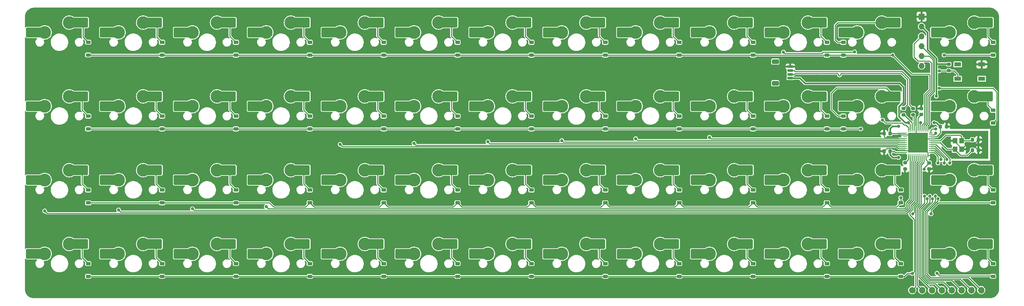
<source format=gbr>
%TF.GenerationSoftware,KiCad,Pcbnew,7.0.1-0*%
%TF.CreationDate,2023-05-19T13:37:57-05:00*%
%TF.ProjectId,pcb,7063622e-6b69-4636-9164-5f7063625858,rev?*%
%TF.SameCoordinates,Original*%
%TF.FileFunction,Copper,L2,Bot*%
%TF.FilePolarity,Positive*%
%FSLAX46Y46*%
G04 Gerber Fmt 4.6, Leading zero omitted, Abs format (unit mm)*
G04 Created by KiCad (PCBNEW 7.0.1-0) date 2023-05-19 13:37:57*
%MOMM*%
%LPD*%
G01*
G04 APERTURE LIST*
G04 Aperture macros list*
%AMRoundRect*
0 Rectangle with rounded corners*
0 $1 Rounding radius*
0 $2 $3 $4 $5 $6 $7 $8 $9 X,Y pos of 4 corners*
0 Add a 4 corners polygon primitive as box body*
4,1,4,$2,$3,$4,$5,$6,$7,$8,$9,$2,$3,0*
0 Add four circle primitives for the rounded corners*
1,1,$1+$1,$2,$3*
1,1,$1+$1,$4,$5*
1,1,$1+$1,$6,$7*
1,1,$1+$1,$8,$9*
0 Add four rect primitives between the rounded corners*
20,1,$1+$1,$2,$3,$4,$5,0*
20,1,$1+$1,$4,$5,$6,$7,0*
20,1,$1+$1,$6,$7,$8,$9,0*
20,1,$1+$1,$8,$9,$2,$3,0*%
G04 Aperture macros list end*
%TA.AperFunction,SMDPad,CuDef*%
%ADD10RoundRect,0.062500X-0.062500X0.475000X-0.062500X-0.475000X0.062500X-0.475000X0.062500X0.475000X0*%
%TD*%
%TA.AperFunction,SMDPad,CuDef*%
%ADD11RoundRect,0.062500X-0.475000X0.062500X-0.475000X-0.062500X0.475000X-0.062500X0.475000X0.062500X0*%
%TD*%
%TA.AperFunction,SMDPad,CuDef*%
%ADD12R,5.200000X5.200000*%
%TD*%
%TA.AperFunction,ComponentPad*%
%ADD13C,3.300000*%
%TD*%
%TA.AperFunction,SMDPad,CuDef*%
%ADD14R,1.650000X2.500000*%
%TD*%
%TA.AperFunction,SMDPad,CuDef*%
%ADD15RoundRect,0.250000X1.025000X1.000000X-1.025000X1.000000X-1.025000X-1.000000X1.025000X-1.000000X0*%
%TD*%
%TA.AperFunction,SMDPad,CuDef*%
%ADD16RoundRect,0.200000X0.275000X-0.200000X0.275000X0.200000X-0.275000X0.200000X-0.275000X-0.200000X0*%
%TD*%
%TA.AperFunction,SMDPad,CuDef*%
%ADD17RoundRect,0.200000X-0.275000X0.200000X-0.275000X-0.200000X0.275000X-0.200000X0.275000X0.200000X0*%
%TD*%
%TA.AperFunction,SMDPad,CuDef*%
%ADD18RoundRect,0.225000X-0.225000X-0.250000X0.225000X-0.250000X0.225000X0.250000X-0.225000X0.250000X0*%
%TD*%
%TA.AperFunction,SMDPad,CuDef*%
%ADD19RoundRect,0.225000X0.250000X-0.225000X0.250000X0.225000X-0.250000X0.225000X-0.250000X-0.225000X0*%
%TD*%
%TA.AperFunction,SMDPad,CuDef*%
%ADD20RoundRect,0.225000X-0.250000X0.225000X-0.250000X-0.225000X0.250000X-0.225000X0.250000X0.225000X0*%
%TD*%
%TA.AperFunction,SMDPad,CuDef*%
%ADD21RoundRect,0.225000X0.225000X0.250000X-0.225000X0.250000X-0.225000X-0.250000X0.225000X-0.250000X0*%
%TD*%
%TA.AperFunction,SMDPad,CuDef*%
%ADD22RoundRect,0.225000X0.375000X-0.225000X0.375000X0.225000X-0.375000X0.225000X-0.375000X-0.225000X0*%
%TD*%
%TA.AperFunction,SMDPad,CuDef*%
%ADD23R,1.200000X1.400000*%
%TD*%
%TA.AperFunction,SMDPad,CuDef*%
%ADD24RoundRect,0.150000X0.625000X-0.150000X0.625000X0.150000X-0.625000X0.150000X-0.625000X-0.150000X0*%
%TD*%
%TA.AperFunction,SMDPad,CuDef*%
%ADD25RoundRect,0.250000X0.650000X-0.350000X0.650000X0.350000X-0.650000X0.350000X-0.650000X-0.350000X0*%
%TD*%
%TA.AperFunction,ComponentPad*%
%ADD26C,1.700000*%
%TD*%
%TA.AperFunction,ComponentPad*%
%ADD27O,1.700000X1.700000*%
%TD*%
%TA.AperFunction,ComponentPad*%
%ADD28O,1.524000X1.524000*%
%TD*%
%TA.AperFunction,ComponentPad*%
%ADD29R,1.524000X1.524000*%
%TD*%
%TA.AperFunction,SMDPad,CuDef*%
%ADD30R,1.800000X1.100000*%
%TD*%
%TA.AperFunction,ViaPad*%
%ADD31C,0.812800*%
%TD*%
%TA.AperFunction,Conductor*%
%ADD32C,0.254000*%
%TD*%
%TA.AperFunction,Conductor*%
%ADD33C,0.381000*%
%TD*%
%TA.AperFunction,Conductor*%
%ADD34C,0.762000*%
%TD*%
G04 APERTURE END LIST*
D10*
%TO.P,U1,1,PE6*%
%TO.N,row1*%
X255800000Y-52362500D03*
%TO.P,U1,2,UVCC*%
%TO.N,VCC*%
X256300000Y-52362500D03*
%TO.P,U1,3,D-*%
%TO.N,Net-(U1-D-)*%
X256800000Y-52362500D03*
%TO.P,U1,4,D+*%
%TO.N,Net-(U1-D+)*%
X257300000Y-52362500D03*
%TO.P,U1,5,UGND*%
%TO.N,GND*%
X257800000Y-52362500D03*
%TO.P,U1,6,UCAP*%
%TO.N,Net-(U1-UCAP)*%
X258300000Y-52362500D03*
%TO.P,U1,7,VBUS*%
%TO.N,VCC*%
X258800000Y-52362500D03*
%TO.P,U1,8,PB0*%
%TO.N,row0*%
X259300000Y-52362500D03*
%TO.P,U1,9,PB1*%
%TO.N,col12{slash}sck*%
X259800000Y-52362500D03*
%TO.P,U1,10,PB2*%
%TO.N,col10{slash}mosi*%
X260300000Y-52362500D03*
%TO.P,U1,11,PB3*%
%TO.N,col11{slash}miso*%
X260800000Y-52362500D03*
D11*
%TO.P,U1,12,PB7*%
%TO.N,extra8*%
X261637500Y-53200000D03*
%TO.P,U1,13,~{RESET}*%
%TO.N,ISP_Reset*%
X261637500Y-53700000D03*
%TO.P,U1,14,VCC*%
%TO.N,VCC*%
X261637500Y-54200000D03*
%TO.P,U1,15,GND*%
%TO.N,GND*%
X261637500Y-54700000D03*
%TO.P,U1,16,XTAL2*%
%TO.N,XTAL2*%
X261637500Y-55200000D03*
%TO.P,U1,17,XTAL1*%
%TO.N,XTAL1*%
X261637500Y-55700000D03*
%TO.P,U1,18,PD0*%
%TO.N,extra7*%
X261637500Y-56200000D03*
%TO.P,U1,19,PD1*%
%TO.N,extra6*%
X261637500Y-56700000D03*
%TO.P,U1,20,PD2*%
%TO.N,extra5*%
X261637500Y-57200000D03*
%TO.P,U1,21,PD3*%
%TO.N,extra4*%
X261637500Y-57700000D03*
%TO.P,U1,22,PD5*%
%TO.N,extra3*%
X261637500Y-58200000D03*
D10*
%TO.P,U1,23,GND*%
%TO.N,GND*%
X260800000Y-59037500D03*
%TO.P,U1,24,AVCC*%
%TO.N,VCC*%
X260300000Y-59037500D03*
%TO.P,U1,25,PD4*%
%TO.N,extra2*%
X259800000Y-59037500D03*
%TO.P,U1,26,PD6*%
%TO.N,extra1*%
X259300000Y-59037500D03*
%TO.P,U1,27,PD7*%
%TO.N,row2*%
X258800000Y-59037500D03*
%TO.P,U1,28,PB4*%
%TO.N,row3*%
X258300000Y-59037500D03*
%TO.P,U1,29,PB5*%
%TO.N,col0*%
X257800000Y-59037500D03*
%TO.P,U1,30,PB6*%
%TO.N,col1*%
X257300000Y-59037500D03*
%TO.P,U1,31,PC6*%
%TO.N,col2*%
X256800000Y-59037500D03*
%TO.P,U1,32,PC7*%
%TO.N,col3*%
X256300000Y-59037500D03*
%TO.P,U1,33,~{HWB}/PE2*%
%TO.N,Net-(U1-~{HWB}{slash}PE2)*%
X255800000Y-59037500D03*
D11*
%TO.P,U1,34,VCC*%
%TO.N,VCC*%
X254962500Y-58200000D03*
%TO.P,U1,35,GND*%
%TO.N,GND*%
X254962500Y-57700000D03*
%TO.P,U1,36,PF7*%
%TO.N,col4*%
X254962500Y-57200000D03*
%TO.P,U1,37,PF6*%
%TO.N,col5*%
X254962500Y-56700000D03*
%TO.P,U1,38,PF5*%
%TO.N,col6*%
X254962500Y-56200000D03*
%TO.P,U1,39,PF4*%
%TO.N,col7*%
X254962500Y-55700000D03*
%TO.P,U1,40,PF1*%
%TO.N,col8*%
X254962500Y-55200000D03*
%TO.P,U1,41,PF0*%
%TO.N,col9*%
X254962500Y-54700000D03*
%TO.P,U1,42,AREF*%
%TO.N,unconnected-(U1-AREF-Pad42)*%
X254962500Y-54200000D03*
%TO.P,U1,43,GND*%
%TO.N,GND*%
X254962500Y-53700000D03*
%TO.P,U1,44,AVCC*%
%TO.N,VCC*%
X254962500Y-53200000D03*
D12*
%TO.P,U1,45*%
%TO.N,GND*%
X258300000Y-55700000D03*
%TD*%
D13*
%TO.P,MX38,1,COL*%
%TO.N,col11{slash}miso*%
X242649582Y-65325682D03*
D14*
X240824582Y-65325682D03*
D15*
X239099582Y-65325682D03*
%TO.P,MX38,2,ROW*%
%TO.N,Net-(D38-A)*%
X252549582Y-62785682D03*
D14*
X250799582Y-62785682D03*
D13*
X248999582Y-62785682D03*
%TD*%
%TO.P,MX25,1,COL*%
%TO.N,col11{slash}miso*%
X242649582Y-46275666D03*
D14*
X240824582Y-46275666D03*
D15*
X239099582Y-46275666D03*
%TO.P,MX25,2,ROW*%
%TO.N,Net-(D25-A)*%
X252549582Y-43735666D03*
D14*
X250799582Y-43735666D03*
D13*
X248999582Y-43735666D03*
%TD*%
D16*
%TO.P,RSW1,1*%
%TO.N,ISP_Reset*%
X266250000Y-37075000D03*
%TO.P,RSW1,2*%
%TO.N,VCC*%
X266250000Y-35425000D03*
%TD*%
D17*
%TO.P,R3,1*%
%TO.N,D+*%
X257010000Y-46850000D03*
%TO.P,R3,2*%
%TO.N,Net-(U1-D+)*%
X257010000Y-48500000D03*
%TD*%
D16*
%TO.P,R2,1*%
%TO.N,Net-(U1-D-)*%
X254600000Y-48500000D03*
%TO.P,R2,2*%
%TO.N,D-*%
X254600000Y-46850000D03*
%TD*%
%TO.P,R1,2*%
%TO.N,Net-(U1-~{HWB}{slash}PE2)*%
X254950000Y-60850000D03*
%TO.P,R1,1*%
%TO.N,GND*%
X254950000Y-62500000D03*
%TD*%
D18*
%TO.P,CX2,1*%
%TO.N,XTAL1*%
X272325000Y-57625000D03*
%TO.P,CX2,2*%
%TO.N,GND*%
X273875000Y-57625000D03*
%TD*%
%TO.P,CX1,1*%
%TO.N,XTAL2*%
X272325000Y-54925000D03*
%TO.P,CX1,2*%
%TO.N,GND*%
X273875000Y-54925000D03*
%TD*%
D19*
%TO.P,C5,1*%
%TO.N,Net-(U1-UCAP)*%
X259125000Y-48450000D03*
%TO.P,C5,2*%
%TO.N,GND*%
X259125000Y-46900000D03*
%TD*%
D18*
%TO.P,C4,1*%
%TO.N,VCC*%
X264075000Y-51525000D03*
%TO.P,C4,2*%
%TO.N,GND*%
X265625000Y-51525000D03*
%TD*%
D20*
%TO.P,C3,1*%
%TO.N,VCC*%
X261200000Y-60900000D03*
%TO.P,C3,2*%
%TO.N,GND*%
X261200000Y-62450000D03*
%TD*%
D21*
%TO.P,C2,2*%
%TO.N,GND*%
X249550000Y-57900000D03*
%TO.P,C2,1*%
%TO.N,VCC*%
X251100000Y-57900000D03*
%TD*%
%TO.P,C1,1*%
%TO.N,VCC*%
X251100000Y-53325000D03*
%TO.P,C1,2*%
%TO.N,GND*%
X249550000Y-53325000D03*
%TD*%
D22*
%TO.P,D7,1,K*%
%TO.N,row0*%
X158606252Y-33075000D03*
%TO.P,D7,2,A*%
%TO.N,Net-(D7-A)*%
X158606252Y-29775000D03*
%TD*%
%TO.P,D8,1,K*%
%TO.N,row0*%
X177656252Y-33075000D03*
%TO.P,D8,2,A*%
%TO.N,Net-(D8-A)*%
X177656252Y-29775000D03*
%TD*%
%TO.P,D14,1,K*%
%TO.N,row1*%
X44306252Y-52125000D03*
%TO.P,D14,2,A*%
%TO.N,Net-(D14-A)*%
X44306252Y-48825000D03*
%TD*%
D13*
%TO.P,MX42,1,COL*%
%TO.N,col2*%
X71199438Y-84375698D03*
D14*
X69374438Y-84375698D03*
D15*
X67649438Y-84375698D03*
%TO.P,MX42,2,ROW*%
%TO.N,Net-(D42-A)*%
X81099438Y-81835698D03*
D14*
X79349438Y-81835698D03*
D13*
X77549438Y-81835698D03*
%TD*%
D22*
%TO.P,D35,1,K*%
%TO.N,row2*%
X196706252Y-71200000D03*
%TO.P,D35,2,A*%
%TO.N,Net-(D35-A)*%
X196706252Y-67900000D03*
%TD*%
%TO.P,D11,1,K*%
%TO.N,row0*%
X234806252Y-33075000D03*
%TO.P,D11,2,A*%
%TO.N,Net-(D11-A)*%
X234806252Y-29775000D03*
%TD*%
D13*
%TO.P,MX9,1,COL*%
%TO.N,col8*%
X185499534Y-27225650D03*
D14*
X183674534Y-27225650D03*
D15*
X181949534Y-27225650D03*
%TO.P,MX9,2,ROW*%
%TO.N,Net-(D9-A)*%
X195399534Y-24685650D03*
D14*
X193649534Y-24685650D03*
D13*
X191849534Y-24685650D03*
%TD*%
%TO.P,MX3,1,COL*%
%TO.N,col2*%
X71199438Y-27225650D03*
D14*
X69374438Y-27225650D03*
D15*
X67649438Y-27225650D03*
%TO.P,MX3,2,ROW*%
%TO.N,Net-(D3-A)*%
X81099438Y-24685650D03*
D14*
X79349438Y-24685650D03*
D13*
X77549438Y-24685650D03*
%TD*%
D22*
%TO.P,D39,1,K*%
%TO.N,row2*%
X277668748Y-71200000D03*
%TO.P,D39,2,A*%
%TO.N,Net-(D39-A)*%
X277668748Y-67900000D03*
%TD*%
D13*
%TO.P,MX41,1,COL*%
%TO.N,col1*%
X52149422Y-84375698D03*
D14*
X50324422Y-84375698D03*
D15*
X48599422Y-84375698D03*
%TO.P,MX41,2,ROW*%
%TO.N,Net-(D41-A)*%
X62049422Y-81835698D03*
D14*
X60299422Y-81835698D03*
D13*
X58499422Y-81835698D03*
%TD*%
%TO.P,MX22,1,COL*%
%TO.N,col8*%
X185499534Y-46275666D03*
D14*
X183674534Y-46275666D03*
D15*
X181949534Y-46275666D03*
%TO.P,MX22,2,ROW*%
%TO.N,Net-(D22-A)*%
X195399534Y-43735666D03*
D14*
X193649534Y-43735666D03*
D13*
X191849534Y-43735666D03*
%TD*%
%TO.P,MX49,1,COL*%
%TO.N,col9*%
X204549550Y-84375698D03*
D14*
X202724550Y-84375698D03*
D15*
X200999550Y-84375698D03*
%TO.P,MX49,2,ROW*%
%TO.N,Net-(D49-A)*%
X214449550Y-81835698D03*
D14*
X212699550Y-81835698D03*
D13*
X210899550Y-81835698D03*
%TD*%
D22*
%TO.P,D46,1,K*%
%TO.N,row3*%
X158606252Y-90200000D03*
%TO.P,D46,2,A*%
%TO.N,Net-(D46-A)*%
X158606252Y-86900000D03*
%TD*%
%TO.P,D40,1,K*%
%TO.N,row3*%
X44306252Y-90200000D03*
%TO.P,D40,2,A*%
%TO.N,Net-(D40-A)*%
X44306252Y-86900000D03*
%TD*%
D13*
%TO.P,MX10,1,COL*%
%TO.N,col9*%
X204549550Y-27225650D03*
D14*
X202724550Y-27225650D03*
D15*
X200999550Y-27225650D03*
%TO.P,MX10,2,ROW*%
%TO.N,Net-(D10-A)*%
X214449550Y-24685650D03*
D14*
X212699550Y-24685650D03*
D13*
X210899550Y-24685650D03*
%TD*%
D22*
%TO.P,D4,1,K*%
%TO.N,row0*%
X101456252Y-33075000D03*
%TO.P,D4,2,A*%
%TO.N,Net-(D4-A)*%
X101456252Y-29775000D03*
%TD*%
D23*
%TO.P,Y1,1,1*%
%TO.N,XTAL2*%
X269550000Y-55200000D03*
%TO.P,Y1,2,2*%
%TO.N,GND*%
X269550000Y-57400000D03*
%TO.P,Y1,3,3*%
%TO.N,XTAL1*%
X267850000Y-57400000D03*
%TO.P,Y1,4,4*%
%TO.N,GND*%
X267850000Y-55200000D03*
%TD*%
D13*
%TO.P,MX19,1,COL*%
%TO.N,col5*%
X128349486Y-46275666D03*
D14*
X126524486Y-46275666D03*
D15*
X124799486Y-46275666D03*
%TO.P,MX19,2,ROW*%
%TO.N,Net-(D19-A)*%
X138249486Y-43735666D03*
D14*
X136499486Y-43735666D03*
D13*
X134699486Y-43735666D03*
%TD*%
D22*
%TO.P,D29,1,K*%
%TO.N,row2*%
X82406252Y-71200000D03*
%TO.P,D29,2,A*%
%TO.N,Net-(D29-A)*%
X82406252Y-67900000D03*
%TD*%
D13*
%TO.P,MX21,1,COL*%
%TO.N,col7*%
X166449518Y-46275666D03*
D14*
X164624518Y-46275666D03*
D15*
X162899518Y-46275666D03*
%TO.P,MX21,2,ROW*%
%TO.N,Net-(D21-A)*%
X176349518Y-43735666D03*
D14*
X174599518Y-43735666D03*
D13*
X172799518Y-43735666D03*
%TD*%
D22*
%TO.P,D24,1,K*%
%TO.N,row1*%
X234806252Y-52125000D03*
%TO.P,D24,2,A*%
%TO.N,Net-(D24-A)*%
X234806252Y-48825000D03*
%TD*%
%TO.P,D31,1,K*%
%TO.N,row2*%
X120506252Y-71200000D03*
%TO.P,D31,2,A*%
%TO.N,Net-(D31-A)*%
X120506252Y-67900000D03*
%TD*%
%TO.P,D45,1,K*%
%TO.N,row3*%
X139556252Y-90200000D03*
%TO.P,D45,2,A*%
%TO.N,Net-(D45-A)*%
X139556252Y-86900000D03*
%TD*%
%TO.P,D16,1,K*%
%TO.N,row1*%
X82406252Y-52125000D03*
%TO.P,D16,2,A*%
%TO.N,Net-(D16-A)*%
X82406252Y-48825000D03*
%TD*%
%TO.P,D41,1,K*%
%TO.N,row3*%
X63356252Y-90200000D03*
%TO.P,D41,2,A*%
%TO.N,Net-(D41-A)*%
X63356252Y-86900000D03*
%TD*%
D13*
%TO.P,MX16,1,COL*%
%TO.N,col2*%
X71199438Y-46275666D03*
D14*
X69374438Y-46275666D03*
D15*
X67649438Y-46275666D03*
%TO.P,MX16,2,ROW*%
%TO.N,Net-(D16-A)*%
X81099438Y-43735666D03*
D14*
X79349438Y-43735666D03*
D13*
X77549438Y-43735666D03*
%TD*%
D22*
%TO.P,D13,1,K*%
%TO.N,row0*%
X277668748Y-33075000D03*
%TO.P,D13,2,A*%
%TO.N,Net-(D13-A)*%
X277668748Y-29775000D03*
%TD*%
D13*
%TO.P,MX32,1,COL*%
%TO.N,col5*%
X128349486Y-65325682D03*
D14*
X126524486Y-65325682D03*
D15*
X124799486Y-65325682D03*
%TO.P,MX32,2,ROW*%
%TO.N,Net-(D32-A)*%
X138249486Y-62785682D03*
D14*
X136499486Y-62785682D03*
D13*
X134699486Y-62785682D03*
%TD*%
D22*
%TO.P,D49,1,K*%
%TO.N,row3*%
X215756252Y-90200000D03*
%TO.P,D49,2,A*%
%TO.N,Net-(D49-A)*%
X215756252Y-86900000D03*
%TD*%
D13*
%TO.P,MX8,1,COL*%
%TO.N,col7*%
X166449518Y-27225650D03*
D14*
X164624518Y-27225650D03*
D15*
X162899518Y-27225650D03*
%TO.P,MX8,2,ROW*%
%TO.N,Net-(D8-A)*%
X176349518Y-24685650D03*
D14*
X174599518Y-24685650D03*
D13*
X172799518Y-24685650D03*
%TD*%
D22*
%TO.P,D51,1,K*%
%TO.N,row3*%
X253856252Y-90200000D03*
%TO.P,D51,2,A*%
%TO.N,Net-(D51-A)*%
X253856252Y-86900000D03*
%TD*%
%TO.P,D50,1,K*%
%TO.N,row3*%
X234806252Y-90200000D03*
%TO.P,D50,2,A*%
%TO.N,Net-(D50-A)*%
X234806252Y-86900000D03*
%TD*%
%TO.P,D52,1,K*%
%TO.N,row3*%
X277668748Y-90200000D03*
%TO.P,D52,2,A*%
%TO.N,Net-(D52-A)*%
X277668748Y-86900000D03*
%TD*%
D13*
%TO.P,MX33,1,COL*%
%TO.N,col6*%
X147399502Y-65325682D03*
D14*
X145574502Y-65325682D03*
D15*
X143849502Y-65325682D03*
%TO.P,MX33,2,ROW*%
%TO.N,Net-(D33-A)*%
X157299502Y-62785682D03*
D14*
X155549502Y-62785682D03*
D13*
X153749502Y-62785682D03*
%TD*%
D22*
%TO.P,D37,1,K*%
%TO.N,row2*%
X234806252Y-71200000D03*
%TO.P,D37,2,A*%
%TO.N,Net-(D37-A)*%
X234806252Y-67900000D03*
%TD*%
%TO.P,D3,1,K*%
%TO.N,row0*%
X82406252Y-33075000D03*
%TO.P,D3,2,A*%
%TO.N,Net-(D3-A)*%
X82406252Y-29775000D03*
%TD*%
D13*
%TO.P,MX37,1,COL*%
%TO.N,col10{slash}mosi*%
X223599566Y-65325682D03*
D14*
X221774566Y-65325682D03*
D15*
X220049566Y-65325682D03*
%TO.P,MX37,2,ROW*%
%TO.N,Net-(D37-A)*%
X233499566Y-62785682D03*
D14*
X231749566Y-62785682D03*
D13*
X229949566Y-62785682D03*
%TD*%
D22*
%TO.P,D18,1,K*%
%TO.N,row1*%
X120506252Y-52125000D03*
%TO.P,D18,2,A*%
%TO.N,Net-(D18-A)*%
X120506252Y-48825000D03*
%TD*%
%TO.P,D28,1,K*%
%TO.N,row2*%
X63356252Y-71200000D03*
%TO.P,D28,2,A*%
%TO.N,Net-(D28-A)*%
X63356252Y-67900000D03*
%TD*%
D13*
%TO.P,MX34,1,COL*%
%TO.N,col7*%
X166449518Y-65325682D03*
D14*
X164624518Y-65325682D03*
D15*
X162899518Y-65325682D03*
%TO.P,MX34,2,ROW*%
%TO.N,Net-(D34-A)*%
X176349518Y-62785682D03*
D14*
X174599518Y-62785682D03*
D13*
X172799518Y-62785682D03*
%TD*%
%TO.P,MX28,1,COL*%
%TO.N,col1*%
X52149422Y-65325682D03*
D14*
X50324422Y-65325682D03*
D15*
X48599422Y-65325682D03*
%TO.P,MX28,2,ROW*%
%TO.N,Net-(D28-A)*%
X62049422Y-62785682D03*
D14*
X60299422Y-62785682D03*
D13*
X58499422Y-62785682D03*
%TD*%
%TO.P,MX47,1,COL*%
%TO.N,col7*%
X166449518Y-84375698D03*
D14*
X164624518Y-84375698D03*
D15*
X162899518Y-84375698D03*
%TO.P,MX47,2,ROW*%
%TO.N,Net-(D47-A)*%
X176349518Y-81835698D03*
D14*
X174599518Y-81835698D03*
D13*
X172799518Y-81835698D03*
%TD*%
D22*
%TO.P,D32,1,K*%
%TO.N,row2*%
X139556252Y-71200000D03*
%TO.P,D32,2,A*%
%TO.N,Net-(D32-A)*%
X139556252Y-67900000D03*
%TD*%
D13*
%TO.P,MX45,1,COL*%
%TO.N,col5*%
X128349486Y-84375698D03*
D14*
X126524486Y-84375698D03*
D15*
X124799486Y-84375698D03*
%TO.P,MX45,2,ROW*%
%TO.N,Net-(D45-A)*%
X138249486Y-81835698D03*
D14*
X136499486Y-81835698D03*
D13*
X134699486Y-81835698D03*
%TD*%
D22*
%TO.P,D5,1,K*%
%TO.N,row0*%
X120506252Y-33075000D03*
%TO.P,D5,2,A*%
%TO.N,Net-(D5-A)*%
X120506252Y-29775000D03*
%TD*%
D13*
%TO.P,MX4,1,COL*%
%TO.N,col3*%
X90249454Y-27225650D03*
D14*
X88424454Y-27225650D03*
D15*
X86699454Y-27225650D03*
%TO.P,MX4,2,ROW*%
%TO.N,Net-(D4-A)*%
X100149454Y-24685650D03*
D14*
X98399454Y-24685650D03*
D13*
X96599454Y-24685650D03*
%TD*%
D22*
%TO.P,D27,1,K*%
%TO.N,row2*%
X44306252Y-71200000D03*
%TO.P,D27,2,A*%
%TO.N,Net-(D27-A)*%
X44306252Y-67900000D03*
%TD*%
D13*
%TO.P,MX29,1,COL*%
%TO.N,col2*%
X71199438Y-65325682D03*
D14*
X69374438Y-65325682D03*
D15*
X67649438Y-65325682D03*
%TO.P,MX29,2,ROW*%
%TO.N,Net-(D29-A)*%
X81099438Y-62785682D03*
D14*
X79349438Y-62785682D03*
D13*
X77549438Y-62785682D03*
%TD*%
%TO.P,MX7,1,COL*%
%TO.N,col6*%
X147399502Y-27225650D03*
D14*
X145574502Y-27225650D03*
D15*
X143849502Y-27225650D03*
%TO.P,MX7,2,ROW*%
%TO.N,Net-(D7-A)*%
X157299502Y-24685650D03*
D14*
X155549502Y-24685650D03*
D13*
X153749502Y-24685650D03*
%TD*%
D22*
%TO.P,D48,1,K*%
%TO.N,row3*%
X196706252Y-90200000D03*
%TO.P,D48,2,A*%
%TO.N,Net-(D48-A)*%
X196706252Y-86900000D03*
%TD*%
%TO.P,D34,1,K*%
%TO.N,row2*%
X177656252Y-71200000D03*
%TO.P,D34,2,A*%
%TO.N,Net-(D34-A)*%
X177656252Y-67900000D03*
%TD*%
D13*
%TO.P,MX18,1,COL*%
%TO.N,col4*%
X109299470Y-46275666D03*
D14*
X107474470Y-46275666D03*
D15*
X105749470Y-46275666D03*
%TO.P,MX18,2,ROW*%
%TO.N,Net-(D18-A)*%
X119199470Y-43735666D03*
D14*
X117449470Y-43735666D03*
D13*
X115649470Y-43735666D03*
%TD*%
D22*
%TO.P,D20,1,K*%
%TO.N,row1*%
X158606252Y-52125000D03*
%TO.P,D20,2,A*%
%TO.N,Net-(D20-A)*%
X158606252Y-48825000D03*
%TD*%
D13*
%TO.P,MX39,1,COL*%
%TO.N,col12{slash}sck*%
X266462102Y-65325682D03*
D14*
X264637102Y-65325682D03*
D15*
X262912102Y-65325682D03*
%TO.P,MX39,2,ROW*%
%TO.N,Net-(D39-A)*%
X276362102Y-62785682D03*
D14*
X274612102Y-62785682D03*
D13*
X272812102Y-62785682D03*
%TD*%
D24*
%TO.P,J3,1,1*%
%TO.N,VCC*%
X225381252Y-39050000D03*
%TO.P,J3,2,2*%
%TO.N,D-*%
X225381252Y-38050000D03*
%TO.P,J3,3,3*%
%TO.N,D+*%
X225381252Y-37050000D03*
%TO.P,J3,4,4*%
%TO.N,GND*%
X225381252Y-36050000D03*
D25*
%TO.P,J3,MP*%
%TO.N,N/C*%
X221506252Y-40350000D03*
X221506252Y-34750000D03*
%TD*%
D13*
%TO.P,MX24,1,COL*%
%TO.N,col10{slash}mosi*%
X223599566Y-46275666D03*
D14*
X221774566Y-46275666D03*
D15*
X220049566Y-46275666D03*
%TO.P,MX24,2,ROW*%
%TO.N,Net-(D24-A)*%
X233499566Y-43735666D03*
D14*
X231749566Y-43735666D03*
D13*
X229949566Y-43735666D03*
%TD*%
D22*
%TO.P,D19,1,K*%
%TO.N,row1*%
X139556252Y-52125000D03*
%TO.P,D19,2,A*%
%TO.N,Net-(D19-A)*%
X139556252Y-48825000D03*
%TD*%
D13*
%TO.P,MX43,1,COL*%
%TO.N,col3*%
X90249454Y-84375698D03*
D14*
X88424454Y-84375698D03*
D15*
X86699454Y-84375698D03*
%TO.P,MX43,2,ROW*%
%TO.N,Net-(D43-A)*%
X100149454Y-81835698D03*
D14*
X98399454Y-81835698D03*
D13*
X96599454Y-81835698D03*
%TD*%
%TO.P,MX13,1,COL*%
%TO.N,col12{slash}sck*%
X266462102Y-27225650D03*
D14*
X264637102Y-27225650D03*
D15*
X262912102Y-27225650D03*
%TO.P,MX13,2,ROW*%
%TO.N,Net-(D13-A)*%
X276362102Y-24685650D03*
D14*
X274612102Y-24685650D03*
D13*
X272812102Y-24685650D03*
%TD*%
%TO.P,MX6,1,COL*%
%TO.N,col5*%
X128349486Y-27225650D03*
D14*
X126524486Y-27225650D03*
D15*
X124799486Y-27225650D03*
%TO.P,MX6,2,ROW*%
%TO.N,Net-(D6-A)*%
X138249486Y-24685650D03*
D14*
X136499486Y-24685650D03*
D13*
X134699486Y-24685650D03*
%TD*%
%TO.P,MX36,1,COL*%
%TO.N,col9*%
X204549550Y-65325682D03*
D14*
X202724550Y-65325682D03*
D15*
X200999550Y-65325682D03*
%TO.P,MX36,2,ROW*%
%TO.N,Net-(D36-A)*%
X214449550Y-62785682D03*
D14*
X212699550Y-62785682D03*
D13*
X210899550Y-62785682D03*
%TD*%
D26*
%TO.P,J5,1,Pin_1*%
%TO.N,extra1*%
X256825000Y-93750000D03*
D27*
%TO.P,J5,2,Pin_2*%
%TO.N,extra2*%
X259365000Y-93750000D03*
%TO.P,J5,3,Pin_3*%
%TO.N,extra3*%
X261905000Y-93750000D03*
%TO.P,J5,4,Pin_4*%
%TO.N,extra4*%
X264445000Y-93750000D03*
%TO.P,J5,5,Pin_5*%
%TO.N,extra5*%
X266985000Y-93750000D03*
%TO.P,J5,6,Pin_6*%
%TO.N,extra6*%
X269525000Y-93750000D03*
%TO.P,J5,7,Pin_7*%
%TO.N,extra7*%
X272065000Y-93750000D03*
%TO.P,J5,8,Pin_8*%
%TO.N,extra8*%
X274605000Y-93750000D03*
%TD*%
D22*
%TO.P,D6,1,K*%
%TO.N,row0*%
X139556252Y-33075000D03*
%TO.P,D6,2,A*%
%TO.N,Net-(D6-A)*%
X139556252Y-29775000D03*
%TD*%
D13*
%TO.P,MX30,1,COL*%
%TO.N,col3*%
X90249454Y-65325682D03*
D14*
X88424454Y-65325682D03*
D15*
X86699454Y-65325682D03*
%TO.P,MX30,2,ROW*%
%TO.N,Net-(D30-A)*%
X100149454Y-62785682D03*
D14*
X98399454Y-62785682D03*
D13*
X96599454Y-62785682D03*
%TD*%
D22*
%TO.P,D12,1,K*%
%TO.N,row0*%
X239050000Y-33075000D03*
%TO.P,D12,2,A*%
%TO.N,Net-(D12-A)*%
X239050000Y-29775000D03*
%TD*%
%TO.P,D30,1,K*%
%TO.N,row2*%
X101456252Y-71200000D03*
%TO.P,D30,2,A*%
%TO.N,Net-(D30-A)*%
X101456252Y-67900000D03*
%TD*%
%TO.P,D2,1,K*%
%TO.N,row0*%
X63351252Y-33075000D03*
%TO.P,D2,2,A*%
%TO.N,Net-(D2-A)*%
X63351252Y-29775000D03*
%TD*%
D13*
%TO.P,MX35,1,COL*%
%TO.N,col8*%
X185499534Y-65325682D03*
D14*
X183674534Y-65325682D03*
D15*
X181949534Y-65325682D03*
%TO.P,MX35,2,ROW*%
%TO.N,Net-(D35-A)*%
X195399534Y-62785682D03*
D14*
X193649534Y-62785682D03*
D13*
X191849534Y-62785682D03*
%TD*%
%TO.P,MX15,1,COL*%
%TO.N,col1*%
X52149422Y-46275666D03*
D14*
X50324422Y-46275666D03*
D15*
X48599422Y-46275666D03*
%TO.P,MX15,2,ROW*%
%TO.N,Net-(D15-A)*%
X62049422Y-43735666D03*
D14*
X60299422Y-43735666D03*
D13*
X58499422Y-43735666D03*
%TD*%
%TO.P,MX48,1,COL*%
%TO.N,col8*%
X185499534Y-84375698D03*
D14*
X183674534Y-84375698D03*
D15*
X181949534Y-84375698D03*
%TO.P,MX48,2,ROW*%
%TO.N,Net-(D48-A)*%
X195399534Y-81835698D03*
D14*
X193649534Y-81835698D03*
D13*
X191849534Y-81835698D03*
%TD*%
D22*
%TO.P,D33,1,K*%
%TO.N,row2*%
X158606252Y-71200000D03*
%TO.P,D33,2,A*%
%TO.N,Net-(D33-A)*%
X158606252Y-67900000D03*
%TD*%
D13*
%TO.P,MX31,1,COL*%
%TO.N,col4*%
X109299470Y-65325682D03*
D14*
X107474470Y-65325682D03*
D15*
X105749470Y-65325682D03*
%TO.P,MX31,2,ROW*%
%TO.N,Net-(D31-A)*%
X119199470Y-62785682D03*
D14*
X117449470Y-62785682D03*
D13*
X115649470Y-62785682D03*
%TD*%
D22*
%TO.P,D22,1,K*%
%TO.N,row1*%
X196706252Y-52125000D03*
%TO.P,D22,2,A*%
%TO.N,Net-(D22-A)*%
X196706252Y-48825000D03*
%TD*%
D13*
%TO.P,MX17,1,COL*%
%TO.N,col3*%
X90249454Y-46275666D03*
D14*
X88424454Y-46275666D03*
D15*
X86699454Y-46275666D03*
%TO.P,MX17,2,ROW*%
%TO.N,Net-(D17-A)*%
X100149454Y-43735666D03*
D14*
X98399454Y-43735666D03*
D13*
X96599454Y-43735666D03*
%TD*%
D22*
%TO.P,D36,1,K*%
%TO.N,row2*%
X215756252Y-71200000D03*
%TO.P,D36,2,A*%
%TO.N,Net-(D36-A)*%
X215756252Y-67900000D03*
%TD*%
D13*
%TO.P,MX51,1,COL*%
%TO.N,col11{slash}miso*%
X242649582Y-84375698D03*
D14*
X240824582Y-84375698D03*
D15*
X239099582Y-84375698D03*
%TO.P,MX51,2,ROW*%
%TO.N,Net-(D51-A)*%
X252549582Y-81835698D03*
D14*
X250799582Y-81835698D03*
D13*
X248999582Y-81835698D03*
%TD*%
%TO.P,MX44,1,COL*%
%TO.N,col4*%
X109299470Y-84375698D03*
D14*
X107474470Y-84375698D03*
D15*
X105749470Y-84375698D03*
%TO.P,MX44,2,ROW*%
%TO.N,Net-(D44-A)*%
X119199470Y-81835698D03*
D14*
X117449470Y-81835698D03*
D13*
X115649470Y-81835698D03*
%TD*%
%TO.P,MX27,1,COL*%
%TO.N,col0*%
X33099406Y-65325682D03*
D14*
X31274406Y-65325682D03*
D15*
X29549406Y-65325682D03*
%TO.P,MX27,2,ROW*%
%TO.N,Net-(D27-A)*%
X42999406Y-62785682D03*
D14*
X41249406Y-62785682D03*
D13*
X39449406Y-62785682D03*
%TD*%
%TO.P,MX40,1,COL*%
%TO.N,col0*%
X33099406Y-84375698D03*
D14*
X31274406Y-84375698D03*
D15*
X29549406Y-84375698D03*
%TO.P,MX40,2,ROW*%
%TO.N,Net-(D40-A)*%
X42999406Y-81835698D03*
D14*
X41249406Y-81835698D03*
D13*
X39449406Y-81835698D03*
%TD*%
%TO.P,MX12,1,COL*%
%TO.N,col11{slash}miso*%
X242649582Y-27225650D03*
D14*
X240824582Y-27225650D03*
D15*
X239099582Y-27225650D03*
%TO.P,MX12,2,ROW*%
%TO.N,Net-(D12-A)*%
X252549582Y-24685650D03*
D14*
X250799582Y-24685650D03*
D13*
X248999582Y-24685650D03*
%TD*%
D22*
%TO.P,D43,1,K*%
%TO.N,row3*%
X101456252Y-90200000D03*
%TO.P,D43,2,A*%
%TO.N,Net-(D43-A)*%
X101456252Y-86900000D03*
%TD*%
%TO.P,D47,1,K*%
%TO.N,row3*%
X177656252Y-90200000D03*
%TO.P,D47,2,A*%
%TO.N,Net-(D47-A)*%
X177656252Y-86900000D03*
%TD*%
D13*
%TO.P,MX11,1,COL*%
%TO.N,col10{slash}mosi*%
X223599566Y-27225650D03*
D14*
X221774566Y-27225650D03*
D15*
X220049566Y-27225650D03*
%TO.P,MX11,2,ROW*%
%TO.N,Net-(D11-A)*%
X233499566Y-24685650D03*
D14*
X231749566Y-24685650D03*
D13*
X229949566Y-24685650D03*
%TD*%
D22*
%TO.P,D9,1,K*%
%TO.N,row0*%
X196706252Y-33075000D03*
%TO.P,D9,2,A*%
%TO.N,Net-(D9-A)*%
X196706252Y-29775000D03*
%TD*%
D13*
%TO.P,MX23,1,COL*%
%TO.N,col9*%
X204549550Y-46275666D03*
D14*
X202724550Y-46275666D03*
D15*
X200999550Y-46275666D03*
%TO.P,MX23,2,ROW*%
%TO.N,Net-(D23-A)*%
X214449550Y-43735666D03*
D14*
X212699550Y-43735666D03*
D13*
X210899550Y-43735666D03*
%TD*%
%TO.P,MX52,1,COL*%
%TO.N,col12{slash}sck*%
X266462102Y-84375698D03*
D14*
X264637102Y-84375698D03*
D15*
X262912102Y-84375698D03*
%TO.P,MX52,2,ROW*%
%TO.N,Net-(D52-A)*%
X276362102Y-81835698D03*
D14*
X274612102Y-81835698D03*
D13*
X272812102Y-81835698D03*
%TD*%
D22*
%TO.P,D1,1,K*%
%TO.N,row0*%
X44311252Y-33052500D03*
%TO.P,D1,2,A*%
%TO.N,Net-(D1-A)*%
X44311252Y-29752500D03*
%TD*%
%TO.P,D21,1,K*%
%TO.N,row1*%
X177656252Y-52125000D03*
%TO.P,D21,2,A*%
%TO.N,Net-(D21-A)*%
X177656252Y-48825000D03*
%TD*%
D13*
%TO.P,MX2,1,COL*%
%TO.N,col1*%
X52149422Y-27225650D03*
D14*
X50324422Y-27225650D03*
D15*
X48599422Y-27225650D03*
%TO.P,MX2,2,ROW*%
%TO.N,Net-(D2-A)*%
X62049422Y-24685650D03*
D14*
X60299422Y-24685650D03*
D13*
X58499422Y-24685650D03*
%TD*%
%TO.P,MX50,1,COL*%
%TO.N,col10{slash}mosi*%
X223599566Y-84375698D03*
D14*
X221774566Y-84375698D03*
D15*
X220049566Y-84375698D03*
%TO.P,MX50,2,ROW*%
%TO.N,Net-(D50-A)*%
X233499566Y-81835698D03*
D14*
X231749566Y-81835698D03*
D13*
X229949566Y-81835698D03*
%TD*%
D22*
%TO.P,D38,1,K*%
%TO.N,row2*%
X253856252Y-71200000D03*
%TO.P,D38,2,A*%
%TO.N,Net-(D38-A)*%
X253856252Y-67900000D03*
%TD*%
D13*
%TO.P,MX20,1,COL*%
%TO.N,col6*%
X147399502Y-46275666D03*
D14*
X145574502Y-46275666D03*
D15*
X143849502Y-46275666D03*
%TO.P,MX20,2,ROW*%
%TO.N,Net-(D20-A)*%
X157299502Y-43735666D03*
D14*
X155549502Y-43735666D03*
D13*
X153749502Y-43735666D03*
%TD*%
%TO.P,MX26,1,COL*%
%TO.N,col12{slash}sck*%
X266462102Y-46275666D03*
D14*
X264637102Y-46275666D03*
D15*
X262912102Y-46275666D03*
%TO.P,MX26,2,ROW*%
%TO.N,Net-(D26-A)*%
X276362102Y-43735666D03*
D14*
X274612102Y-43735666D03*
D13*
X272812102Y-43735666D03*
%TD*%
D22*
%TO.P,D15,1,K*%
%TO.N,row1*%
X63356252Y-52125000D03*
%TO.P,D15,2,A*%
%TO.N,Net-(D15-A)*%
X63356252Y-48825000D03*
%TD*%
D13*
%TO.P,MX1,1,COL*%
%TO.N,col0*%
X33099406Y-27225650D03*
D14*
X31274406Y-27225650D03*
D15*
X29549406Y-27225650D03*
%TO.P,MX1,2,ROW*%
%TO.N,Net-(D1-A)*%
X42999406Y-24685650D03*
D14*
X41249406Y-24685650D03*
D13*
X39449406Y-24685650D03*
%TD*%
D28*
%TO.P,J2,1,~{RST}*%
%TO.N,ISP_Reset*%
X259225000Y-35850000D03*
%TO.P,J2,2,VCC*%
%TO.N,VCC*%
X259225000Y-25690000D03*
%TO.P,J2,3,MISO*%
%TO.N,col11{slash}miso*%
X259225000Y-30770000D03*
%TO.P,J2,4,MOSI*%
%TO.N,col10{slash}mosi*%
X259225000Y-33310000D03*
%TO.P,J2,5,SCK*%
%TO.N,col12{slash}sck*%
X259225000Y-28230000D03*
D29*
%TO.P,J2,6,GND*%
%TO.N,GND*%
X259225000Y-23150000D03*
%TD*%
D30*
%TO.P,SW1,1,1*%
%TO.N,GND*%
X274750000Y-35475000D03*
%TO.P,SW1,2,2*%
%TO.N,ISP_Reset*%
X268550000Y-39175000D03*
%TO.P,SW1,3*%
%TO.N,N/C*%
X274750000Y-39175000D03*
%TO.P,SW1,4*%
X268550000Y-35475000D03*
%TD*%
D22*
%TO.P,D23,1,K*%
%TO.N,row1*%
X215756252Y-52125000D03*
%TO.P,D23,2,A*%
%TO.N,Net-(D23-A)*%
X215756252Y-48825000D03*
%TD*%
%TO.P,D25,1,K*%
%TO.N,row1*%
X239056252Y-52125000D03*
%TO.P,D25,2,A*%
%TO.N,Net-(D25-A)*%
X239056252Y-48825000D03*
%TD*%
%TO.P,D42,1,K*%
%TO.N,row3*%
X82406252Y-90200000D03*
%TO.P,D42,2,A*%
%TO.N,Net-(D42-A)*%
X82406252Y-86900000D03*
%TD*%
%TO.P,D26,1,K*%
%TO.N,row1*%
X277668748Y-50625000D03*
%TO.P,D26,2,A*%
%TO.N,Net-(D26-A)*%
X277668748Y-47325000D03*
%TD*%
%TO.P,D10,1,K*%
%TO.N,row0*%
X215756252Y-33075000D03*
%TO.P,D10,2,A*%
%TO.N,Net-(D10-A)*%
X215756252Y-29775000D03*
%TD*%
D13*
%TO.P,MX5,1,COL*%
%TO.N,col4*%
X109299470Y-27225650D03*
D14*
X107474470Y-27225650D03*
D15*
X105749470Y-27225650D03*
%TO.P,MX5,2,ROW*%
%TO.N,Net-(D5-A)*%
X119199470Y-24685650D03*
D14*
X117449470Y-24685650D03*
D13*
X115649470Y-24685650D03*
%TD*%
D22*
%TO.P,D44,1,K*%
%TO.N,row3*%
X120506252Y-90200000D03*
%TO.P,D44,2,A*%
%TO.N,Net-(D44-A)*%
X120506252Y-86900000D03*
%TD*%
%TO.P,D17,1,K*%
%TO.N,row1*%
X101456252Y-52125000D03*
%TO.P,D17,2,A*%
%TO.N,Net-(D17-A)*%
X101456252Y-48825000D03*
%TD*%
D13*
%TO.P,MX46,1,COL*%
%TO.N,col6*%
X147399502Y-84375698D03*
D14*
X145574502Y-84375698D03*
D15*
X143849502Y-84375698D03*
%TO.P,MX46,2,ROW*%
%TO.N,Net-(D46-A)*%
X157299502Y-81835698D03*
D14*
X155549502Y-81835698D03*
D13*
X153749502Y-81835698D03*
%TD*%
%TO.P,MX14,1,COL*%
%TO.N,col0*%
X33099406Y-46275666D03*
D14*
X31274406Y-46275666D03*
D15*
X29549406Y-46275666D03*
%TO.P,MX14,2,ROW*%
%TO.N,Net-(D14-A)*%
X42999406Y-43735666D03*
D14*
X41249406Y-43735666D03*
D13*
X39449406Y-43735666D03*
%TD*%
D31*
%TO.N,GND*%
X266340000Y-50200000D03*
%TO.N,extra8*%
X262880000Y-52100000D03*
%TO.N,GND*%
X174940000Y-57880000D03*
X117210000Y-55725000D03*
X117210000Y-57750000D03*
X137190000Y-54900000D03*
X137190000Y-57930000D03*
X154280000Y-57870000D03*
X154280000Y-54840000D03*
X174950000Y-54380000D03*
X192450000Y-57940000D03*
X192450000Y-53980000D03*
X210940000Y-58050000D03*
X210940000Y-53400000D03*
X231500000Y-58120000D03*
X231500000Y-53470000D03*
X265750000Y-55210000D03*
X259150000Y-44525000D03*
X249575000Y-59450000D03*
X249550000Y-52000000D03*
X254900000Y-65050000D03*
X262350000Y-62050000D03*
%TO.N,row1*%
X249180100Y-49844900D03*
%TO.N,VCC*%
X262450000Y-50525000D03*
X258975000Y-50525000D03*
%TO.N,ISP_Reset*%
X262900000Y-53275000D03*
%TO.N,GND*%
X278350000Y-58390000D03*
%TO.N,VCC*%
X253275000Y-51475000D03*
X253275000Y-59500000D03*
%TO.N,col4*%
X109299470Y-56150000D03*
%TO.N,col5*%
X128349486Y-55875000D03*
%TO.N,col6*%
X147399502Y-55475000D03*
%TO.N,col7*%
X166449518Y-55150000D03*
%TO.N,col8*%
X185499534Y-54650000D03*
%TO.N,col9*%
X204549550Y-54300000D03*
%TO.N,VCC*%
X259900000Y-62525000D03*
X255825000Y-50525000D03*
%TO.N,GND*%
X234981252Y-39387500D03*
X116406252Y-89200000D03*
X126091252Y-53075000D03*
X72081252Y-62750000D03*
X241675000Y-39275000D03*
X91211252Y-62750000D03*
X211506252Y-89200000D03*
X29881252Y-93875000D03*
X203601252Y-62725000D03*
X222601252Y-62750000D03*
X184456252Y-62725000D03*
X148301252Y-62750000D03*
X78206252Y-72050000D03*
X122631252Y-93900000D03*
X127411252Y-62750000D03*
X241675000Y-42800000D03*
X192606252Y-89200000D03*
X183291252Y-53075000D03*
X270425000Y-45350000D03*
X173356252Y-89200000D03*
X274500000Y-47050000D03*
X249725000Y-38900000D03*
X59056252Y-89175000D03*
X78206252Y-75575000D03*
X70231252Y-62750000D03*
X154981252Y-75575000D03*
X146451252Y-62750000D03*
X40206252Y-74950000D03*
X65481252Y-22625000D03*
X231406252Y-71000000D03*
X230631252Y-89200000D03*
X231406252Y-75650000D03*
X240566252Y-53050000D03*
X261800000Y-86825000D03*
X256250000Y-77925000D03*
X211581252Y-75575000D03*
X126091252Y-51050000D03*
X59056252Y-70175000D03*
X59531252Y-53075000D03*
X202191252Y-53075000D03*
X211506252Y-91225000D03*
X59531252Y-51050000D03*
X88091252Y-31980000D03*
X275350000Y-57625000D03*
X250231252Y-75650000D03*
X232031252Y-38512500D03*
X173931252Y-75575000D03*
X51211252Y-62750000D03*
X273650000Y-70110000D03*
X173356252Y-91225000D03*
X224571252Y-42540000D03*
X106991252Y-34000000D03*
X243740000Y-39270000D03*
X202416252Y-31975000D03*
X179781252Y-93900000D03*
X135906252Y-70925000D03*
X68721252Y-51070000D03*
X88091252Y-34000000D03*
X29931252Y-22625000D03*
X145066252Y-31975000D03*
X250231252Y-71000000D03*
X59056252Y-91200000D03*
X164191252Y-51050000D03*
X249731252Y-33920000D03*
X110181252Y-62750000D03*
X145041252Y-53075000D03*
X173931252Y-70925000D03*
X192381252Y-75575000D03*
X108331252Y-62750000D03*
X256250000Y-86825000D03*
X261800000Y-77925000D03*
X249556252Y-89200000D03*
X68716252Y-53075000D03*
X126091252Y-34000000D03*
X234981252Y-41412500D03*
X269450000Y-42750000D03*
X97231252Y-89175000D03*
X164291252Y-34000000D03*
X276968748Y-93900000D03*
X262225000Y-21900000D03*
X145041252Y-51050000D03*
X230421252Y-31787500D03*
X202191252Y-51050000D03*
X249556252Y-91225000D03*
X272975000Y-31985000D03*
X87991252Y-51300000D03*
X273645000Y-72175000D03*
X129261252Y-62750000D03*
X31131252Y-58300000D03*
X243586252Y-62750000D03*
X211581252Y-70925000D03*
X135906252Y-75575000D03*
X192606252Y-91225000D03*
X135281252Y-89200000D03*
X230631252Y-91225000D03*
X164291252Y-31975000D03*
X97031252Y-75575000D03*
X135281252Y-91225000D03*
X59056252Y-72225000D03*
X78331252Y-91200000D03*
X192381252Y-70925000D03*
X249731252Y-32234700D03*
X240566252Y-51025000D03*
X154406252Y-91225000D03*
X277415858Y-22625000D03*
X107041252Y-53325000D03*
X78206252Y-70175000D03*
X275350000Y-54925000D03*
X221666252Y-53050000D03*
X116156252Y-75575000D03*
X249731252Y-36300000D03*
X241736252Y-62750000D03*
X53061252Y-62750000D03*
X224451252Y-62750000D03*
X106991252Y-31975000D03*
X222546252Y-42540000D03*
X183291252Y-31975000D03*
X116406252Y-91225000D03*
X40206252Y-72925000D03*
X243740000Y-42795000D03*
X232031252Y-36487500D03*
X122631252Y-22625000D03*
X87991252Y-53325000D03*
X97231252Y-91200000D03*
X59056252Y-75575000D03*
X183291252Y-34000000D03*
X97031252Y-70925000D03*
X78331252Y-89175000D03*
X269450000Y-40725000D03*
X145066252Y-34000000D03*
X202416252Y-34000000D03*
X154981252Y-70925000D03*
X236906252Y-22625000D03*
X126091252Y-31975000D03*
X186306252Y-62725000D03*
X65481252Y-92575000D03*
X230421252Y-33812500D03*
X68716252Y-34025000D03*
X221666252Y-51275000D03*
X116156252Y-70925000D03*
X154406252Y-89200000D03*
X164191252Y-53075000D03*
X179781252Y-22625000D03*
X89361252Y-62750000D03*
X205451252Y-62725000D03*
X107041252Y-51300000D03*
X183291252Y-51050000D03*
X68716252Y-32000000D03*
X272970000Y-34050000D03*
%TO.N,VCC*%
X263050000Y-43700000D03*
%TO.N,row2*%
X261650000Y-74075000D03*
X256900000Y-74075000D03*
X253850000Y-69925000D03*
%TO.N,col0*%
X33099406Y-73325000D03*
%TO.N,col3*%
X90249454Y-72200000D03*
%TO.N,ISP_Reset*%
X263800000Y-37150000D03*
%TO.N,row3*%
X263200000Y-89400000D03*
X256825000Y-89450000D03*
%TO.N,row0*%
X265025000Y-33075000D03*
X251793618Y-33106382D03*
%TO.N,row1*%
X243525000Y-52125000D03*
X263800000Y-41625000D03*
%TO.N,col10{slash}mosi*%
X241964282Y-32270000D03*
X223599566Y-32300000D03*
%TO.N,col1*%
X52149422Y-73050000D03*
%TO.N,col2*%
X71199438Y-72750000D03*
%TO.N,extra3*%
X259960173Y-69520713D03*
X263450000Y-60950000D03*
%TO.N,extra4*%
X264225000Y-60050000D03*
X260654846Y-70190101D03*
%TO.N,extra5*%
X261361491Y-69482044D03*
X265075000Y-60975000D03*
%TO.N,extra6*%
X265766700Y-60025000D03*
X262050000Y-70160000D03*
%TO.N,extra7*%
X266500000Y-60975000D03*
X262762707Y-69508037D03*
%TO.N,extra8*%
X263450000Y-70185000D03*
%TD*%
D32*
%TO.N,VCC*%
X254962500Y-53200000D02*
X253080000Y-53200000D01*
X253080000Y-53200000D02*
X252955000Y-53325000D01*
X252955000Y-53325000D02*
X251100000Y-53325000D01*
X252450000Y-58200000D02*
X252150000Y-57900000D01*
X252150000Y-57900000D02*
X251100000Y-57900000D01*
X261200000Y-60900000D02*
X260300000Y-60000000D01*
X254962500Y-58200000D02*
X252450000Y-58200000D01*
%TO.N,row2*%
X277668748Y-71200000D02*
X263525000Y-71200000D01*
X261650000Y-73075000D02*
X261650000Y-74075000D01*
X263525000Y-71200000D02*
X261650000Y-73075000D01*
%TO.N,extra8*%
X263450000Y-70185000D02*
X263450000Y-70694604D01*
%TO.N,extra7*%
X262762707Y-69508037D02*
X262762707Y-70807161D01*
X261324744Y-90870800D02*
X269185800Y-90870800D01*
X260170400Y-73399468D02*
X260170400Y-89716456D01*
X262762707Y-70807161D02*
X260170400Y-73399468D01*
X260170400Y-89716456D02*
X261324744Y-90870800D01*
X269185800Y-90870800D02*
X272065000Y-93750000D01*
%TO.N,extra6*%
X262050000Y-70160000D02*
X262050000Y-70945132D01*
%TO.N,extra5*%
X261361491Y-69482044D02*
X261361491Y-71058905D01*
X264918600Y-91683600D02*
X266985000Y-93750000D01*
X261361491Y-71058905D02*
X259357600Y-73062796D01*
X259357600Y-90053128D02*
X260988072Y-91683600D01*
X259357600Y-73062796D02*
X259357600Y-90053128D01*
X260988072Y-91683600D02*
X264918600Y-91683600D01*
%TO.N,extra4*%
X260654846Y-70190101D02*
X260654846Y-71190814D01*
X260654846Y-71190814D02*
X258951200Y-72894460D01*
X258951200Y-72894460D02*
X258951200Y-90221464D01*
X258951200Y-90221464D02*
X260819736Y-92090000D01*
X260819736Y-92090000D02*
X262785000Y-92090000D01*
X262785000Y-92090000D02*
X264445000Y-93750000D01*
%TO.N,extra3*%
X259960173Y-69520713D02*
X259960173Y-71310751D01*
X259960173Y-71310751D02*
X258544800Y-72726124D01*
X258544800Y-72726124D02*
X258544800Y-90389800D01*
X258544800Y-90389800D02*
X261905000Y-93750000D01*
%TO.N,D+*%
X254205211Y-37295999D02*
X256059001Y-39149789D01*
%TO.N,D-*%
X237769999Y-38104001D02*
G75*
G03*
X237470000Y-37804001I-299999J1D01*
G01*
X226410253Y-38050000D02*
X226656252Y-37804001D01*
%TO.N,D+*%
X225381252Y-37050000D02*
X226410253Y-37050000D01*
%TO.N,D-*%
X255550999Y-39360211D02*
X255550999Y-45899001D01*
%TO.N,D+*%
X226410253Y-37050000D02*
X226656252Y-37295999D01*
X226656252Y-37295999D02*
X254205211Y-37295999D01*
X256059001Y-39149789D02*
X256059001Y-45899001D01*
%TO.N,D-*%
X238670000Y-37804000D02*
G75*
G03*
X238370000Y-38104001I0J-300000D01*
G01*
%TO.N,D+*%
X256059001Y-45899001D02*
X257010000Y-46850000D01*
%TO.N,D-*%
X237770039Y-38182361D02*
G75*
G03*
X238070000Y-38482361I299961J-39D01*
G01*
X238070000Y-38482400D02*
G75*
G03*
X238370000Y-38182361I0J300000D01*
G01*
X255550999Y-45899001D02*
X254600000Y-46850000D01*
X225381252Y-38050000D02*
X226410253Y-38050000D01*
X237770000Y-38104001D02*
X237770000Y-38182361D01*
X238670000Y-37804001D02*
X253994789Y-37804001D01*
X226656252Y-37804001D02*
X237470000Y-37804001D01*
X238370000Y-38182361D02*
X238370000Y-38104001D01*
X253994789Y-37804001D02*
X255550999Y-39360211D01*
D33*
%TO.N,VCC*%
X225381252Y-39050000D02*
X227831252Y-39050000D01*
X227831252Y-39050000D02*
X229181252Y-40400000D01*
X229181252Y-40400000D02*
X253580000Y-40400000D01*
X253580000Y-40400000D02*
X254550000Y-41370000D01*
X253350000Y-46350000D02*
X253350000Y-48900000D01*
X254550000Y-41370000D02*
X254550000Y-45150000D01*
X254550000Y-45150000D02*
X253350000Y-46350000D01*
X253350000Y-48900000D02*
X254975000Y-50525000D01*
X254975000Y-50525000D02*
X255825000Y-50525000D01*
D32*
%TO.N,extra2*%
X259800000Y-59037500D02*
X259800000Y-60808416D01*
X259800000Y-60808416D02*
X259144800Y-61463616D01*
X259144800Y-71551388D02*
X258138400Y-72557788D01*
X258138400Y-92523400D02*
X259365000Y-93750000D01*
X259144800Y-61463616D02*
X259144800Y-71551388D01*
X258138400Y-72557788D02*
X258138400Y-92523400D01*
%TO.N,extra1*%
X259300000Y-59037500D02*
X259300000Y-60733680D01*
X258738400Y-71383052D02*
X257732000Y-72389452D01*
X259300000Y-60733680D02*
X258738400Y-61295280D01*
X258738400Y-61295280D02*
X258738400Y-71383052D01*
X257732000Y-72389452D02*
X257732000Y-92843000D01*
X257732000Y-92843000D02*
X256825000Y-93750000D01*
%TO.N,row2*%
X258800000Y-59037500D02*
X258800000Y-60658944D01*
X258332000Y-61126944D02*
X258332000Y-71214716D01*
X257325600Y-73649400D02*
X256900000Y-74075000D01*
X258800000Y-60658944D02*
X258332000Y-61126944D01*
X258332000Y-71214716D02*
X257325600Y-72221116D01*
X257325600Y-72221116D02*
X257325600Y-73649400D01*
%TO.N,row3*%
X258300000Y-59037500D02*
X258300000Y-60584208D01*
X257925600Y-71018600D02*
X256919200Y-72025000D01*
X258300000Y-60584208D02*
X257925600Y-60958608D01*
X257925600Y-60958608D02*
X257925600Y-71018600D01*
X256919200Y-72025000D02*
X256919200Y-72933906D01*
X256919200Y-72933906D02*
X256176553Y-73676553D01*
X256176553Y-73676553D02*
X256176553Y-74325953D01*
X256176553Y-74325953D02*
X257325600Y-75475000D01*
X257325600Y-88949400D02*
X256825000Y-89450000D01*
X257325600Y-75475000D02*
X257325600Y-88949400D01*
%TO.N,col0*%
X257800000Y-59037500D02*
X257800000Y-60509472D01*
X257800000Y-60509472D02*
X257519200Y-60790272D01*
X257519200Y-60790272D02*
X257519200Y-70850264D01*
X257519200Y-70850264D02*
X256500000Y-71869464D01*
X256500000Y-71869464D02*
X256500000Y-72778370D01*
X256500000Y-72778370D02*
X255336672Y-73941698D01*
X255336672Y-73941698D02*
X33716104Y-73941698D01*
X33716104Y-73941698D02*
X33099406Y-73325000D01*
%TO.N,col1*%
X257300000Y-59037500D02*
X257300000Y-60434736D01*
X257300000Y-60434736D02*
X257112800Y-60621936D01*
X257112800Y-60621936D02*
X257112800Y-70598200D01*
X256093600Y-71617400D02*
X256093600Y-72610034D01*
X257112800Y-70598200D02*
X256093600Y-71617400D01*
X256093600Y-72610034D02*
X255168336Y-73535298D01*
X255168336Y-73535298D02*
X52634720Y-73535298D01*
X52634720Y-73535298D02*
X52149422Y-73050000D01*
%TO.N,col2*%
X256800000Y-59037500D02*
X256800000Y-60360000D01*
X256800000Y-60360000D02*
X256706400Y-60453600D01*
X255687200Y-71449064D02*
X255687200Y-72441698D01*
X71578336Y-73128898D02*
X71199438Y-72750000D01*
X256706400Y-60453600D02*
X256706400Y-70429864D01*
X255000000Y-73128898D02*
X71578336Y-73128898D01*
X256706400Y-70429864D02*
X255687200Y-71449064D01*
X255687200Y-72441698D02*
X255000000Y-73128898D01*
%TO.N,col3*%
X256300000Y-59037500D02*
X256300000Y-70261528D01*
X256300000Y-70261528D02*
X255280800Y-71280728D01*
X255280800Y-71280728D02*
X255280800Y-72273362D01*
X255280800Y-72273362D02*
X254831664Y-72722498D01*
X254831664Y-72722498D02*
X90771952Y-72722498D01*
X90771952Y-72722498D02*
X90249454Y-72200000D01*
%TO.N,VCC*%
X259900000Y-62525000D02*
X259900000Y-62200000D01*
X259900000Y-62200000D02*
X261200000Y-60900000D01*
%TO.N,GND*%
X260800000Y-59037500D02*
X260800000Y-58200000D01*
X260800000Y-58200000D02*
X258300000Y-55700000D01*
X254962500Y-57700000D02*
X256300000Y-57700000D01*
X256300000Y-57700000D02*
X258300000Y-55700000D01*
X254962500Y-53700000D02*
X256300000Y-53700000D01*
X256300000Y-53700000D02*
X258300000Y-55700000D01*
X257800000Y-52362500D02*
X257800000Y-55200000D01*
X257800000Y-55200000D02*
X258300000Y-55700000D01*
X261637500Y-54700000D02*
X259300000Y-54700000D01*
X259300000Y-54700000D02*
X258300000Y-55700000D01*
X265625000Y-50915000D02*
X266340000Y-50200000D01*
X265625000Y-51525000D02*
X265625000Y-50915000D01*
%TO.N,extra8*%
X261975000Y-52100000D02*
X262880000Y-52100000D01*
%TO.N,row1*%
X255800000Y-51775000D02*
X255150000Y-51125000D01*
X254750000Y-51125000D02*
X254250000Y-50625000D01*
X255800000Y-52362500D02*
X255800000Y-51775000D01*
X255150000Y-51125000D02*
X254750000Y-51125000D01*
X254250000Y-50625000D02*
X249960200Y-50625000D01*
%TO.N,GND*%
X265760000Y-55200000D02*
X265750000Y-55210000D01*
X267150000Y-55200000D02*
X265760000Y-55200000D01*
D34*
X265100000Y-53150000D02*
X263825000Y-54425000D01*
D32*
%TO.N,VCC*%
X264075000Y-51525000D02*
X264075000Y-53241054D01*
X264075000Y-53241054D02*
X263116054Y-54200000D01*
X263116054Y-54200000D02*
X261637500Y-54200000D01*
D33*
%TO.N,GND*%
X265100000Y-53150000D02*
X265610000Y-53150000D01*
D32*
X265625000Y-53135000D02*
X265610000Y-53150000D01*
D33*
X265610000Y-53150000D02*
X273175000Y-53150000D01*
D32*
X263550000Y-54700000D02*
X263825000Y-54425000D01*
X261637500Y-54700000D02*
X263550000Y-54700000D01*
X265100000Y-53150000D02*
X265050000Y-53150000D01*
D33*
X273175000Y-53150000D02*
X273875000Y-53850000D01*
X273875000Y-53850000D02*
X273875000Y-54925000D01*
D32*
%TO.N,extra8*%
X261637500Y-53200000D02*
X261637500Y-52437500D01*
X261637500Y-52437500D02*
X261975000Y-52100000D01*
%TO.N,GND*%
X259125000Y-44550000D02*
X259150000Y-44525000D01*
X259125000Y-44854622D02*
X259125000Y-44550000D01*
X259125000Y-46900000D02*
X259125000Y-44854622D01*
X249550000Y-59425000D02*
X249575000Y-59450000D01*
X249550000Y-57900000D02*
X249550000Y-59425000D01*
X249550000Y-53325000D02*
X249550000Y-52000000D01*
X254950000Y-65000000D02*
X254900000Y-65050000D01*
X254950000Y-62500000D02*
X254950000Y-65000000D01*
X261950000Y-62450000D02*
X262350000Y-62050000D01*
X261200000Y-62450000D02*
X261950000Y-62450000D01*
%TO.N,row1*%
X249960200Y-50625000D02*
X249180100Y-49844900D01*
D33*
%TO.N,VCC*%
X262450000Y-50525000D02*
X263025000Y-50525000D01*
X264075000Y-51575000D02*
X263025000Y-50525000D01*
D32*
%TO.N,Net-(U1-D-)*%
X256800000Y-52362500D02*
X256800000Y-50530132D01*
X256800000Y-50530132D02*
X254769868Y-48500000D01*
X254769868Y-48500000D02*
X254600000Y-48500000D01*
%TO.N,Net-(U1-D+)*%
X257300000Y-52362500D02*
X257300000Y-48900000D01*
X257300000Y-48900000D02*
X256900000Y-48500000D01*
%TO.N,GND*%
X259125000Y-47261671D02*
X259125000Y-46900000D01*
%TO.N,Net-(U1-UCAP)*%
X258300000Y-52362500D02*
X258289200Y-52351700D01*
X258289200Y-52351700D02*
X258289200Y-49285800D01*
X258289200Y-49285800D02*
X259125000Y-48450000D01*
%TO.N,col11{slash}miso*%
X260800000Y-52362500D02*
X260800000Y-51394076D01*
X260800000Y-51394076D02*
X261244200Y-50949876D01*
X261244200Y-50949876D02*
X261244200Y-43780008D01*
X262569200Y-34114200D02*
X259225000Y-30770000D01*
X261244200Y-43780008D02*
X262569200Y-42455008D01*
X262569200Y-42455008D02*
X262569200Y-34114200D01*
%TO.N,col10{slash}mosi*%
X259225000Y-33310000D02*
X261190264Y-33310000D01*
X261190264Y-33310000D02*
X262162800Y-34282536D01*
X262162800Y-34282536D02*
X262162800Y-42286672D01*
X260837800Y-43611672D02*
X260837800Y-50781540D01*
X262162800Y-42286672D02*
X260837800Y-43611672D01*
X260300000Y-51319340D02*
X260300000Y-52362500D01*
X260837800Y-50781540D02*
X260300000Y-51319340D01*
%TO.N,col12{slash}sck*%
X259800000Y-52362500D02*
X259800000Y-51244604D01*
X260431400Y-50613204D02*
X260431400Y-43443336D01*
X257300000Y-30155000D02*
X259225000Y-28230000D01*
X259800000Y-51244604D02*
X260431400Y-50613204D01*
X260431400Y-43443336D02*
X261756400Y-42118336D01*
X261756400Y-42118336D02*
X261756400Y-35156400D01*
X261756400Y-35156400D02*
X261200000Y-34600000D01*
X261200000Y-34600000D02*
X258325000Y-34600000D01*
X258325000Y-34600000D02*
X257300000Y-33575000D01*
X257300000Y-33575000D02*
X257300000Y-30155000D01*
%TO.N,row0*%
X259300000Y-52362500D02*
X259300000Y-51169868D01*
X259300000Y-51169868D02*
X260025000Y-50444868D01*
X260025000Y-43275000D02*
X261350000Y-41950000D01*
X260025000Y-50444868D02*
X260025000Y-43275000D01*
X256662236Y-37975000D02*
X251762236Y-33075000D01*
X261350000Y-41950000D02*
X261350000Y-38225000D01*
X261100000Y-37975000D02*
X256662236Y-37975000D01*
X251762236Y-33075000D02*
X82406252Y-33075000D01*
X261350000Y-38225000D02*
X261100000Y-37975000D01*
D33*
%TO.N,VCC*%
X258800000Y-50700000D02*
X258975000Y-50525000D01*
D32*
X258800000Y-52362500D02*
X258800000Y-50700000D01*
%TO.N,ISP_Reset*%
X262475000Y-53700000D02*
X262900000Y-53275000D01*
X261637500Y-53700000D02*
X262475000Y-53700000D01*
%TO.N,GND*%
X249550000Y-57900000D02*
X250311600Y-57138400D01*
X250311600Y-57138400D02*
X252576656Y-57138400D01*
X252576656Y-57138400D02*
X253138256Y-57700000D01*
X253138256Y-57700000D02*
X254962500Y-57700000D01*
%TO.N,col4*%
X109299470Y-56150000D02*
X109881470Y-56732000D01*
X109881470Y-56732000D02*
X252744992Y-56732000D01*
X252744992Y-56732000D02*
X253212992Y-57200000D01*
X253212992Y-57200000D02*
X254962500Y-57200000D01*
%TO.N,col5*%
X128349486Y-55875000D02*
X128800086Y-56325600D01*
X128800086Y-56325600D02*
X252913328Y-56325600D01*
X252913328Y-56325600D02*
X253287728Y-56700000D01*
X253287728Y-56700000D02*
X254962500Y-56700000D01*
%TO.N,col6*%
X147399502Y-55475000D02*
X147843702Y-55919200D01*
X147843702Y-55919200D02*
X253081664Y-55919200D01*
X253081664Y-55919200D02*
X253362464Y-56200000D01*
X253362464Y-56200000D02*
X254962500Y-56200000D01*
%TO.N,col7*%
X166449518Y-55150000D02*
X166812318Y-55512800D01*
X166812318Y-55512800D02*
X253250000Y-55512800D01*
X253250000Y-55512800D02*
X253437200Y-55700000D01*
X253437200Y-55700000D02*
X254962500Y-55700000D01*
%TO.N,GND*%
X254962500Y-53700000D02*
X253750000Y-53700000D01*
X253750000Y-53700000D02*
X253156400Y-54293600D01*
X253156400Y-54293600D02*
X249743600Y-54293600D01*
X249743600Y-54293600D02*
X249550000Y-54100000D01*
X249550000Y-54100000D02*
X249550000Y-53325000D01*
D33*
%TO.N,VCC*%
X251100000Y-53325000D02*
X251100000Y-52075000D01*
X251700000Y-51475000D02*
X253275000Y-51475000D01*
X251100000Y-52075000D02*
X251700000Y-51475000D01*
D32*
X256300000Y-52362500D02*
X256300000Y-51000000D01*
X256300000Y-51000000D02*
X255825000Y-50525000D01*
X260300000Y-60000000D02*
X260300000Y-59037500D01*
%TO.N,XTAL2*%
X269212500Y-53812500D02*
X269550000Y-54150000D01*
X269550000Y-55200000D02*
X269550000Y-54150000D01*
X265525000Y-53725000D02*
X269125000Y-53725000D01*
X261637500Y-55200000D02*
X264050000Y-55200000D01*
X264075000Y-55175000D02*
X265525000Y-53725000D01*
X264050000Y-55200000D02*
X264075000Y-55175000D01*
%TO.N,XTAL1*%
X261637500Y-55700000D02*
X264075000Y-55700000D01*
X264075000Y-55700000D02*
X265775000Y-57400000D01*
X265775000Y-57400000D02*
X267850000Y-57400000D01*
%TO.N,extra7*%
X261637500Y-56200000D02*
X262911568Y-56200000D01*
X266500000Y-59788432D02*
X266500000Y-60975000D01*
X262911568Y-56200000D02*
X266500000Y-59788432D01*
%TO.N,extra6*%
X261637500Y-56700000D02*
X262749208Y-56700000D01*
X265766700Y-59717492D02*
X265766700Y-60025000D01*
X262749208Y-56700000D02*
X265766700Y-59717492D01*
%TO.N,extra5*%
X261637500Y-57200000D02*
X262674472Y-57200000D01*
X265075000Y-59600528D02*
X265075000Y-60975000D01*
X262674472Y-57200000D02*
X265075000Y-59600528D01*
%TO.N,extra4*%
X261637500Y-57700000D02*
X262599736Y-57700000D01*
X262599736Y-57700000D02*
X264225000Y-59325264D01*
X264225000Y-59325264D02*
X264225000Y-60050000D01*
%TO.N,extra3*%
X263450000Y-60950000D02*
X263450000Y-59125000D01*
X263450000Y-59125000D02*
X262525000Y-58200000D01*
X262525000Y-58200000D02*
X261637500Y-58200000D01*
%TO.N,Net-(U1-~{HWB}{slash}PE2)*%
X255800000Y-59037500D02*
X255800000Y-60000000D01*
X255800000Y-60000000D02*
X254950000Y-60850000D01*
D33*
%TO.N,VCC*%
X251100000Y-57900000D02*
X251100000Y-58800000D01*
X251100000Y-58800000D02*
X251800000Y-59500000D01*
X251800000Y-59500000D02*
X253275000Y-59500000D01*
D32*
%TO.N,col8*%
X253575000Y-55200000D02*
X253481400Y-55106400D01*
X253481400Y-55106400D02*
X185955934Y-55106400D01*
X185955934Y-55106400D02*
X185499534Y-54650000D01*
X254962500Y-55200000D02*
X253575000Y-55200000D01*
%TO.N,col9*%
X204949550Y-54700000D02*
X204549550Y-54300000D01*
X254962500Y-54700000D02*
X204949550Y-54700000D01*
%TO.N,GND*%
X269550000Y-57400000D02*
X270650000Y-56300000D01*
X148301252Y-62750000D02*
X146451252Y-62750000D01*
X267850000Y-55475000D02*
X269550000Y-57175000D01*
X267850000Y-55200000D02*
X267150000Y-55200000D01*
X259225000Y-23150000D02*
X260975000Y-23150000D01*
X272550000Y-56300000D02*
X272375000Y-56300000D01*
X241675000Y-39275000D02*
X243735000Y-39275000D01*
X224451252Y-62750000D02*
X222601252Y-62750000D01*
X272375000Y-56300000D02*
X272500000Y-56300000D01*
X205451252Y-62725000D02*
X203601252Y-62725000D01*
X243586252Y-62750000D02*
X241736252Y-62750000D01*
X241675000Y-42800000D02*
X243735000Y-42800000D01*
X274050000Y-57625000D02*
X275350000Y-57625000D01*
X270650000Y-56300000D02*
X272375000Y-56300000D01*
X243735000Y-42800000D02*
X243740000Y-42795000D01*
X274500000Y-47050000D02*
X272125000Y-47050000D01*
X72081252Y-62750000D02*
X70231252Y-62750000D01*
X110181252Y-62750000D02*
X108331252Y-62750000D01*
X273875000Y-57625000D02*
X272550000Y-56300000D01*
X269550000Y-57175000D02*
X269550000Y-57400000D01*
X91211252Y-62750000D02*
X89361252Y-62750000D01*
X222546252Y-42540000D02*
X224571252Y-42540000D01*
X186306252Y-62725000D02*
X184456252Y-62725000D01*
X53061252Y-62750000D02*
X51211252Y-62750000D01*
X272125000Y-47050000D02*
X270425000Y-45350000D01*
X260975000Y-23150000D02*
X262225000Y-21900000D01*
X267850000Y-55200000D02*
X267850000Y-55475000D01*
X274050000Y-54925000D02*
X275350000Y-54925000D01*
X243735000Y-39275000D02*
X243740000Y-39270000D01*
X129261252Y-62750000D02*
X127411252Y-62750000D01*
X272500000Y-56300000D02*
X273875000Y-54925000D01*
D33*
%TO.N,VCC*%
X259225000Y-25690000D02*
X260775000Y-27240000D01*
X263039100Y-35344561D02*
X263039100Y-43689100D01*
X263039100Y-33919562D02*
X263039100Y-34025000D01*
X263039100Y-43689100D02*
X263050000Y-43700000D01*
X260775000Y-31655462D02*
X263039100Y-33919562D01*
X263039100Y-35344561D02*
X266242939Y-35344561D01*
X263039100Y-34025000D02*
X263039100Y-35344561D01*
X260775000Y-27240000D02*
X260775000Y-31655462D01*
D32*
%TO.N,XTAL2*%
X272325000Y-54925000D02*
X272050000Y-55200000D01*
X272050000Y-55200000D02*
X269550000Y-55200000D01*
%TO.N,XTAL1*%
X272325000Y-57625000D02*
X271025000Y-58925000D01*
X269225000Y-58925000D02*
X267850000Y-57550000D01*
X271025000Y-58925000D02*
X269225000Y-58925000D01*
X267850000Y-57550000D02*
X267850000Y-57400000D01*
%TO.N,Net-(D1-A)*%
X42999406Y-28440654D02*
X44311252Y-29752500D01*
X42999406Y-24685650D02*
X42999406Y-28440654D01*
%TO.N,Net-(D2-A)*%
X62049422Y-28473170D02*
X63351252Y-29775000D01*
X62049422Y-24685650D02*
X62049422Y-28473170D01*
%TO.N,row2*%
X177656252Y-71200000D02*
X176540154Y-72316098D01*
X253850000Y-71193748D02*
X253856252Y-71200000D01*
X82406252Y-71200000D02*
X44306252Y-71200000D01*
X216872350Y-72316098D02*
X215756252Y-71200000D01*
X235922350Y-72316098D02*
X234806252Y-71200000D01*
X102572350Y-72316098D02*
X101456252Y-71200000D01*
X178772350Y-72316098D02*
X177656252Y-71200000D01*
X157490154Y-72316098D02*
X140672350Y-72316098D01*
X195590154Y-72316098D02*
X178772350Y-72316098D01*
X252740154Y-72316098D02*
X235922350Y-72316098D01*
X140672350Y-72316098D02*
X139556252Y-71200000D01*
X101456252Y-71200000D02*
X100340154Y-72316098D01*
X121622350Y-72316098D02*
X120506252Y-71200000D01*
X253856252Y-71200000D02*
X252740154Y-72316098D01*
X176540154Y-72316098D02*
X159722350Y-72316098D01*
X92141252Y-72316098D02*
X91025154Y-71200000D01*
X119390154Y-72316098D02*
X102572350Y-72316098D01*
X253850000Y-69925000D02*
X253850000Y-71193748D01*
X159722350Y-72316098D02*
X158606252Y-71200000D01*
X215756252Y-71200000D02*
X214640154Y-72316098D01*
X91025154Y-71200000D02*
X82406252Y-71200000D01*
X100340154Y-72316098D02*
X92141252Y-72316098D01*
X120506252Y-71200000D02*
X119390154Y-72316098D01*
X138440154Y-72316098D02*
X121622350Y-72316098D01*
X139556252Y-71200000D02*
X138440154Y-72316098D01*
X234806252Y-71200000D02*
X233690154Y-72316098D01*
X196706252Y-71200000D02*
X195590154Y-72316098D01*
X233690154Y-72316098D02*
X216872350Y-72316098D01*
X214640154Y-72316098D02*
X197822350Y-72316098D01*
X197822350Y-72316098D02*
X196706252Y-71200000D01*
X158606252Y-71200000D02*
X157490154Y-72316098D01*
%TO.N,Net-(D3-A)*%
X82406252Y-29775000D02*
X80851438Y-28220186D01*
X80851438Y-28220186D02*
X80851438Y-24685650D01*
%TO.N,Net-(D4-A)*%
X99901454Y-24685650D02*
X99901454Y-28220202D01*
X99901454Y-28220202D02*
X101456252Y-29775000D01*
%TO.N,Net-(D5-A)*%
X118951470Y-24685650D02*
X118951470Y-28220218D01*
X118951470Y-28220218D02*
X120506252Y-29775000D01*
%TO.N,Net-(D6-A)*%
X138001486Y-28220234D02*
X139556252Y-29775000D01*
X138001486Y-24685650D02*
X138001486Y-28220234D01*
%TO.N,Net-(D7-A)*%
X157051502Y-28220250D02*
X158606252Y-29775000D01*
X157051502Y-24685650D02*
X157051502Y-28220250D01*
%TO.N,Net-(D8-A)*%
X176101518Y-28220266D02*
X177656252Y-29775000D01*
X176101518Y-24685650D02*
X176101518Y-28220266D01*
%TO.N,Net-(D9-A)*%
X195151534Y-28220282D02*
X196706252Y-29775000D01*
X195151534Y-24685650D02*
X195151534Y-28220282D01*
%TO.N,Net-(D10-A)*%
X214201550Y-28220298D02*
X215756252Y-29775000D01*
X214201550Y-24685650D02*
X214201550Y-28220298D01*
%TO.N,Net-(D11-A)*%
X233251566Y-28220314D02*
X234806252Y-29775000D01*
X233251566Y-24685650D02*
X233251566Y-28220314D01*
%TO.N,Net-(D12-A)*%
X236925000Y-25400000D02*
X237639350Y-24685650D01*
X237639350Y-24685650D02*
X250799582Y-24685650D01*
X236925000Y-29150000D02*
X236925000Y-25400000D01*
X239050000Y-29775000D02*
X237550000Y-29775000D01*
X237550000Y-29775000D02*
X236925000Y-29150000D01*
%TO.N,Net-(D13-A)*%
X276362102Y-24685650D02*
X276362102Y-28468354D01*
X276362102Y-28468354D02*
X277668748Y-29775000D01*
%TO.N,Net-(D14-A)*%
X42751406Y-43735666D02*
X42751406Y-47270154D01*
X42751406Y-47270154D02*
X44306252Y-48825000D01*
%TO.N,Net-(D15-A)*%
X61801422Y-43735666D02*
X61801422Y-47270170D01*
X61801422Y-47270170D02*
X63356252Y-48825000D01*
%TO.N,Net-(D16-A)*%
X80851438Y-47270186D02*
X82406252Y-48825000D01*
X80851438Y-43735666D02*
X80851438Y-47270186D01*
%TO.N,Net-(D17-A)*%
X99901454Y-47270202D02*
X101456252Y-48825000D01*
X99901454Y-43735666D02*
X99901454Y-47270202D01*
%TO.N,Net-(D18-A)*%
X118951470Y-47270218D02*
X120506252Y-48825000D01*
X118951470Y-43735666D02*
X118951470Y-47270218D01*
%TO.N,Net-(D19-A)*%
X138001486Y-43735666D02*
X138001486Y-47270234D01*
X138001486Y-47270234D02*
X139556252Y-48825000D01*
%TO.N,Net-(D20-A)*%
X157051502Y-43735666D02*
X157051502Y-47270250D01*
X157051502Y-47270250D02*
X158606252Y-48825000D01*
%TO.N,Net-(D21-A)*%
X176101518Y-43735666D02*
X176101518Y-47270266D01*
X176101518Y-47270266D02*
X177656252Y-48825000D01*
%TO.N,Net-(D22-A)*%
X195151534Y-47270282D02*
X196706252Y-48825000D01*
X195151534Y-43735666D02*
X195151534Y-47270282D01*
%TO.N,Net-(D23-A)*%
X214201550Y-43735666D02*
X214201550Y-47270298D01*
X214201550Y-47270298D02*
X215756252Y-48825000D01*
%TO.N,Net-(D24-A)*%
X233251566Y-43735666D02*
X233251566Y-47270314D01*
X233251566Y-47270314D02*
X234806252Y-48825000D01*
%TO.N,Net-(D25-A)*%
X237331252Y-41550000D02*
X235981252Y-42900000D01*
X250115916Y-41550000D02*
X237331252Y-41550000D01*
X235981252Y-42900000D02*
X235981252Y-47125000D01*
X252301582Y-43735666D02*
X250115916Y-41550000D01*
X237681252Y-48825000D02*
X239056252Y-48825000D01*
X235981252Y-47125000D02*
X237681252Y-48825000D01*
%TO.N,Net-(D26-A)*%
X276362102Y-46018354D02*
X277668748Y-47325000D01*
X276362102Y-43735666D02*
X276362102Y-46018354D01*
%TO.N,Net-(D27-A)*%
X42751406Y-62785682D02*
X42751406Y-66345154D01*
X42751406Y-66345154D02*
X44306252Y-67900000D01*
%TO.N,Net-(D28-A)*%
X61801422Y-66345170D02*
X63356252Y-67900000D01*
X61801422Y-62785682D02*
X61801422Y-66345170D01*
%TO.N,Net-(D29-A)*%
X80851438Y-62785682D02*
X80851438Y-66345186D01*
X80851438Y-66345186D02*
X82406252Y-67900000D01*
%TO.N,Net-(D30-A)*%
X99901454Y-62785682D02*
X99901454Y-66345202D01*
X99901454Y-66345202D02*
X101456252Y-67900000D01*
%TO.N,Net-(D31-A)*%
X118951470Y-66345218D02*
X120506252Y-67900000D01*
X118951470Y-62785682D02*
X118951470Y-66345218D01*
%TO.N,Net-(D32-A)*%
X138001486Y-66345234D02*
X139556252Y-67900000D01*
X138001486Y-62785682D02*
X138001486Y-66345234D01*
%TO.N,Net-(D33-A)*%
X157051502Y-62785682D02*
X157051502Y-66345250D01*
X157051502Y-66345250D02*
X158606252Y-67900000D01*
%TO.N,Net-(D34-A)*%
X176101518Y-62785682D02*
X176101518Y-66345266D01*
X176101518Y-66345266D02*
X177656252Y-67900000D01*
%TO.N,Net-(D35-A)*%
X195151534Y-62785682D02*
X195151534Y-66345282D01*
X195151534Y-66345282D02*
X196706252Y-67900000D01*
%TO.N,Net-(D36-A)*%
X214201550Y-62785682D02*
X214201550Y-66345298D01*
X214201550Y-66345298D02*
X215756252Y-67900000D01*
%TO.N,Net-(D37-A)*%
X233251566Y-66345314D02*
X234806252Y-67900000D01*
X233251566Y-62785682D02*
X233251566Y-66345314D01*
%TO.N,Net-(D38-A)*%
X252301582Y-66345330D02*
X253856252Y-67900000D01*
X252301582Y-62785682D02*
X252301582Y-66345330D01*
%TO.N,Net-(D39-A)*%
X276362102Y-62785682D02*
X276362102Y-66593354D01*
X276362102Y-66593354D02*
X277668748Y-67900000D01*
%TO.N,Net-(D40-A)*%
X42751406Y-85345154D02*
X44306252Y-86900000D01*
X42751406Y-81835698D02*
X42751406Y-85345154D01*
%TO.N,Net-(D41-A)*%
X61801422Y-81835698D02*
X61801422Y-85345170D01*
X61801422Y-85345170D02*
X63356252Y-86900000D01*
%TO.N,Net-(D42-A)*%
X80851438Y-85345186D02*
X82406252Y-86900000D01*
X80851438Y-81835698D02*
X80851438Y-85345186D01*
%TO.N,Net-(D43-A)*%
X99901454Y-81835698D02*
X99901454Y-85345202D01*
X99901454Y-85345202D02*
X101456252Y-86900000D01*
%TO.N,Net-(D44-A)*%
X118951470Y-85345218D02*
X120506252Y-86900000D01*
X118951470Y-81835698D02*
X118951470Y-85345218D01*
%TO.N,Net-(D45-A)*%
X138001486Y-85345234D02*
X139556252Y-86900000D01*
X138001486Y-81835698D02*
X138001486Y-85345234D01*
%TO.N,Net-(D46-A)*%
X157051502Y-85345250D02*
X158606252Y-86900000D01*
X157051502Y-81835698D02*
X157051502Y-85345250D01*
%TO.N,Net-(D47-A)*%
X176101518Y-85345266D02*
X177656252Y-86900000D01*
X176101518Y-81835698D02*
X176101518Y-85345266D01*
%TO.N,Net-(D48-A)*%
X195151534Y-85345282D02*
X196706252Y-86900000D01*
X195151534Y-81835698D02*
X195151534Y-85345282D01*
%TO.N,Net-(D49-A)*%
X214201550Y-85345298D02*
X215756252Y-86900000D01*
X214201550Y-81835698D02*
X214201550Y-85345298D01*
%TO.N,Net-(D50-A)*%
X233251566Y-81835698D02*
X233251566Y-85345314D01*
X233251566Y-85345314D02*
X234806252Y-86900000D01*
%TO.N,Net-(D51-A)*%
X252301582Y-81835698D02*
X252301582Y-85345330D01*
X252301582Y-85345330D02*
X253856252Y-86900000D01*
%TO.N,Net-(D52-A)*%
X276362102Y-85593354D02*
X277668748Y-86900000D01*
X276362102Y-81835698D02*
X276362102Y-85593354D01*
%TO.N,ISP_Reset*%
X263812500Y-37162500D02*
X263800000Y-37150000D01*
X268550000Y-39175000D02*
X268550000Y-38100000D01*
X267612500Y-37162500D02*
X266250000Y-37162500D01*
X268550000Y-38100000D02*
X267612500Y-37162500D01*
X266250000Y-37162500D02*
X263812500Y-37162500D01*
%TO.N,row3*%
X255600000Y-89450000D02*
X254850000Y-90200000D01*
X263200000Y-89400000D02*
X263858000Y-90058000D01*
X277526748Y-90058000D02*
X277668748Y-90200000D01*
X253856252Y-90200000D02*
X44306252Y-90200000D01*
X256825000Y-89450000D02*
X255600000Y-89450000D01*
X263858000Y-90058000D02*
X277526748Y-90058000D01*
X254850000Y-90200000D02*
X253856252Y-90200000D01*
%TO.N,row0*%
X82406252Y-33075000D02*
X44333752Y-33075000D01*
X277668748Y-33075000D02*
X265025000Y-33075000D01*
X44333752Y-33075000D02*
X44311252Y-33052500D01*
%TO.N,row1*%
X239056252Y-52125000D02*
X243525000Y-52125000D01*
X278575000Y-49718748D02*
X278575000Y-42600000D01*
X263825000Y-41650000D02*
X263800000Y-41625000D01*
X277625000Y-41650000D02*
X263825000Y-41650000D01*
X278575000Y-49718748D02*
X277668748Y-50625000D01*
X239056252Y-52125000D02*
X44306252Y-52125000D01*
X278575000Y-42600000D02*
X277625000Y-41650000D01*
%TO.N,col10{slash}mosi*%
X223920668Y-32621102D02*
X233506252Y-32621102D01*
X233506252Y-32621102D02*
X233829252Y-32298102D01*
X233829252Y-32298102D02*
X241936180Y-32298102D01*
X223599566Y-32300000D02*
X223920668Y-32621102D01*
X241936180Y-32298102D02*
X241964282Y-32270000D01*
%TO.N,extra6*%
X261156408Y-91277200D02*
X267052200Y-91277200D01*
X262050000Y-70945132D02*
X259764000Y-73231132D01*
X267052200Y-91277200D02*
X269525000Y-93750000D01*
X259764000Y-89884792D02*
X261156408Y-91277200D01*
X259764000Y-73231132D02*
X259764000Y-89884792D01*
%TO.N,extra8*%
X260576800Y-89548120D02*
X261493080Y-90464400D01*
X263450000Y-70694604D02*
X260576800Y-73567804D01*
X261493080Y-90464400D02*
X271319400Y-90464400D01*
X260576800Y-73567804D02*
X260576800Y-89548120D01*
X271319400Y-90464400D02*
X274605000Y-93750000D01*
%TD*%
%TA.AperFunction,Conductor*%
%TO.N,GND*%
G36*
X276388000Y-52666613D02*
G01*
X276433387Y-52712000D01*
X276450000Y-52774000D01*
X276450000Y-59751000D01*
X276433387Y-59813000D01*
X276388000Y-59858387D01*
X276326000Y-59875000D01*
X266956398Y-59875000D01*
X266891304Y-59856540D01*
X266845591Y-59806657D01*
X266840415Y-59779622D01*
X266836844Y-59780580D01*
X266831183Y-59759458D01*
X266831184Y-59759457D01*
X266821337Y-59722709D01*
X266819005Y-59712192D01*
X266812400Y-59674728D01*
X266812398Y-59674726D01*
X266812221Y-59673717D01*
X266801890Y-59648775D01*
X266801301Y-59647934D01*
X266801301Y-59647933D01*
X266779494Y-59616790D01*
X266773684Y-59607669D01*
X266754672Y-59574738D01*
X266725541Y-59550295D01*
X266717565Y-59542986D01*
X264436319Y-57261740D01*
X264409439Y-57221512D01*
X264400000Y-57174059D01*
X264400000Y-56787373D01*
X264413515Y-56731078D01*
X264451115Y-56687055D01*
X264504602Y-56664900D01*
X264562318Y-56669442D01*
X264611681Y-56699692D01*
X265529555Y-57617566D01*
X265536854Y-57625530D01*
X265561306Y-57654671D01*
X265594237Y-57673683D01*
X265603352Y-57679490D01*
X265634501Y-57701301D01*
X265634502Y-57701301D01*
X265635343Y-57701890D01*
X265660285Y-57712221D01*
X265661294Y-57712398D01*
X265661296Y-57712400D01*
X265698760Y-57719005D01*
X265709277Y-57721337D01*
X265746025Y-57731184D01*
X265783905Y-57727869D01*
X265794711Y-57727398D01*
X266925602Y-57727398D01*
X266987602Y-57744011D01*
X267032989Y-57789398D01*
X267049602Y-57851398D01*
X267049602Y-58119739D01*
X267061228Y-58178189D01*
X267061228Y-58178190D01*
X267061229Y-58178191D01*
X267105521Y-58244479D01*
X267171809Y-58288771D01*
X267201035Y-58294584D01*
X267230261Y-58300398D01*
X267230262Y-58300398D01*
X268086025Y-58300398D01*
X268133478Y-58309837D01*
X268173706Y-58336717D01*
X268979549Y-59142559D01*
X268986858Y-59150535D01*
X269011305Y-59179671D01*
X269044240Y-59198686D01*
X269053364Y-59204499D01*
X269085340Y-59226889D01*
X269110285Y-59237221D01*
X269111294Y-59237398D01*
X269111296Y-59237400D01*
X269148760Y-59244005D01*
X269159277Y-59246337D01*
X269196025Y-59256184D01*
X269233905Y-59252869D01*
X269244711Y-59252398D01*
X271005289Y-59252398D01*
X271016094Y-59252869D01*
X271053975Y-59256184D01*
X271090727Y-59246335D01*
X271101232Y-59244006D01*
X271138704Y-59237400D01*
X271138707Y-59237397D01*
X271139717Y-59237220D01*
X271164655Y-59226890D01*
X271165494Y-59226302D01*
X271165499Y-59226301D01*
X271196660Y-59204480D01*
X271205740Y-59198695D01*
X271238694Y-59179671D01*
X271263148Y-59150526D01*
X271270436Y-59142573D01*
X272076293Y-58336716D01*
X272116521Y-58309837D01*
X272163974Y-58300398D01*
X272583484Y-58300398D01*
X272633287Y-58292509D01*
X272683094Y-58284621D01*
X272803160Y-58223444D01*
X272822120Y-58204483D01*
X272869085Y-58175041D01*
X272924192Y-58169005D01*
X272976422Y-58187586D01*
X273015336Y-58227069D01*
X273077427Y-58327733D01*
X273197267Y-58447573D01*
X273341513Y-58536546D01*
X273502393Y-58589856D01*
X273601685Y-58600000D01*
X273625000Y-58600000D01*
X273625000Y-57875000D01*
X274125000Y-57875000D01*
X274125000Y-58599999D01*
X274148315Y-58599999D01*
X274247605Y-58589856D01*
X274408486Y-58536546D01*
X274552732Y-58447573D01*
X274672573Y-58327732D01*
X274761546Y-58183486D01*
X274814856Y-58022606D01*
X274825000Y-57923315D01*
X274825000Y-57875000D01*
X274125000Y-57875000D01*
X273625000Y-57875000D01*
X273625000Y-56650001D01*
X273601685Y-56650001D01*
X273502394Y-56660143D01*
X273341513Y-56713453D01*
X273197267Y-56802426D01*
X273077427Y-56922266D01*
X273015336Y-57022930D01*
X272976422Y-57062413D01*
X272924193Y-57080994D01*
X272869086Y-57074958D01*
X272822117Y-57045513D01*
X272803161Y-57026557D01*
X272803160Y-57026556D01*
X272683094Y-56965379D01*
X272683093Y-56965378D01*
X272683092Y-56965378D01*
X272583484Y-56949602D01*
X272583482Y-56949602D01*
X272066518Y-56949602D01*
X272066516Y-56949602D01*
X271966907Y-56965378D01*
X271846838Y-57026557D01*
X271751557Y-57121838D01*
X271690378Y-57241907D01*
X271674602Y-57341516D01*
X271674602Y-57761026D01*
X271665163Y-57808479D01*
X271638283Y-57848707D01*
X270925706Y-58561283D01*
X270885478Y-58588163D01*
X270838025Y-58597602D01*
X270649798Y-58597602D01*
X270584631Y-58579097D01*
X270538914Y-58529106D01*
X270526292Y-58462549D01*
X270550531Y-58399291D01*
X270593352Y-58342088D01*
X270643597Y-58207375D01*
X270650000Y-58147824D01*
X270650000Y-57650000D01*
X269424000Y-57650000D01*
X269362000Y-57633387D01*
X269316613Y-57588000D01*
X269300000Y-57526000D01*
X269300000Y-57274000D01*
X269316613Y-57212000D01*
X269362000Y-57166613D01*
X269424000Y-57150000D01*
X270650000Y-57150000D01*
X270650000Y-56652176D01*
X270649766Y-56650000D01*
X274125000Y-56650000D01*
X274125000Y-57375000D01*
X274824999Y-57375000D01*
X274824999Y-57326685D01*
X274814856Y-57227394D01*
X274761546Y-57066513D01*
X274672573Y-56922267D01*
X274552732Y-56802426D01*
X274408486Y-56713453D01*
X274247606Y-56660143D01*
X274148315Y-56650000D01*
X274125000Y-56650000D01*
X270649766Y-56650000D01*
X270643597Y-56592624D01*
X270593352Y-56457910D01*
X270507188Y-56342811D01*
X270392088Y-56256647D01*
X270347303Y-56239943D01*
X270301021Y-56209464D01*
X270272638Y-56161868D01*
X270267822Y-56106662D01*
X270287535Y-56054870D01*
X270294477Y-56044480D01*
X270294479Y-56044479D01*
X270338771Y-55978191D01*
X270350398Y-55919738D01*
X270350398Y-55651398D01*
X270367011Y-55589398D01*
X270412398Y-55544011D01*
X270474398Y-55527398D01*
X271824830Y-55527398D01*
X271881124Y-55540912D01*
X271966906Y-55584621D01*
X271997067Y-55589398D01*
X272066516Y-55600398D01*
X272066518Y-55600398D01*
X272583482Y-55600398D01*
X272583484Y-55600398D01*
X272633288Y-55592509D01*
X272683094Y-55584621D01*
X272803160Y-55523444D01*
X272822120Y-55504483D01*
X272869085Y-55475041D01*
X272924192Y-55469005D01*
X272976422Y-55487586D01*
X273015336Y-55527069D01*
X273077427Y-55627733D01*
X273197267Y-55747573D01*
X273341513Y-55836546D01*
X273502393Y-55889856D01*
X273601685Y-55900000D01*
X273625000Y-55900000D01*
X273625000Y-55175000D01*
X274125000Y-55175000D01*
X274125000Y-55899999D01*
X274148315Y-55899999D01*
X274247605Y-55889856D01*
X274408486Y-55836546D01*
X274552732Y-55747573D01*
X274672573Y-55627732D01*
X274761546Y-55483486D01*
X274814856Y-55322606D01*
X274825000Y-55223315D01*
X274825000Y-55175000D01*
X274125000Y-55175000D01*
X273625000Y-55175000D01*
X273625000Y-53950001D01*
X273601685Y-53950001D01*
X273502394Y-53960143D01*
X273341513Y-54013453D01*
X273197267Y-54102426D01*
X273077427Y-54222266D01*
X273015336Y-54322930D01*
X272976422Y-54362413D01*
X272924193Y-54380994D01*
X272869086Y-54374958D01*
X272822117Y-54345513D01*
X272803161Y-54326557D01*
X272803161Y-54326556D01*
X272803160Y-54326556D01*
X272683094Y-54265379D01*
X272683093Y-54265378D01*
X272683092Y-54265378D01*
X272583484Y-54249602D01*
X272583482Y-54249602D01*
X272066518Y-54249602D01*
X272066516Y-54249602D01*
X271966907Y-54265378D01*
X271846838Y-54326557D01*
X271751557Y-54421838D01*
X271690378Y-54541907D01*
X271674602Y-54641516D01*
X271674602Y-54748602D01*
X271657989Y-54810602D01*
X271612602Y-54855989D01*
X271550602Y-54872602D01*
X270474398Y-54872602D01*
X270412398Y-54855989D01*
X270367011Y-54810602D01*
X270350398Y-54748602D01*
X270350398Y-54480261D01*
X270338771Y-54421810D01*
X270338771Y-54421809D01*
X270294479Y-54355521D01*
X270228191Y-54311229D01*
X270228190Y-54311228D01*
X270228189Y-54311228D01*
X270169739Y-54299602D01*
X270169738Y-54299602D01*
X270001398Y-54299602D01*
X269939398Y-54282989D01*
X269894011Y-54237602D01*
X269877398Y-54175602D01*
X269877398Y-54169709D01*
X269877870Y-54158900D01*
X269877974Y-54157707D01*
X269881184Y-54121025D01*
X269871337Y-54084277D01*
X269869005Y-54073760D01*
X269862400Y-54036296D01*
X269862398Y-54036294D01*
X269862221Y-54035285D01*
X269851890Y-54010343D01*
X269851301Y-54009502D01*
X269851301Y-54009501D01*
X269829494Y-53978358D01*
X269823684Y-53969237D01*
X269812578Y-53950000D01*
X274125000Y-53950000D01*
X274125000Y-54675000D01*
X274824999Y-54675000D01*
X274824999Y-54626685D01*
X274814856Y-54527394D01*
X274761546Y-54366513D01*
X274672573Y-54222267D01*
X274552732Y-54102426D01*
X274408486Y-54013453D01*
X274247606Y-53960143D01*
X274148315Y-53950000D01*
X274125000Y-53950000D01*
X269812578Y-53950000D01*
X269804672Y-53936306D01*
X269775541Y-53911863D01*
X269767565Y-53904554D01*
X269423753Y-53560741D01*
X269414831Y-53554494D01*
X269390965Y-53532624D01*
X269338693Y-53470328D01*
X269238704Y-53412600D01*
X269153646Y-53397602D01*
X265544712Y-53397602D01*
X265533904Y-53397130D01*
X265496024Y-53393815D01*
X265459302Y-53403655D01*
X265448744Y-53405996D01*
X265410290Y-53412777D01*
X265385338Y-53423112D01*
X265353357Y-53445505D01*
X265344240Y-53451313D01*
X265311304Y-53470329D01*
X265286857Y-53499464D01*
X265279551Y-53507437D01*
X264611681Y-54175308D01*
X264562318Y-54205558D01*
X264504602Y-54210100D01*
X264451115Y-54187945D01*
X264413515Y-54143922D01*
X264400000Y-54087627D01*
X264400000Y-53309434D01*
X264404225Y-53277341D01*
X264406184Y-53270029D01*
X264402870Y-53232151D01*
X264402398Y-53221343D01*
X264402398Y-52774000D01*
X264419011Y-52712000D01*
X264464398Y-52666613D01*
X264526398Y-52650000D01*
X276326000Y-52650000D01*
X276388000Y-52666613D01*
G37*
%TD.AperFunction*%
%TA.AperFunction,Conductor*%
G36*
X266777939Y-54070903D02*
G01*
X266823656Y-54120893D01*
X266836278Y-54187450D01*
X266812039Y-54250708D01*
X266806648Y-54257908D01*
X266756402Y-54392624D01*
X266750000Y-54452176D01*
X266750000Y-54950000D01*
X267976000Y-54950000D01*
X268038000Y-54966613D01*
X268083387Y-55012000D01*
X268100000Y-55074000D01*
X268100000Y-55326000D01*
X268083387Y-55388000D01*
X268038000Y-55433387D01*
X267976000Y-55450000D01*
X266750000Y-55450000D01*
X266750000Y-55947824D01*
X266756402Y-56007375D01*
X266806647Y-56142089D01*
X266892811Y-56257188D01*
X267007911Y-56343352D01*
X267052695Y-56360056D01*
X267098977Y-56390534D01*
X267127361Y-56438130D01*
X267132178Y-56493336D01*
X267112465Y-56545128D01*
X267061228Y-56621810D01*
X267049602Y-56680261D01*
X267049602Y-56948602D01*
X267032989Y-57010602D01*
X266987602Y-57055989D01*
X266925602Y-57072602D01*
X265961975Y-57072602D01*
X265914522Y-57063163D01*
X265874294Y-57036283D01*
X264436319Y-55598308D01*
X264409439Y-55558080D01*
X264400000Y-55510627D01*
X264400000Y-55364373D01*
X264409439Y-55316920D01*
X264436319Y-55276692D01*
X265624293Y-54088717D01*
X265664521Y-54061837D01*
X265711974Y-54052398D01*
X266712772Y-54052398D01*
X266777939Y-54070903D01*
G37*
%TD.AperFunction*%
%TD*%
%TA.AperFunction,Conductor*%
%TO.N,GND*%
G36*
X252605470Y-57068837D02*
G01*
X252645698Y-57095717D01*
X252967547Y-57417566D01*
X252974846Y-57425530D01*
X252999298Y-57454671D01*
X253032229Y-57473683D01*
X253041344Y-57479490D01*
X253072493Y-57501301D01*
X253072494Y-57501301D01*
X253073335Y-57501890D01*
X253098277Y-57512221D01*
X253099286Y-57512398D01*
X253099288Y-57512400D01*
X253136752Y-57519005D01*
X253147269Y-57521337D01*
X253184017Y-57531184D01*
X253221897Y-57527869D01*
X253232703Y-57527398D01*
X253830444Y-57527398D01*
X253881620Y-57538451D01*
X253923672Y-57569639D01*
X253928373Y-57575000D01*
X254963500Y-57575000D01*
X255025500Y-57591613D01*
X255070887Y-57637000D01*
X255087500Y-57699000D01*
X255087500Y-57701000D01*
X255070887Y-57763000D01*
X255025500Y-57808387D01*
X254963500Y-57825000D01*
X253928373Y-57825000D01*
X253923672Y-57830361D01*
X253881620Y-57861549D01*
X253830444Y-57872602D01*
X252636975Y-57872602D01*
X252589522Y-57863163D01*
X252549294Y-57836283D01*
X252395443Y-57682432D01*
X252388134Y-57674456D01*
X252363694Y-57645329D01*
X252363693Y-57645328D01*
X252330770Y-57626320D01*
X252321647Y-57620508D01*
X252289665Y-57598114D01*
X252264707Y-57587776D01*
X252226256Y-57580995D01*
X252215700Y-57578655D01*
X252178976Y-57568815D01*
X252144524Y-57571830D01*
X252141094Y-57572130D01*
X252130289Y-57572602D01*
X251838987Y-57572602D01*
X251774198Y-57554330D01*
X251728503Y-57504898D01*
X251701569Y-57452039D01*
X251673444Y-57396840D01*
X251578160Y-57301556D01*
X251563098Y-57293881D01*
X251514698Y-57249840D01*
X251495456Y-57187292D01*
X251510733Y-57123660D01*
X251556274Y-57076666D01*
X251619395Y-57059398D01*
X252558017Y-57059398D01*
X252605470Y-57068837D01*
G37*
%TD.AperFunction*%
%TA.AperFunction,Conductor*%
G36*
X263848885Y-54078109D02*
G01*
X263886485Y-54122132D01*
X263900000Y-54178427D01*
X263900000Y-54748602D01*
X263883387Y-54810602D01*
X263838000Y-54855989D01*
X263776000Y-54872602D01*
X262769556Y-54872602D01*
X262718380Y-54861549D01*
X262676328Y-54830361D01*
X262671627Y-54825000D01*
X261636500Y-54825000D01*
X261574500Y-54808387D01*
X261529113Y-54763000D01*
X261512500Y-54701000D01*
X261512500Y-54699000D01*
X261529113Y-54637000D01*
X261574500Y-54591613D01*
X261636500Y-54575000D01*
X262671627Y-54575000D01*
X262676328Y-54569639D01*
X262718380Y-54538451D01*
X262769556Y-54527398D01*
X263096343Y-54527398D01*
X263107148Y-54527869D01*
X263145029Y-54531184D01*
X263181781Y-54521335D01*
X263192286Y-54519006D01*
X263229758Y-54512400D01*
X263229761Y-54512397D01*
X263230771Y-54512220D01*
X263255709Y-54501890D01*
X263256548Y-54501302D01*
X263256553Y-54501301D01*
X263287714Y-54479480D01*
X263296794Y-54473695D01*
X263329748Y-54454671D01*
X263354202Y-54425526D01*
X263361479Y-54417584D01*
X263688320Y-54090744D01*
X263737682Y-54060496D01*
X263795398Y-54055954D01*
X263848885Y-54078109D01*
G37*
%TD.AperFunction*%
%TA.AperFunction,Conductor*%
G36*
X253881620Y-53538451D02*
G01*
X253923672Y-53569639D01*
X253928373Y-53575000D01*
X254963500Y-53575000D01*
X255025500Y-53591613D01*
X255070887Y-53637000D01*
X255087500Y-53699000D01*
X255087500Y-53701000D01*
X255070887Y-53763000D01*
X255025500Y-53808387D01*
X254963500Y-53825000D01*
X253928374Y-53825000D01*
X253939478Y-53909341D01*
X253996157Y-54046177D01*
X254093560Y-54173116D01*
X254118587Y-54236448D01*
X254106396Y-54303446D01*
X254060664Y-54353903D01*
X253995184Y-54372602D01*
X250300141Y-54372602D01*
X250238767Y-54356348D01*
X250193483Y-54311848D01*
X250176160Y-54250768D01*
X250191339Y-54189119D01*
X250219307Y-54159645D01*
X250217484Y-54157822D01*
X250347572Y-54027733D01*
X250409661Y-53927070D01*
X250448574Y-53887586D01*
X250500804Y-53869005D01*
X250555911Y-53875040D01*
X250602881Y-53904484D01*
X250621840Y-53923444D01*
X250741906Y-53984621D01*
X250775110Y-53989880D01*
X250841516Y-54000398D01*
X250841518Y-54000398D01*
X251358482Y-54000398D01*
X251358484Y-54000398D01*
X251408288Y-53992509D01*
X251458094Y-53984621D01*
X251578160Y-53923444D01*
X251673444Y-53828160D01*
X251712400Y-53751704D01*
X251728503Y-53720102D01*
X251774198Y-53670670D01*
X251838987Y-53652398D01*
X252935289Y-53652398D01*
X252946094Y-53652869D01*
X252983975Y-53656184D01*
X253020727Y-53646335D01*
X253031232Y-53644006D01*
X253068704Y-53637400D01*
X253068707Y-53637397D01*
X253069717Y-53637220D01*
X253094655Y-53626890D01*
X253095494Y-53626302D01*
X253095499Y-53626301D01*
X253126660Y-53604480D01*
X253135740Y-53598695D01*
X253168694Y-53579671D01*
X253175387Y-53571693D01*
X253217972Y-53539017D01*
X253270378Y-53527398D01*
X253830444Y-53527398D01*
X253881620Y-53538451D01*
G37*
%TD.AperFunction*%
%TA.AperFunction,Conductor*%
G36*
X237380634Y-38148014D02*
G01*
X237426022Y-38193405D01*
X237438407Y-38239642D01*
X237439524Y-38239388D01*
X237442631Y-38253011D01*
X237442632Y-38253011D01*
X237474078Y-38390854D01*
X237490326Y-38424602D01*
X237535409Y-38518242D01*
X237623554Y-38628789D01*
X237661562Y-38659102D01*
X237734088Y-38716946D01*
X237861469Y-38778295D01*
X237930388Y-38794027D01*
X237999306Y-38809759D01*
X237999308Y-38809759D01*
X238018145Y-38809759D01*
X238018599Y-38809759D01*
X238018800Y-38809798D01*
X238070000Y-38809798D01*
X238140697Y-38809797D01*
X238278544Y-38778332D01*
X238405933Y-38716979D01*
X238516474Y-38628816D01*
X238604623Y-38518263D01*
X238665959Y-38390867D01*
X238697407Y-38253015D01*
X238700515Y-38239392D01*
X238701631Y-38239646D01*
X238714013Y-38193411D01*
X238759401Y-38148015D01*
X238821407Y-38131399D01*
X253807814Y-38131399D01*
X253855267Y-38140838D01*
X253895495Y-38167718D01*
X255187282Y-39459505D01*
X255214162Y-39499733D01*
X255223601Y-39547186D01*
X255223601Y-45712027D01*
X255214162Y-45759480D01*
X255187282Y-45799708D01*
X254773706Y-46213283D01*
X254733478Y-46240163D01*
X254686025Y-46249602D01*
X254302574Y-46249602D01*
X254246279Y-46236087D01*
X254202256Y-46198487D01*
X254180101Y-46145000D01*
X254184643Y-46087284D01*
X254214893Y-46037921D01*
X254862392Y-45390423D01*
X254862396Y-45390415D01*
X254870185Y-45382628D01*
X254879892Y-45363575D01*
X254890059Y-45346986D01*
X254902634Y-45329678D01*
X254902633Y-45329678D01*
X254902635Y-45329677D01*
X254909244Y-45309333D01*
X254916693Y-45291351D01*
X254926400Y-45272301D01*
X254926401Y-45272300D01*
X254929748Y-45251165D01*
X254934286Y-45232260D01*
X254940898Y-45211912D01*
X254940898Y-45088088D01*
X254940898Y-41339232D01*
X254940898Y-41308088D01*
X254934288Y-41287743D01*
X254929748Y-41268833D01*
X254926401Y-41247700D01*
X254916690Y-41228643D01*
X254909243Y-41210661D01*
X254906096Y-41200976D01*
X254902635Y-41190323D01*
X254890054Y-41173008D01*
X254879896Y-41156430D01*
X254870185Y-41137372D01*
X254800069Y-41067256D01*
X254800066Y-41067252D01*
X253852091Y-40119278D01*
X253852089Y-40119275D01*
X253834650Y-40101837D01*
X253834650Y-40101836D01*
X253812628Y-40079815D01*
X253793569Y-40070103D01*
X253776992Y-40059945D01*
X253759677Y-40047365D01*
X253759675Y-40047364D01*
X253739333Y-40040755D01*
X253721358Y-40033309D01*
X253702301Y-40023599D01*
X253692465Y-40022041D01*
X253681161Y-40020250D01*
X253662256Y-40015711D01*
X253641912Y-40009102D01*
X253641911Y-40009102D01*
X229394530Y-40009102D01*
X229347077Y-39999663D01*
X229306849Y-39972783D01*
X228085902Y-38751837D01*
X228085901Y-38751836D01*
X228063881Y-38729815D01*
X228044822Y-38720104D01*
X228028241Y-38709943D01*
X228010929Y-38697365D01*
X228010927Y-38697364D01*
X227990585Y-38690755D01*
X227972610Y-38683309D01*
X227953553Y-38673599D01*
X227943717Y-38672041D01*
X227932413Y-38670250D01*
X227913508Y-38665711D01*
X227893164Y-38659102D01*
X227893163Y-38659102D01*
X226342050Y-38659102D01*
X226285755Y-38645587D01*
X226241732Y-38607987D01*
X226219577Y-38554500D01*
X226224119Y-38496784D01*
X226254369Y-38447421D01*
X226288073Y-38413717D01*
X226328301Y-38386837D01*
X226375754Y-38377398D01*
X226390542Y-38377398D01*
X226401347Y-38377869D01*
X226439228Y-38381184D01*
X226475980Y-38371335D01*
X226486485Y-38369006D01*
X226523957Y-38362400D01*
X226523960Y-38362397D01*
X226524970Y-38362220D01*
X226549908Y-38351890D01*
X226550747Y-38351302D01*
X226550752Y-38351301D01*
X226581913Y-38329480D01*
X226590993Y-38323695D01*
X226623947Y-38304671D01*
X226648396Y-38275531D01*
X226655695Y-38267568D01*
X226755548Y-38167717D01*
X226795776Y-38140838D01*
X226843228Y-38131399D01*
X237318631Y-38131399D01*
X237380634Y-38148014D01*
G37*
%TD.AperFunction*%
%TA.AperFunction,Conductor*%
G36*
X276824281Y-20836680D02*
G01*
X276922892Y-20842646D01*
X277108006Y-20854752D01*
X277122245Y-20856517D01*
X277252428Y-20880377D01*
X277254165Y-20880708D01*
X277402879Y-20910292D01*
X277415568Y-20913522D01*
X277546931Y-20954458D01*
X277549857Y-20955411D01*
X277688445Y-21002457D01*
X277699437Y-21006784D01*
X277826841Y-21064127D01*
X277830702Y-21065947D01*
X277960127Y-21129775D01*
X277969421Y-21134865D01*
X278089785Y-21207629D01*
X278094514Y-21210637D01*
X278213644Y-21290239D01*
X278221222Y-21295727D01*
X278332337Y-21382782D01*
X278337589Y-21387137D01*
X278445022Y-21481355D01*
X278450924Y-21486883D01*
X278550841Y-21586802D01*
X278556377Y-21592713D01*
X278650578Y-21700130D01*
X278654955Y-21705409D01*
X278676723Y-21733194D01*
X278741995Y-21816510D01*
X278747486Y-21824092D01*
X278827100Y-21943244D01*
X278830095Y-21947954D01*
X278902861Y-22068326D01*
X278907947Y-22077617D01*
X278971760Y-22207018D01*
X278973624Y-22210971D01*
X279030923Y-22338288D01*
X279035266Y-22349319D01*
X279082290Y-22487847D01*
X279083257Y-22490816D01*
X279124189Y-22622174D01*
X279127421Y-22634874D01*
X279156987Y-22783517D01*
X279157338Y-22785356D01*
X279181193Y-22915534D01*
X279182959Y-22929776D01*
X279194622Y-23107730D01*
X279194661Y-23108352D01*
X279201071Y-23214326D01*
X279201297Y-23221813D01*
X279201297Y-93460387D01*
X279201071Y-93467877D01*
X279195338Y-93562613D01*
X279195298Y-93563236D01*
X279182918Y-93752037D01*
X279181153Y-93766277D01*
X279158036Y-93892412D01*
X279157684Y-93894252D01*
X279127303Y-94046979D01*
X279124071Y-94059678D01*
X279083964Y-94188380D01*
X279082998Y-94191348D01*
X279035057Y-94332572D01*
X279030713Y-94343604D01*
X278974310Y-94468925D01*
X278972447Y-94472878D01*
X278907643Y-94604285D01*
X278902547Y-94613591D01*
X278830764Y-94732333D01*
X278827750Y-94737073D01*
X278747057Y-94857838D01*
X278741565Y-94865421D01*
X278655603Y-94975142D01*
X278651221Y-94980427D01*
X278555803Y-95089231D01*
X278550257Y-95095153D01*
X278451560Y-95193851D01*
X278445637Y-95199398D01*
X278336824Y-95294824D01*
X278331539Y-95299206D01*
X278221831Y-95385158D01*
X278214248Y-95390650D01*
X278093472Y-95471351D01*
X278088732Y-95474365D01*
X277969994Y-95546146D01*
X277960688Y-95551242D01*
X277829299Y-95616037D01*
X277825347Y-95617900D01*
X277700005Y-95674314D01*
X277688971Y-95678658D01*
X277547729Y-95726604D01*
X277544762Y-95727570D01*
X277416091Y-95767668D01*
X277403392Y-95770900D01*
X277250626Y-95801289D01*
X277248786Y-95801641D01*
X277122681Y-95824752D01*
X277108440Y-95826517D01*
X276919139Y-95838928D01*
X276918517Y-95838968D01*
X276824346Y-95844667D01*
X276816856Y-95844893D01*
X30364709Y-95844893D01*
X30357226Y-95844667D01*
X30347556Y-95844082D01*
X30262747Y-95838954D01*
X30262123Y-95838915D01*
X30073040Y-95826523D01*
X30058800Y-95824757D01*
X29932786Y-95801667D01*
X29930947Y-95801316D01*
X29778111Y-95770919D01*
X29765410Y-95767687D01*
X29636705Y-95727583D01*
X29633738Y-95726617D01*
X29492518Y-95678682D01*
X29481484Y-95674338D01*
X29356167Y-95617939D01*
X29352214Y-95616076D01*
X29220782Y-95551262D01*
X29211476Y-95546167D01*
X29211441Y-95546146D01*
X29092753Y-95474398D01*
X29088033Y-95471396D01*
X28967229Y-95390679D01*
X28959646Y-95385187D01*
X28849941Y-95299239D01*
X28844655Y-95294856D01*
X28735825Y-95199415D01*
X28729903Y-95193868D01*
X28631231Y-95095196D01*
X28625684Y-95089274D01*
X28530248Y-94980450D01*
X28525865Y-94975164D01*
X28439913Y-94865454D01*
X28434422Y-94857872D01*
X28353719Y-94737091D01*
X28350717Y-94732372D01*
X28278920Y-94613602D01*
X28273836Y-94604316D01*
X28209002Y-94472844D01*
X28207188Y-94468994D01*
X28150763Y-94343620D01*
X28146420Y-94332589D01*
X28146414Y-94332572D01*
X28098452Y-94191273D01*
X28097528Y-94188435D01*
X28057409Y-94059678D01*
X28054185Y-94047013D01*
X28023749Y-93893983D01*
X28023477Y-93892559D01*
X28000337Y-93766276D01*
X27998576Y-93752073D01*
X27986142Y-93562298D01*
X27980437Y-93467944D01*
X27980211Y-93460461D01*
X27980211Y-85773648D01*
X27995460Y-85714073D01*
X28037456Y-85669150D01*
X28095870Y-85649929D01*
X28156336Y-85661136D01*
X28190894Y-85689335D01*
X28202327Y-85697773D01*
X28202329Y-85697775D01*
X28311572Y-85778399D01*
X28439726Y-85823242D01*
X28451899Y-85824383D01*
X28470157Y-85826096D01*
X28470160Y-85826096D01*
X30429668Y-85826096D01*
X30628652Y-85826096D01*
X31035944Y-85826096D01*
X31094852Y-85840982D01*
X31139616Y-85882066D01*
X31159489Y-85939485D01*
X31149699Y-85999451D01*
X31112597Y-86047564D01*
X31092747Y-86063176D01*
X31049188Y-86097431D01*
X30908428Y-86259875D01*
X30800958Y-86446019D01*
X30730655Y-86649143D01*
X30700067Y-86861899D01*
X30710294Y-87076602D01*
X30760970Y-87285492D01*
X30850258Y-87481007D01*
X30963007Y-87639339D01*
X30974940Y-87656097D01*
X31130503Y-87804425D01*
X31204489Y-87851973D01*
X31311323Y-87920632D01*
X31351368Y-87936663D01*
X31510874Y-88000520D01*
X31721934Y-88041198D01*
X31883019Y-88041198D01*
X31883024Y-88041198D01*
X32043377Y-88025886D01*
X32249615Y-87965329D01*
X32440665Y-87866836D01*
X32609623Y-87733966D01*
X32750382Y-87571522D01*
X32857854Y-87385375D01*
X32928156Y-87182252D01*
X32955673Y-86990865D01*
X34661239Y-86990865D01*
X34691317Y-87289843D01*
X34760975Y-87582146D01*
X34868973Y-87862555D01*
X34958480Y-88025885D01*
X35013385Y-88126073D01*
X35191629Y-88367988D01*
X35400527Y-88583987D01*
X35636352Y-88770216D01*
X35894893Y-88923350D01*
X36171539Y-89040658D01*
X36171540Y-89040658D01*
X36171542Y-89040659D01*
X36235416Y-89058155D01*
X36461352Y-89120046D01*
X36759161Y-89160098D01*
X36984439Y-89160098D01*
X36984441Y-89160098D01*
X37209226Y-89145050D01*
X37289886Y-89128655D01*
X37503693Y-89085197D01*
X37787557Y-88986629D01*
X37921653Y-88918866D01*
X38055746Y-88851107D01*
X38074889Y-88837966D01*
X38303486Y-88681044D01*
X38526345Y-88479480D01*
X38720349Y-88250010D01*
X38882037Y-87996730D01*
X39008524Y-87724158D01*
X39097552Y-87437160D01*
X39147532Y-87140856D01*
X39157573Y-86840534D01*
X39127495Y-86541553D01*
X39057836Y-86249249D01*
X39031031Y-86179653D01*
X38949838Y-85968840D01*
X38932020Y-85936327D01*
X38805427Y-85705323D01*
X38627183Y-85463408D01*
X38418285Y-85247409D01*
X38416546Y-85246036D01*
X38182459Y-85061179D01*
X38053189Y-84984613D01*
X37923919Y-84908046D01*
X37742813Y-84831250D01*
X37647269Y-84790736D01*
X37357464Y-84711351D01*
X37357463Y-84711350D01*
X37357460Y-84711350D01*
X37059651Y-84671298D01*
X36834373Y-84671298D01*
X36834371Y-84671298D01*
X36609585Y-84686345D01*
X36315121Y-84746198D01*
X36031251Y-84844768D01*
X35763065Y-84980288D01*
X35515325Y-85150352D01*
X35292468Y-85351914D01*
X35098463Y-85581385D01*
X34936773Y-85834668D01*
X34810289Y-86107235D01*
X34721260Y-86394235D01*
X34671280Y-86690539D01*
X34661239Y-86990865D01*
X32955673Y-86990865D01*
X32958745Y-86969495D01*
X32948518Y-86754794D01*
X32897843Y-86545908D01*
X32896016Y-86541907D01*
X32829102Y-86395385D01*
X32818390Y-86332822D01*
X32840040Y-86273154D01*
X32888380Y-86232017D01*
X32950740Y-86220190D01*
X33099406Y-86230823D01*
X33363418Y-86211941D01*
X33622055Y-86155677D01*
X33870053Y-86063179D01*
X34102362Y-85936328D01*
X34314255Y-85777708D01*
X34501416Y-85590547D01*
X34660036Y-85378654D01*
X34786887Y-85146345D01*
X34879385Y-84898347D01*
X34935649Y-84639710D01*
X34954531Y-84375698D01*
X34935649Y-84111686D01*
X34879385Y-83853049D01*
X34786887Y-83605051D01*
X34660036Y-83372742D01*
X34641586Y-83348096D01*
X34501415Y-83160848D01*
X34314255Y-82973688D01*
X34102363Y-82815068D01*
X33962646Y-82738777D01*
X33870053Y-82688217D01*
X33622055Y-82595719D01*
X33622050Y-82595717D01*
X33363418Y-82539455D01*
X33099406Y-82520572D01*
X32835393Y-82539455D01*
X32576761Y-82595717D01*
X32452757Y-82641968D01*
X32328759Y-82688217D01*
X32328756Y-82688218D01*
X32328755Y-82688219D01*
X32096448Y-82815068D01*
X31982235Y-82900567D01*
X31947084Y-82918954D01*
X31907925Y-82925300D01*
X28470157Y-82925300D01*
X28439728Y-82928153D01*
X28311572Y-82972997D01*
X28190894Y-83062060D01*
X28156336Y-83090260D01*
X28095870Y-83101467D01*
X28037456Y-83082246D01*
X27995460Y-83037323D01*
X27980211Y-82977748D01*
X27980211Y-81835698D01*
X37594280Y-81835698D01*
X37613163Y-82099710D01*
X37669425Y-82358342D01*
X37669427Y-82358347D01*
X37761925Y-82606345D01*
X37761927Y-82606348D01*
X37888776Y-82838655D01*
X38047396Y-83050547D01*
X38234556Y-83237707D01*
X38446448Y-83396327D01*
X38446450Y-83396328D01*
X38678759Y-83523179D01*
X38926757Y-83615677D01*
X38926760Y-83615677D01*
X38926761Y-83615678D01*
X38963569Y-83623685D01*
X39185394Y-83671941D01*
X39449406Y-83690823D01*
X39713418Y-83671941D01*
X39972055Y-83615677D01*
X40220053Y-83523179D01*
X40452362Y-83396328D01*
X40552390Y-83321449D01*
X40566577Y-83310829D01*
X40601728Y-83292442D01*
X40640887Y-83286096D01*
X41920160Y-83286096D01*
X42094144Y-83286096D01*
X42300008Y-83286096D01*
X42362008Y-83302709D01*
X42407395Y-83348096D01*
X42424008Y-83410096D01*
X42424008Y-85325443D01*
X42423536Y-85336251D01*
X42420221Y-85374130D01*
X42430061Y-85410854D01*
X42432401Y-85421410D01*
X42439182Y-85459861D01*
X42449520Y-85484819D01*
X42471914Y-85516801D01*
X42477726Y-85525924D01*
X42477828Y-85526100D01*
X42496735Y-85558848D01*
X42520817Y-85579055D01*
X42525871Y-85583296D01*
X42533845Y-85590604D01*
X42661648Y-85718407D01*
X42692520Y-85769739D01*
X42695726Y-85829554D01*
X42670519Y-85883893D01*
X42622781Y-85920076D01*
X42563652Y-85929658D01*
X42518774Y-85914425D01*
X42518479Y-85915164D01*
X42440368Y-85883893D01*
X42307938Y-85830876D01*
X42307937Y-85830875D01*
X42307935Y-85830875D01*
X42096878Y-85790198D01*
X41935788Y-85790198D01*
X41835567Y-85799768D01*
X41775432Y-85805510D01*
X41569198Y-85866066D01*
X41378148Y-85964559D01*
X41209188Y-86097431D01*
X41068428Y-86259875D01*
X40960958Y-86446019D01*
X40890655Y-86649143D01*
X40860067Y-86861899D01*
X40870294Y-87076602D01*
X40920970Y-87285492D01*
X41010258Y-87481007D01*
X41123007Y-87639339D01*
X41134940Y-87656097D01*
X41290503Y-87804425D01*
X41364489Y-87851973D01*
X41471323Y-87920632D01*
X41511368Y-87936663D01*
X41670874Y-88000520D01*
X41881934Y-88041198D01*
X42043019Y-88041198D01*
X42043024Y-88041198D01*
X42203377Y-88025886D01*
X42409615Y-87965329D01*
X42600665Y-87866836D01*
X42769623Y-87733966D01*
X42910382Y-87571522D01*
X43017854Y-87385375D01*
X43088156Y-87182252D01*
X43118745Y-86969495D01*
X43108518Y-86754794D01*
X43057843Y-86545908D01*
X43056016Y-86541907D01*
X42980817Y-86377243D01*
X42970634Y-86309839D01*
X42997617Y-86247238D01*
X43053613Y-86208360D01*
X43121697Y-86204955D01*
X43181292Y-86238051D01*
X43471966Y-86528725D01*
X43502215Y-86578085D01*
X43506759Y-86635797D01*
X43505854Y-86641513D01*
X43505854Y-87158484D01*
X43521630Y-87258092D01*
X43521630Y-87258093D01*
X43521631Y-87258094D01*
X43582808Y-87378160D01*
X43678092Y-87473444D01*
X43798158Y-87534621D01*
X43831361Y-87539879D01*
X43897768Y-87550398D01*
X43897770Y-87550398D01*
X44714734Y-87550398D01*
X44714736Y-87550398D01*
X44764540Y-87542509D01*
X44814346Y-87534621D01*
X44934412Y-87473444D01*
X45029696Y-87378160D01*
X45090873Y-87258094D01*
X45106650Y-87158482D01*
X45106650Y-86641518D01*
X45106649Y-86641513D01*
X45090873Y-86541907D01*
X45090873Y-86541906D01*
X45029696Y-86421840D01*
X44934412Y-86326556D01*
X44814346Y-86265379D01*
X44814345Y-86265378D01*
X44814344Y-86265378D01*
X44714736Y-86249602D01*
X44714734Y-86249602D01*
X44170227Y-86249602D01*
X44122774Y-86240163D01*
X44082546Y-86213283D01*
X43299210Y-85429947D01*
X47124024Y-85429947D01*
X47126877Y-85460375D01*
X47126877Y-85460377D01*
X47126878Y-85460378D01*
X47171721Y-85588532D01*
X47196664Y-85622329D01*
X47252344Y-85697775D01*
X47298732Y-85732010D01*
X47361588Y-85778399D01*
X47489742Y-85823242D01*
X47501915Y-85824383D01*
X47520173Y-85826096D01*
X47520176Y-85826096D01*
X49479684Y-85826096D01*
X49678668Y-85826096D01*
X50085960Y-85826096D01*
X50144868Y-85840982D01*
X50189632Y-85882066D01*
X50209505Y-85939485D01*
X50199715Y-85999451D01*
X50162613Y-86047564D01*
X50142763Y-86063176D01*
X50099204Y-86097431D01*
X49958444Y-86259875D01*
X49850974Y-86446019D01*
X49780671Y-86649143D01*
X49750083Y-86861899D01*
X49760310Y-87076602D01*
X49810986Y-87285492D01*
X49900274Y-87481007D01*
X50013023Y-87639339D01*
X50024956Y-87656097D01*
X50180519Y-87804425D01*
X50254505Y-87851973D01*
X50361339Y-87920632D01*
X50401384Y-87936663D01*
X50560890Y-88000520D01*
X50771950Y-88041198D01*
X50933035Y-88041198D01*
X50933040Y-88041198D01*
X51093393Y-88025886D01*
X51299631Y-87965329D01*
X51490681Y-87866836D01*
X51659639Y-87733966D01*
X51800398Y-87571522D01*
X51907870Y-87385375D01*
X51978172Y-87182252D01*
X52005689Y-86990865D01*
X53711255Y-86990865D01*
X53741333Y-87289843D01*
X53810991Y-87582146D01*
X53918989Y-87862555D01*
X54008496Y-88025885D01*
X54063401Y-88126073D01*
X54241645Y-88367988D01*
X54450543Y-88583987D01*
X54686368Y-88770216D01*
X54944909Y-88923350D01*
X55221555Y-89040658D01*
X55221556Y-89040658D01*
X55221558Y-89040659D01*
X55285432Y-89058155D01*
X55511368Y-89120046D01*
X55809177Y-89160098D01*
X56034455Y-89160098D01*
X56034457Y-89160098D01*
X56259242Y-89145050D01*
X56339902Y-89128655D01*
X56553709Y-89085197D01*
X56837573Y-88986629D01*
X56971669Y-88918866D01*
X57105762Y-88851107D01*
X57124905Y-88837966D01*
X57353502Y-88681044D01*
X57576361Y-88479480D01*
X57770365Y-88250010D01*
X57932053Y-87996730D01*
X58058540Y-87724158D01*
X58147568Y-87437160D01*
X58197548Y-87140856D01*
X58207589Y-86840534D01*
X58177511Y-86541553D01*
X58107852Y-86249249D01*
X58081047Y-86179653D01*
X57999854Y-85968840D01*
X57982036Y-85936327D01*
X57855443Y-85705323D01*
X57677199Y-85463408D01*
X57468301Y-85247409D01*
X57466562Y-85246036D01*
X57232475Y-85061179D01*
X57103205Y-84984613D01*
X56973935Y-84908046D01*
X56792829Y-84831250D01*
X56697285Y-84790736D01*
X56407480Y-84711351D01*
X56407479Y-84711350D01*
X56407476Y-84711350D01*
X56109667Y-84671298D01*
X55884389Y-84671298D01*
X55884387Y-84671298D01*
X55659601Y-84686345D01*
X55365137Y-84746198D01*
X55081267Y-84844768D01*
X54813081Y-84980288D01*
X54565341Y-85150352D01*
X54342484Y-85351914D01*
X54148479Y-85581385D01*
X53986789Y-85834668D01*
X53860305Y-86107235D01*
X53771276Y-86394235D01*
X53721296Y-86690539D01*
X53711255Y-86990865D01*
X52005689Y-86990865D01*
X52008761Y-86969495D01*
X51998534Y-86754794D01*
X51947859Y-86545908D01*
X51946032Y-86541907D01*
X51879118Y-86395385D01*
X51868406Y-86332822D01*
X51890056Y-86273154D01*
X51938396Y-86232017D01*
X52000756Y-86220190D01*
X52149422Y-86230823D01*
X52413434Y-86211941D01*
X52672071Y-86155677D01*
X52920069Y-86063179D01*
X53152378Y-85936328D01*
X53364271Y-85777708D01*
X53551432Y-85590547D01*
X53710052Y-85378654D01*
X53836903Y-85146345D01*
X53929401Y-84898347D01*
X53985665Y-84639710D01*
X54004547Y-84375698D01*
X53985665Y-84111686D01*
X53929401Y-83853049D01*
X53836903Y-83605051D01*
X53710052Y-83372742D01*
X53691602Y-83348096D01*
X53551431Y-83160848D01*
X53364271Y-82973688D01*
X53152379Y-82815068D01*
X53012662Y-82738777D01*
X52920069Y-82688217D01*
X52672071Y-82595719D01*
X52672066Y-82595717D01*
X52413434Y-82539455D01*
X52149422Y-82520572D01*
X51885409Y-82539455D01*
X51626777Y-82595717D01*
X51502773Y-82641968D01*
X51378775Y-82688217D01*
X51378772Y-82688218D01*
X51378771Y-82688219D01*
X51146464Y-82815068D01*
X51032251Y-82900567D01*
X50997100Y-82918954D01*
X50957941Y-82925300D01*
X47520173Y-82925300D01*
X47489744Y-82928153D01*
X47361588Y-82972997D01*
X47252344Y-83053620D01*
X47171721Y-83162864D01*
X47126877Y-83291020D01*
X47124024Y-83321449D01*
X47124024Y-85429947D01*
X43299210Y-85429947D01*
X43115123Y-85245860D01*
X43088243Y-85205632D01*
X43078804Y-85158179D01*
X43078804Y-83410096D01*
X43095417Y-83348096D01*
X43140804Y-83302709D01*
X43202804Y-83286096D01*
X44078655Y-83286096D01*
X44093868Y-83284669D01*
X44109086Y-83283242D01*
X44237240Y-83238399D01*
X44346483Y-83157775D01*
X44427107Y-83048532D01*
X44471950Y-82920378D01*
X44474804Y-82889944D01*
X44474804Y-81835698D01*
X56644296Y-81835698D01*
X56663179Y-82099710D01*
X56719441Y-82358342D01*
X56719443Y-82358347D01*
X56811941Y-82606345D01*
X56811943Y-82606348D01*
X56938792Y-82838655D01*
X57097412Y-83050547D01*
X57284572Y-83237707D01*
X57496464Y-83396327D01*
X57496466Y-83396328D01*
X57728775Y-83523179D01*
X57976773Y-83615677D01*
X57976776Y-83615677D01*
X57976777Y-83615678D01*
X58013585Y-83623685D01*
X58235410Y-83671941D01*
X58499422Y-83690823D01*
X58763434Y-83671941D01*
X59022071Y-83615677D01*
X59270069Y-83523179D01*
X59502378Y-83396328D01*
X59602406Y-83321449D01*
X59616593Y-83310829D01*
X59651744Y-83292442D01*
X59690903Y-83286096D01*
X60970176Y-83286096D01*
X61144160Y-83286096D01*
X61350024Y-83286096D01*
X61412024Y-83302709D01*
X61457411Y-83348096D01*
X61474024Y-83410096D01*
X61474024Y-85325459D01*
X61473552Y-85336267D01*
X61470237Y-85374146D01*
X61480077Y-85410870D01*
X61482417Y-85421426D01*
X61489198Y-85459877D01*
X61499536Y-85484835D01*
X61521930Y-85516817D01*
X61527742Y-85525940D01*
X61542129Y-85550859D01*
X61546751Y-85558864D01*
X61564364Y-85573643D01*
X61575887Y-85583312D01*
X61583861Y-85590620D01*
X61711620Y-85718379D01*
X61742492Y-85769712D01*
X61745698Y-85829527D01*
X61720491Y-85883866D01*
X61672752Y-85920048D01*
X61613622Y-85929630D01*
X61568795Y-85914413D01*
X61568495Y-85915164D01*
X61490384Y-85883893D01*
X61357954Y-85830876D01*
X61357953Y-85830875D01*
X61357951Y-85830875D01*
X61146894Y-85790198D01*
X60985804Y-85790198D01*
X60885583Y-85799768D01*
X60825448Y-85805510D01*
X60619214Y-85866066D01*
X60428164Y-85964559D01*
X60259204Y-86097431D01*
X60118444Y-86259875D01*
X60010974Y-86446019D01*
X59940671Y-86649143D01*
X59910083Y-86861899D01*
X59920310Y-87076602D01*
X59970986Y-87285492D01*
X60060274Y-87481007D01*
X60173023Y-87639339D01*
X60184956Y-87656097D01*
X60340519Y-87804425D01*
X60414505Y-87851973D01*
X60521339Y-87920632D01*
X60561384Y-87936663D01*
X60720890Y-88000520D01*
X60931950Y-88041198D01*
X61093035Y-88041198D01*
X61093040Y-88041198D01*
X61253393Y-88025886D01*
X61459631Y-87965329D01*
X61650681Y-87866836D01*
X61819639Y-87733966D01*
X61960398Y-87571522D01*
X62067870Y-87385375D01*
X62138172Y-87182252D01*
X62168761Y-86969495D01*
X62158534Y-86754794D01*
X62107859Y-86545908D01*
X62106032Y-86541907D01*
X62030846Y-86377272D01*
X62020663Y-86309868D01*
X62047646Y-86247267D01*
X62103642Y-86208389D01*
X62171726Y-86204984D01*
X62231321Y-86238080D01*
X62521966Y-86528725D01*
X62552215Y-86578085D01*
X62556759Y-86635797D01*
X62555854Y-86641513D01*
X62555854Y-87158484D01*
X62571630Y-87258092D01*
X62571630Y-87258093D01*
X62571631Y-87258094D01*
X62632808Y-87378160D01*
X62728092Y-87473444D01*
X62848158Y-87534621D01*
X62881361Y-87539879D01*
X62947768Y-87550398D01*
X62947770Y-87550398D01*
X63764734Y-87550398D01*
X63764736Y-87550398D01*
X63814540Y-87542509D01*
X63864346Y-87534621D01*
X63984412Y-87473444D01*
X64079696Y-87378160D01*
X64140873Y-87258094D01*
X64156650Y-87158482D01*
X64156650Y-86641518D01*
X64156649Y-86641513D01*
X64140873Y-86541907D01*
X64140873Y-86541906D01*
X64079696Y-86421840D01*
X63984412Y-86326556D01*
X63864346Y-86265379D01*
X63864345Y-86265378D01*
X63864344Y-86265378D01*
X63764736Y-86249602D01*
X63764734Y-86249602D01*
X63220226Y-86249602D01*
X63172773Y-86240163D01*
X63132545Y-86213283D01*
X62349210Y-85429947D01*
X66174040Y-85429947D01*
X66176893Y-85460375D01*
X66176893Y-85460377D01*
X66176894Y-85460378D01*
X66221737Y-85588532D01*
X66246680Y-85622329D01*
X66302360Y-85697775D01*
X66348748Y-85732010D01*
X66411604Y-85778399D01*
X66539758Y-85823242D01*
X66551931Y-85824383D01*
X66570189Y-85826096D01*
X66570192Y-85826096D01*
X68529700Y-85826096D01*
X68728684Y-85826096D01*
X69135976Y-85826096D01*
X69194884Y-85840982D01*
X69239648Y-85882066D01*
X69259521Y-85939485D01*
X69249731Y-85999451D01*
X69212629Y-86047564D01*
X69192779Y-86063176D01*
X69149220Y-86097431D01*
X69008460Y-86259875D01*
X68900990Y-86446019D01*
X68830687Y-86649143D01*
X68800099Y-86861899D01*
X68810326Y-87076602D01*
X68861002Y-87285492D01*
X68950290Y-87481007D01*
X69063039Y-87639339D01*
X69074972Y-87656097D01*
X69230535Y-87804425D01*
X69304521Y-87851973D01*
X69411355Y-87920632D01*
X69451400Y-87936663D01*
X69610906Y-88000520D01*
X69821966Y-88041198D01*
X69983051Y-88041198D01*
X69983056Y-88041198D01*
X70143409Y-88025886D01*
X70349647Y-87965329D01*
X70540697Y-87866836D01*
X70709655Y-87733966D01*
X70850414Y-87571522D01*
X70957886Y-87385375D01*
X71028188Y-87182252D01*
X71055705Y-86990865D01*
X72761271Y-86990865D01*
X72791349Y-87289843D01*
X72861007Y-87582146D01*
X72969005Y-87862555D01*
X73058512Y-88025885D01*
X73113417Y-88126073D01*
X73291661Y-88367988D01*
X73500559Y-88583987D01*
X73736384Y-88770216D01*
X73994925Y-88923350D01*
X74271571Y-89040658D01*
X74271572Y-89040658D01*
X74271574Y-89040659D01*
X74335448Y-89058155D01*
X74561384Y-89120046D01*
X74859193Y-89160098D01*
X75084471Y-89160098D01*
X75084473Y-89160098D01*
X75309258Y-89145050D01*
X75389918Y-89128655D01*
X75603725Y-89085197D01*
X75887589Y-88986629D01*
X76021685Y-88918866D01*
X76155778Y-88851107D01*
X76174921Y-88837966D01*
X76403518Y-88681044D01*
X76626377Y-88479480D01*
X76820381Y-88250010D01*
X76982069Y-87996730D01*
X77108556Y-87724158D01*
X77197584Y-87437160D01*
X77247564Y-87140856D01*
X77257605Y-86840534D01*
X77227527Y-86541553D01*
X77157868Y-86249249D01*
X77131063Y-86179653D01*
X77049870Y-85968840D01*
X77032052Y-85936327D01*
X76905459Y-85705323D01*
X76727215Y-85463408D01*
X76518317Y-85247409D01*
X76516578Y-85246036D01*
X76282491Y-85061179D01*
X76153221Y-84984613D01*
X76023951Y-84908046D01*
X75842845Y-84831250D01*
X75747301Y-84790736D01*
X75457496Y-84711351D01*
X75457495Y-84711350D01*
X75457492Y-84711350D01*
X75159683Y-84671298D01*
X74934405Y-84671298D01*
X74934403Y-84671298D01*
X74709617Y-84686345D01*
X74415153Y-84746198D01*
X74131283Y-84844768D01*
X73863097Y-84980288D01*
X73615357Y-85150352D01*
X73392500Y-85351914D01*
X73198495Y-85581385D01*
X73036805Y-85834668D01*
X72910321Y-86107235D01*
X72821292Y-86394235D01*
X72771312Y-86690539D01*
X72761271Y-86990865D01*
X71055705Y-86990865D01*
X71058777Y-86969495D01*
X71048550Y-86754794D01*
X70997875Y-86545908D01*
X70996048Y-86541907D01*
X70929134Y-86395385D01*
X70918422Y-86332822D01*
X70940072Y-86273154D01*
X70988412Y-86232017D01*
X71050772Y-86220190D01*
X71199438Y-86230823D01*
X71463450Y-86211941D01*
X71722087Y-86155677D01*
X71970085Y-86063179D01*
X72202394Y-85936328D01*
X72414287Y-85777708D01*
X72601448Y-85590547D01*
X72760068Y-85378654D01*
X72886919Y-85146345D01*
X72979417Y-84898347D01*
X73035681Y-84639710D01*
X73054563Y-84375698D01*
X73035681Y-84111686D01*
X72979417Y-83853049D01*
X72886919Y-83605051D01*
X72760068Y-83372742D01*
X72741618Y-83348096D01*
X72601447Y-83160848D01*
X72414287Y-82973688D01*
X72202395Y-82815068D01*
X72062678Y-82738777D01*
X71970085Y-82688217D01*
X71722087Y-82595719D01*
X71722082Y-82595717D01*
X71463450Y-82539455D01*
X71199438Y-82520572D01*
X70935425Y-82539455D01*
X70676793Y-82595717D01*
X70552789Y-82641968D01*
X70428791Y-82688217D01*
X70428788Y-82688218D01*
X70428787Y-82688219D01*
X70196480Y-82815068D01*
X70082267Y-82900567D01*
X70047116Y-82918954D01*
X70007957Y-82925300D01*
X66570189Y-82925300D01*
X66539760Y-82928153D01*
X66411604Y-82972997D01*
X66302360Y-83053620D01*
X66221737Y-83162864D01*
X66176893Y-83291020D01*
X66174040Y-83321449D01*
X66174040Y-85429947D01*
X62349210Y-85429947D01*
X62165139Y-85245876D01*
X62138259Y-85205648D01*
X62128820Y-85158195D01*
X62128820Y-83410096D01*
X62145433Y-83348096D01*
X62190820Y-83302709D01*
X62252820Y-83286096D01*
X63128671Y-83286096D01*
X63143884Y-83284669D01*
X63159102Y-83283242D01*
X63287256Y-83238399D01*
X63396499Y-83157775D01*
X63477123Y-83048532D01*
X63521966Y-82920378D01*
X63524820Y-82889944D01*
X63524820Y-81835697D01*
X75694312Y-81835697D01*
X75713195Y-82099710D01*
X75769457Y-82358342D01*
X75769459Y-82358347D01*
X75861957Y-82606345D01*
X75861959Y-82606348D01*
X75988808Y-82838655D01*
X76147428Y-83050547D01*
X76334588Y-83237707D01*
X76546480Y-83396327D01*
X76546482Y-83396328D01*
X76778791Y-83523179D01*
X77026789Y-83615677D01*
X77026792Y-83615677D01*
X77026793Y-83615678D01*
X77063601Y-83623685D01*
X77285426Y-83671941D01*
X77549438Y-83690823D01*
X77813450Y-83671941D01*
X78072087Y-83615677D01*
X78320085Y-83523179D01*
X78552394Y-83396328D01*
X78652422Y-83321449D01*
X78666609Y-83310829D01*
X78701760Y-83292442D01*
X78740919Y-83286096D01*
X80020192Y-83286096D01*
X80194176Y-83286096D01*
X80400040Y-83286096D01*
X80462040Y-83302709D01*
X80507427Y-83348096D01*
X80524040Y-83410096D01*
X80524040Y-85325475D01*
X80523568Y-85336283D01*
X80520253Y-85374162D01*
X80530093Y-85410886D01*
X80532433Y-85421442D01*
X80539214Y-85459893D01*
X80549552Y-85484851D01*
X80571946Y-85516833D01*
X80577758Y-85525956D01*
X80592145Y-85550875D01*
X80596767Y-85558880D01*
X80623589Y-85581386D01*
X80625903Y-85583328D01*
X80633877Y-85590636D01*
X80761591Y-85718350D01*
X80792463Y-85769683D01*
X80795669Y-85829498D01*
X80770462Y-85883837D01*
X80722723Y-85920019D01*
X80663594Y-85929601D01*
X80618816Y-85914401D01*
X80618511Y-85915164D01*
X80540400Y-85883893D01*
X80407970Y-85830876D01*
X80407969Y-85830875D01*
X80407967Y-85830875D01*
X80196910Y-85790198D01*
X80035820Y-85790198D01*
X79935599Y-85799768D01*
X79875464Y-85805510D01*
X79669230Y-85866066D01*
X79478180Y-85964559D01*
X79309220Y-86097431D01*
X79168460Y-86259875D01*
X79060990Y-86446019D01*
X78990687Y-86649143D01*
X78960099Y-86861899D01*
X78970326Y-87076602D01*
X79021002Y-87285492D01*
X79110290Y-87481007D01*
X79223039Y-87639339D01*
X79234972Y-87656097D01*
X79390535Y-87804425D01*
X79464521Y-87851973D01*
X79571355Y-87920632D01*
X79611400Y-87936663D01*
X79770906Y-88000520D01*
X79981966Y-88041198D01*
X80143051Y-88041198D01*
X80143056Y-88041198D01*
X80303409Y-88025886D01*
X80509647Y-87965329D01*
X80700697Y-87866836D01*
X80869655Y-87733966D01*
X81010414Y-87571522D01*
X81117886Y-87385375D01*
X81188188Y-87182252D01*
X81218777Y-86969495D01*
X81208550Y-86754794D01*
X81157875Y-86545908D01*
X81156048Y-86541907D01*
X81080876Y-86377302D01*
X81070693Y-86309898D01*
X81097676Y-86247297D01*
X81153672Y-86208419D01*
X81221756Y-86205014D01*
X81281351Y-86238110D01*
X81571966Y-86528725D01*
X81602215Y-86578085D01*
X81606759Y-86635797D01*
X81605854Y-86641513D01*
X81605854Y-87158484D01*
X81621630Y-87258092D01*
X81621630Y-87258093D01*
X81621631Y-87258094D01*
X81682808Y-87378160D01*
X81778092Y-87473444D01*
X81898158Y-87534621D01*
X81931361Y-87539879D01*
X81997768Y-87550398D01*
X81997770Y-87550398D01*
X82814734Y-87550398D01*
X82814736Y-87550398D01*
X82864540Y-87542509D01*
X82914346Y-87534621D01*
X83034412Y-87473444D01*
X83129696Y-87378160D01*
X83190873Y-87258094D01*
X83206650Y-87158482D01*
X83206650Y-86641518D01*
X83206649Y-86641513D01*
X83190873Y-86541907D01*
X83190873Y-86541906D01*
X83129696Y-86421840D01*
X83034412Y-86326556D01*
X82914346Y-86265379D01*
X82914345Y-86265378D01*
X82914344Y-86265378D01*
X82814736Y-86249602D01*
X82814734Y-86249602D01*
X82270227Y-86249602D01*
X82222774Y-86240163D01*
X82182546Y-86213283D01*
X81399210Y-85429947D01*
X85224056Y-85429947D01*
X85226909Y-85460375D01*
X85226909Y-85460377D01*
X85226910Y-85460378D01*
X85271753Y-85588532D01*
X85296696Y-85622329D01*
X85352376Y-85697775D01*
X85398764Y-85732010D01*
X85461620Y-85778399D01*
X85589774Y-85823242D01*
X85601947Y-85824383D01*
X85620205Y-85826096D01*
X85620208Y-85826096D01*
X87579716Y-85826096D01*
X87778700Y-85826096D01*
X88185992Y-85826096D01*
X88244900Y-85840982D01*
X88289664Y-85882066D01*
X88309537Y-85939485D01*
X88299747Y-85999451D01*
X88262645Y-86047564D01*
X88242795Y-86063176D01*
X88199236Y-86097431D01*
X88058476Y-86259875D01*
X87951006Y-86446019D01*
X87880703Y-86649143D01*
X87850115Y-86861899D01*
X87860342Y-87076602D01*
X87911018Y-87285492D01*
X88000306Y-87481007D01*
X88113055Y-87639339D01*
X88124988Y-87656097D01*
X88280551Y-87804425D01*
X88354537Y-87851973D01*
X88461371Y-87920632D01*
X88501416Y-87936663D01*
X88660922Y-88000520D01*
X88871982Y-88041198D01*
X89033067Y-88041198D01*
X89033072Y-88041198D01*
X89193425Y-88025886D01*
X89399663Y-87965329D01*
X89590713Y-87866836D01*
X89759671Y-87733966D01*
X89900430Y-87571522D01*
X90007902Y-87385375D01*
X90078204Y-87182252D01*
X90105721Y-86990865D01*
X91811287Y-86990865D01*
X91841365Y-87289843D01*
X91911023Y-87582146D01*
X92019021Y-87862555D01*
X92108528Y-88025885D01*
X92163433Y-88126073D01*
X92341677Y-88367988D01*
X92550575Y-88583987D01*
X92786400Y-88770216D01*
X93044941Y-88923350D01*
X93321587Y-89040658D01*
X93321588Y-89040658D01*
X93321590Y-89040659D01*
X93385464Y-89058155D01*
X93611400Y-89120046D01*
X93909209Y-89160098D01*
X94134487Y-89160098D01*
X94134489Y-89160098D01*
X94359274Y-89145050D01*
X94439934Y-89128655D01*
X94653741Y-89085197D01*
X94937605Y-88986629D01*
X95071701Y-88918866D01*
X95205794Y-88851107D01*
X95224937Y-88837966D01*
X95453534Y-88681044D01*
X95676393Y-88479480D01*
X95870397Y-88250010D01*
X96032085Y-87996730D01*
X96158572Y-87724158D01*
X96247600Y-87437160D01*
X96297580Y-87140856D01*
X96307621Y-86840534D01*
X96277543Y-86541553D01*
X96207884Y-86249249D01*
X96181079Y-86179653D01*
X96099886Y-85968840D01*
X96082068Y-85936327D01*
X95955475Y-85705323D01*
X95777231Y-85463408D01*
X95568333Y-85247409D01*
X95566594Y-85246036D01*
X95332507Y-85061179D01*
X95203237Y-84984613D01*
X95073967Y-84908046D01*
X94892861Y-84831250D01*
X94797317Y-84790736D01*
X94507512Y-84711351D01*
X94507511Y-84711350D01*
X94507508Y-84711350D01*
X94209699Y-84671298D01*
X93984421Y-84671298D01*
X93984419Y-84671298D01*
X93759633Y-84686345D01*
X93465169Y-84746198D01*
X93181299Y-84844768D01*
X92913113Y-84980288D01*
X92665373Y-85150352D01*
X92442516Y-85351914D01*
X92248511Y-85581385D01*
X92086821Y-85834668D01*
X91960337Y-86107235D01*
X91871308Y-86394235D01*
X91821328Y-86690539D01*
X91811287Y-86990865D01*
X90105721Y-86990865D01*
X90108793Y-86969495D01*
X90098566Y-86754794D01*
X90047891Y-86545908D01*
X90046064Y-86541907D01*
X89979150Y-86395385D01*
X89968438Y-86332822D01*
X89990088Y-86273154D01*
X90038428Y-86232017D01*
X90100788Y-86220190D01*
X90249454Y-86230823D01*
X90513466Y-86211941D01*
X90772103Y-86155677D01*
X91020101Y-86063179D01*
X91252410Y-85936328D01*
X91464303Y-85777708D01*
X91651464Y-85590547D01*
X91810084Y-85378654D01*
X91936935Y-85146345D01*
X92029433Y-84898347D01*
X92085697Y-84639710D01*
X92104579Y-84375698D01*
X92085697Y-84111686D01*
X92029433Y-83853049D01*
X91936935Y-83605051D01*
X91810084Y-83372742D01*
X91791634Y-83348096D01*
X91651463Y-83160848D01*
X91464303Y-82973688D01*
X91252411Y-82815068D01*
X91112694Y-82738777D01*
X91020101Y-82688217D01*
X90772103Y-82595719D01*
X90772098Y-82595717D01*
X90513466Y-82539455D01*
X90249454Y-82520572D01*
X89985441Y-82539455D01*
X89726809Y-82595717D01*
X89602805Y-82641968D01*
X89478807Y-82688217D01*
X89478804Y-82688218D01*
X89478803Y-82688219D01*
X89246496Y-82815068D01*
X89132283Y-82900567D01*
X89097132Y-82918954D01*
X89057973Y-82925300D01*
X85620205Y-82925300D01*
X85589776Y-82928153D01*
X85461620Y-82972997D01*
X85352376Y-83053620D01*
X85271753Y-83162864D01*
X85226909Y-83291020D01*
X85224056Y-83321449D01*
X85224056Y-85429947D01*
X81399210Y-85429947D01*
X81215155Y-85245892D01*
X81188275Y-85205664D01*
X81178836Y-85158211D01*
X81178836Y-83410096D01*
X81195449Y-83348096D01*
X81240836Y-83302709D01*
X81302836Y-83286096D01*
X82178687Y-83286096D01*
X82193900Y-83284669D01*
X82209118Y-83283242D01*
X82337272Y-83238399D01*
X82446515Y-83157775D01*
X82527139Y-83048532D01*
X82571982Y-82920378D01*
X82574836Y-82889944D01*
X82574836Y-81835697D01*
X94744328Y-81835697D01*
X94763211Y-82099710D01*
X94819473Y-82358342D01*
X94819475Y-82358347D01*
X94911973Y-82606345D01*
X94911975Y-82606348D01*
X95038824Y-82838655D01*
X95197444Y-83050547D01*
X95384604Y-83237707D01*
X95596496Y-83396327D01*
X95596498Y-83396328D01*
X95828807Y-83523179D01*
X96076805Y-83615677D01*
X96076808Y-83615677D01*
X96076809Y-83615678D01*
X96113617Y-83623685D01*
X96335442Y-83671941D01*
X96599454Y-83690823D01*
X96863466Y-83671941D01*
X97122103Y-83615677D01*
X97370101Y-83523179D01*
X97602410Y-83396328D01*
X97702438Y-83321449D01*
X97716625Y-83310829D01*
X97751776Y-83292442D01*
X97790935Y-83286096D01*
X99070208Y-83286096D01*
X99244192Y-83286096D01*
X99450056Y-83286096D01*
X99512056Y-83302709D01*
X99557443Y-83348096D01*
X99574056Y-83410096D01*
X99574056Y-85325491D01*
X99573584Y-85336299D01*
X99570269Y-85374178D01*
X99580109Y-85410902D01*
X99582449Y-85421458D01*
X99589230Y-85459909D01*
X99599568Y-85484867D01*
X99621962Y-85516849D01*
X99627774Y-85525972D01*
X99627839Y-85526084D01*
X99646783Y-85558896D01*
X99664358Y-85573643D01*
X99675919Y-85583344D01*
X99683893Y-85590652D01*
X99811562Y-85718321D01*
X99842434Y-85769654D01*
X99845640Y-85829469D01*
X99820433Y-85883807D01*
X99772695Y-85919990D01*
X99713565Y-85929572D01*
X99668837Y-85914389D01*
X99668527Y-85915164D01*
X99590416Y-85883893D01*
X99457986Y-85830876D01*
X99457985Y-85830875D01*
X99457983Y-85830875D01*
X99246926Y-85790198D01*
X99085836Y-85790198D01*
X98985615Y-85799768D01*
X98925480Y-85805510D01*
X98719246Y-85866066D01*
X98528196Y-85964559D01*
X98359236Y-86097431D01*
X98218476Y-86259875D01*
X98111006Y-86446019D01*
X98040703Y-86649143D01*
X98010115Y-86861899D01*
X98020342Y-87076602D01*
X98071018Y-87285492D01*
X98160306Y-87481007D01*
X98273055Y-87639339D01*
X98284988Y-87656097D01*
X98440551Y-87804425D01*
X98514537Y-87851973D01*
X98621371Y-87920632D01*
X98661416Y-87936663D01*
X98820922Y-88000520D01*
X99031982Y-88041198D01*
X99193067Y-88041198D01*
X99193072Y-88041198D01*
X99353425Y-88025886D01*
X99559663Y-87965329D01*
X99750713Y-87866836D01*
X99919671Y-87733966D01*
X100060430Y-87571522D01*
X100167902Y-87385375D01*
X100238204Y-87182252D01*
X100268793Y-86969495D01*
X100258566Y-86754794D01*
X100207891Y-86545908D01*
X100206064Y-86541907D01*
X100130905Y-86377331D01*
X100120722Y-86309927D01*
X100147705Y-86247326D01*
X100203701Y-86208448D01*
X100271785Y-86205043D01*
X100331380Y-86238139D01*
X100621966Y-86528725D01*
X100652215Y-86578085D01*
X100656759Y-86635797D01*
X100655854Y-86641513D01*
X100655854Y-87158484D01*
X100671630Y-87258092D01*
X100671630Y-87258093D01*
X100671631Y-87258094D01*
X100732808Y-87378160D01*
X100828092Y-87473444D01*
X100948158Y-87534621D01*
X100981361Y-87539879D01*
X101047768Y-87550398D01*
X101047770Y-87550398D01*
X101864734Y-87550398D01*
X101864736Y-87550398D01*
X101914540Y-87542509D01*
X101964346Y-87534621D01*
X102084412Y-87473444D01*
X102179696Y-87378160D01*
X102240873Y-87258094D01*
X102256650Y-87158482D01*
X102256650Y-86641518D01*
X102256649Y-86641513D01*
X102240873Y-86541907D01*
X102240873Y-86541906D01*
X102179696Y-86421840D01*
X102084412Y-86326556D01*
X101964346Y-86265379D01*
X101964345Y-86265378D01*
X101964344Y-86265378D01*
X101864736Y-86249602D01*
X101864734Y-86249602D01*
X101320227Y-86249602D01*
X101272774Y-86240163D01*
X101232546Y-86213283D01*
X100449210Y-85429947D01*
X104274072Y-85429947D01*
X104276925Y-85460375D01*
X104276925Y-85460377D01*
X104276926Y-85460378D01*
X104321769Y-85588532D01*
X104346712Y-85622329D01*
X104402392Y-85697775D01*
X104448780Y-85732010D01*
X104511636Y-85778399D01*
X104639790Y-85823242D01*
X104651963Y-85824383D01*
X104670221Y-85826096D01*
X104670224Y-85826096D01*
X106629732Y-85826096D01*
X106828716Y-85826096D01*
X107236008Y-85826096D01*
X107294916Y-85840982D01*
X107339680Y-85882066D01*
X107359553Y-85939485D01*
X107349763Y-85999451D01*
X107312661Y-86047564D01*
X107292811Y-86063176D01*
X107249252Y-86097431D01*
X107108492Y-86259875D01*
X107001022Y-86446019D01*
X106930719Y-86649143D01*
X106900131Y-86861899D01*
X106910358Y-87076602D01*
X106961034Y-87285492D01*
X107050322Y-87481007D01*
X107163071Y-87639339D01*
X107175004Y-87656097D01*
X107330567Y-87804425D01*
X107404553Y-87851973D01*
X107511387Y-87920632D01*
X107551432Y-87936663D01*
X107710938Y-88000520D01*
X107921998Y-88041198D01*
X108083083Y-88041198D01*
X108083088Y-88041198D01*
X108243441Y-88025886D01*
X108449679Y-87965329D01*
X108640729Y-87866836D01*
X108809687Y-87733966D01*
X108950446Y-87571522D01*
X109057918Y-87385375D01*
X109128220Y-87182252D01*
X109155737Y-86990865D01*
X110861303Y-86990865D01*
X110891381Y-87289843D01*
X110961039Y-87582146D01*
X111069037Y-87862555D01*
X111158544Y-88025885D01*
X111213449Y-88126073D01*
X111391693Y-88367988D01*
X111600591Y-88583987D01*
X111836416Y-88770216D01*
X112094957Y-88923350D01*
X112371603Y-89040658D01*
X112371604Y-89040658D01*
X112371606Y-89040659D01*
X112435480Y-89058155D01*
X112661416Y-89120046D01*
X112959225Y-89160098D01*
X113184503Y-89160098D01*
X113184505Y-89160098D01*
X113409290Y-89145050D01*
X113489950Y-89128655D01*
X113703757Y-89085197D01*
X113987621Y-88986629D01*
X114121717Y-88918866D01*
X114255810Y-88851107D01*
X114274953Y-88837966D01*
X114503550Y-88681044D01*
X114726409Y-88479480D01*
X114920413Y-88250010D01*
X115082101Y-87996730D01*
X115208588Y-87724158D01*
X115297616Y-87437160D01*
X115347596Y-87140856D01*
X115357637Y-86840534D01*
X115327559Y-86541553D01*
X115257900Y-86249249D01*
X115231095Y-86179653D01*
X115149902Y-85968840D01*
X115132084Y-85936327D01*
X115005491Y-85705323D01*
X114827247Y-85463408D01*
X114618349Y-85247409D01*
X114616610Y-85246036D01*
X114382523Y-85061179D01*
X114253253Y-84984613D01*
X114123983Y-84908046D01*
X113942877Y-84831250D01*
X113847333Y-84790736D01*
X113557528Y-84711351D01*
X113557527Y-84711350D01*
X113557524Y-84711350D01*
X113259715Y-84671298D01*
X113034437Y-84671298D01*
X113034435Y-84671298D01*
X112809649Y-84686345D01*
X112515185Y-84746198D01*
X112231315Y-84844768D01*
X111963129Y-84980288D01*
X111715389Y-85150352D01*
X111492532Y-85351914D01*
X111298527Y-85581385D01*
X111136837Y-85834668D01*
X111010353Y-86107235D01*
X110921324Y-86394235D01*
X110871344Y-86690539D01*
X110861303Y-86990865D01*
X109155737Y-86990865D01*
X109158809Y-86969495D01*
X109148582Y-86754794D01*
X109097907Y-86545908D01*
X109096080Y-86541907D01*
X109029166Y-86395385D01*
X109018454Y-86332822D01*
X109040104Y-86273154D01*
X109088444Y-86232017D01*
X109150804Y-86220190D01*
X109299470Y-86230823D01*
X109563482Y-86211941D01*
X109822119Y-86155677D01*
X110070117Y-86063179D01*
X110302426Y-85936328D01*
X110514319Y-85777708D01*
X110701480Y-85590547D01*
X110860100Y-85378654D01*
X110986951Y-85146345D01*
X111079449Y-84898347D01*
X111135713Y-84639710D01*
X111154595Y-84375698D01*
X111135713Y-84111686D01*
X111079449Y-83853049D01*
X110986951Y-83605051D01*
X110860100Y-83372742D01*
X110841650Y-83348096D01*
X110701479Y-83160848D01*
X110514319Y-82973688D01*
X110302427Y-82815068D01*
X110162710Y-82738777D01*
X110070117Y-82688217D01*
X109822119Y-82595719D01*
X109822114Y-82595717D01*
X109563482Y-82539455D01*
X109299470Y-82520572D01*
X109035457Y-82539455D01*
X108776825Y-82595717D01*
X108652821Y-82641968D01*
X108528823Y-82688217D01*
X108528820Y-82688218D01*
X108528819Y-82688219D01*
X108296512Y-82815068D01*
X108182299Y-82900567D01*
X108147148Y-82918954D01*
X108107989Y-82925300D01*
X104670221Y-82925300D01*
X104639792Y-82928153D01*
X104511636Y-82972997D01*
X104402392Y-83053620D01*
X104321769Y-83162864D01*
X104276925Y-83291020D01*
X104274072Y-83321449D01*
X104274072Y-85429947D01*
X100449210Y-85429947D01*
X100265171Y-85245908D01*
X100238291Y-85205680D01*
X100228852Y-85158227D01*
X100228852Y-83410096D01*
X100245465Y-83348096D01*
X100290852Y-83302709D01*
X100352852Y-83286096D01*
X101228703Y-83286096D01*
X101243916Y-83284669D01*
X101259134Y-83283242D01*
X101387288Y-83238399D01*
X101496531Y-83157775D01*
X101577155Y-83048532D01*
X101621998Y-82920378D01*
X101624852Y-82889944D01*
X101624852Y-81835697D01*
X113794344Y-81835697D01*
X113813227Y-82099710D01*
X113869489Y-82358342D01*
X113869491Y-82358347D01*
X113961989Y-82606345D01*
X113961991Y-82606348D01*
X114088840Y-82838655D01*
X114247460Y-83050547D01*
X114434620Y-83237707D01*
X114646512Y-83396327D01*
X114646514Y-83396328D01*
X114878823Y-83523179D01*
X115126821Y-83615677D01*
X115126824Y-83615677D01*
X115126825Y-83615678D01*
X115163633Y-83623685D01*
X115385458Y-83671941D01*
X115649470Y-83690823D01*
X115913482Y-83671941D01*
X116172119Y-83615677D01*
X116420117Y-83523179D01*
X116652426Y-83396328D01*
X116752454Y-83321449D01*
X116766641Y-83310829D01*
X116801792Y-83292442D01*
X116840951Y-83286096D01*
X118120224Y-83286096D01*
X118294208Y-83286096D01*
X118500072Y-83286096D01*
X118562072Y-83302709D01*
X118607459Y-83348096D01*
X118624072Y-83410096D01*
X118624072Y-85325507D01*
X118623600Y-85336315D01*
X118620285Y-85374194D01*
X118630125Y-85410918D01*
X118632465Y-85421474D01*
X118639246Y-85459925D01*
X118649584Y-85484883D01*
X118671978Y-85516865D01*
X118677790Y-85525988D01*
X118677855Y-85526100D01*
X118696799Y-85558912D01*
X118714355Y-85573643D01*
X118725935Y-85583360D01*
X118733909Y-85590668D01*
X118861533Y-85718292D01*
X118892405Y-85769624D01*
X118895611Y-85829439D01*
X118870404Y-85883778D01*
X118822666Y-85919961D01*
X118763537Y-85929543D01*
X118718857Y-85914377D01*
X118718543Y-85915164D01*
X118640432Y-85883893D01*
X118508002Y-85830876D01*
X118508001Y-85830875D01*
X118507999Y-85830875D01*
X118296942Y-85790198D01*
X118135852Y-85790198D01*
X118035631Y-85799768D01*
X117975496Y-85805510D01*
X117769262Y-85866066D01*
X117578212Y-85964559D01*
X117409252Y-86097431D01*
X117268492Y-86259875D01*
X117161022Y-86446019D01*
X117090719Y-86649143D01*
X117060131Y-86861899D01*
X117070358Y-87076602D01*
X117121034Y-87285492D01*
X117210322Y-87481007D01*
X117323071Y-87639339D01*
X117335004Y-87656097D01*
X117490567Y-87804425D01*
X117564553Y-87851973D01*
X117671387Y-87920632D01*
X117711432Y-87936663D01*
X117870938Y-88000520D01*
X118081998Y-88041198D01*
X118243083Y-88041198D01*
X118243088Y-88041198D01*
X118403441Y-88025886D01*
X118609679Y-87965329D01*
X118800729Y-87866836D01*
X118969687Y-87733966D01*
X119110446Y-87571522D01*
X119217918Y-87385375D01*
X119288220Y-87182252D01*
X119318809Y-86969495D01*
X119308582Y-86754794D01*
X119257907Y-86545908D01*
X119256080Y-86541907D01*
X119180935Y-86377361D01*
X119170752Y-86309957D01*
X119197736Y-86247356D01*
X119253731Y-86208478D01*
X119321815Y-86205073D01*
X119381410Y-86238169D01*
X119671966Y-86528725D01*
X119702215Y-86578085D01*
X119706759Y-86635797D01*
X119705854Y-86641513D01*
X119705854Y-87158484D01*
X119721630Y-87258092D01*
X119721630Y-87258093D01*
X119721631Y-87258094D01*
X119782808Y-87378160D01*
X119878092Y-87473444D01*
X119998158Y-87534621D01*
X120031361Y-87539879D01*
X120097768Y-87550398D01*
X120097770Y-87550398D01*
X120914734Y-87550398D01*
X120914736Y-87550398D01*
X120964540Y-87542509D01*
X121014346Y-87534621D01*
X121134412Y-87473444D01*
X121229696Y-87378160D01*
X121290873Y-87258094D01*
X121306650Y-87158482D01*
X121306650Y-86641518D01*
X121306649Y-86641513D01*
X121290873Y-86541907D01*
X121290873Y-86541906D01*
X121229696Y-86421840D01*
X121134412Y-86326556D01*
X121014346Y-86265379D01*
X121014345Y-86265378D01*
X121014344Y-86265378D01*
X120914736Y-86249602D01*
X120914734Y-86249602D01*
X120370226Y-86249602D01*
X120322773Y-86240163D01*
X120282545Y-86213283D01*
X119499210Y-85429947D01*
X123324088Y-85429947D01*
X123326941Y-85460375D01*
X123326941Y-85460377D01*
X123326942Y-85460378D01*
X123371785Y-85588532D01*
X123396728Y-85622329D01*
X123452408Y-85697775D01*
X123498796Y-85732010D01*
X123561652Y-85778399D01*
X123689806Y-85823242D01*
X123701979Y-85824383D01*
X123720237Y-85826096D01*
X123720240Y-85826096D01*
X125679748Y-85826096D01*
X125878732Y-85826096D01*
X126286024Y-85826096D01*
X126344932Y-85840982D01*
X126389696Y-85882066D01*
X126409569Y-85939485D01*
X126399779Y-85999451D01*
X126362677Y-86047564D01*
X126342827Y-86063176D01*
X126299268Y-86097431D01*
X126158508Y-86259875D01*
X126051038Y-86446019D01*
X125980735Y-86649143D01*
X125950147Y-86861899D01*
X125960374Y-87076602D01*
X126011050Y-87285492D01*
X126100338Y-87481007D01*
X126213087Y-87639339D01*
X126225020Y-87656097D01*
X126380583Y-87804425D01*
X126454569Y-87851973D01*
X126561403Y-87920632D01*
X126601448Y-87936663D01*
X126760954Y-88000520D01*
X126972014Y-88041198D01*
X127133099Y-88041198D01*
X127133104Y-88041198D01*
X127293457Y-88025886D01*
X127499695Y-87965329D01*
X127690745Y-87866836D01*
X127859703Y-87733966D01*
X128000462Y-87571522D01*
X128107934Y-87385375D01*
X128178236Y-87182252D01*
X128205753Y-86990865D01*
X129911319Y-86990865D01*
X129941397Y-87289843D01*
X130011055Y-87582146D01*
X130119053Y-87862555D01*
X130208560Y-88025885D01*
X130263465Y-88126073D01*
X130441709Y-88367988D01*
X130650607Y-88583987D01*
X130886432Y-88770216D01*
X131144973Y-88923350D01*
X131421619Y-89040658D01*
X131421620Y-89040658D01*
X131421622Y-89040659D01*
X131485496Y-89058155D01*
X131711432Y-89120046D01*
X132009241Y-89160098D01*
X132234519Y-89160098D01*
X132234521Y-89160098D01*
X132459306Y-89145050D01*
X132539966Y-89128655D01*
X132753773Y-89085197D01*
X133037637Y-88986629D01*
X133171733Y-88918866D01*
X133305826Y-88851107D01*
X133324969Y-88837966D01*
X133553566Y-88681044D01*
X133776425Y-88479480D01*
X133970429Y-88250010D01*
X134132117Y-87996730D01*
X134258604Y-87724158D01*
X134347632Y-87437160D01*
X134397612Y-87140856D01*
X134407653Y-86840534D01*
X134377575Y-86541553D01*
X134307916Y-86249249D01*
X134281111Y-86179653D01*
X134199918Y-85968840D01*
X134182100Y-85936327D01*
X134055507Y-85705323D01*
X133877263Y-85463408D01*
X133668365Y-85247409D01*
X133666626Y-85246036D01*
X133432539Y-85061179D01*
X133303269Y-84984613D01*
X133173999Y-84908046D01*
X132992893Y-84831250D01*
X132897349Y-84790736D01*
X132607544Y-84711351D01*
X132607543Y-84711350D01*
X132607540Y-84711350D01*
X132309731Y-84671298D01*
X132084453Y-84671298D01*
X132084451Y-84671298D01*
X131859665Y-84686345D01*
X131565201Y-84746198D01*
X131281331Y-84844768D01*
X131013145Y-84980288D01*
X130765405Y-85150352D01*
X130542548Y-85351914D01*
X130348543Y-85581385D01*
X130186853Y-85834668D01*
X130060369Y-86107235D01*
X129971340Y-86394235D01*
X129921360Y-86690539D01*
X129911319Y-86990865D01*
X128205753Y-86990865D01*
X128208825Y-86969495D01*
X128198598Y-86754794D01*
X128147923Y-86545908D01*
X128146096Y-86541907D01*
X128079182Y-86395385D01*
X128068470Y-86332822D01*
X128090120Y-86273154D01*
X128138460Y-86232017D01*
X128200820Y-86220190D01*
X128349486Y-86230823D01*
X128613498Y-86211941D01*
X128872135Y-86155677D01*
X129120133Y-86063179D01*
X129352442Y-85936328D01*
X129564335Y-85777708D01*
X129751496Y-85590547D01*
X129910116Y-85378654D01*
X130036967Y-85146345D01*
X130129465Y-84898347D01*
X130185729Y-84639710D01*
X130204611Y-84375698D01*
X130185729Y-84111686D01*
X130129465Y-83853049D01*
X130036967Y-83605051D01*
X129910116Y-83372742D01*
X129891666Y-83348096D01*
X129751495Y-83160848D01*
X129564335Y-82973688D01*
X129352443Y-82815068D01*
X129212726Y-82738777D01*
X129120133Y-82688217D01*
X128872135Y-82595719D01*
X128872130Y-82595717D01*
X128613498Y-82539455D01*
X128349486Y-82520572D01*
X128085473Y-82539455D01*
X127826841Y-82595717D01*
X127702837Y-82641968D01*
X127578839Y-82688217D01*
X127578836Y-82688218D01*
X127578835Y-82688219D01*
X127346528Y-82815068D01*
X127232315Y-82900567D01*
X127197164Y-82918954D01*
X127158005Y-82925300D01*
X123720237Y-82925300D01*
X123689808Y-82928153D01*
X123561652Y-82972997D01*
X123452408Y-83053620D01*
X123371785Y-83162864D01*
X123326941Y-83291020D01*
X123324088Y-83321449D01*
X123324088Y-85429947D01*
X119499210Y-85429947D01*
X119315187Y-85245924D01*
X119288307Y-85205696D01*
X119278868Y-85158243D01*
X119278868Y-83410096D01*
X119295481Y-83348096D01*
X119340868Y-83302709D01*
X119402868Y-83286096D01*
X120278719Y-83286096D01*
X120293932Y-83284669D01*
X120309150Y-83283242D01*
X120437304Y-83238399D01*
X120546547Y-83157775D01*
X120627171Y-83048532D01*
X120672014Y-82920378D01*
X120674868Y-82889944D01*
X120674868Y-81835697D01*
X132844360Y-81835697D01*
X132863243Y-82099710D01*
X132919505Y-82358342D01*
X132919507Y-82358347D01*
X133012005Y-82606345D01*
X133012007Y-82606348D01*
X133138856Y-82838655D01*
X133297476Y-83050547D01*
X133484636Y-83237707D01*
X133696528Y-83396327D01*
X133696530Y-83396328D01*
X133928839Y-83523179D01*
X134176837Y-83615677D01*
X134176840Y-83615677D01*
X134176841Y-83615678D01*
X134213649Y-83623685D01*
X134435474Y-83671941D01*
X134699486Y-83690823D01*
X134963498Y-83671941D01*
X135222135Y-83615677D01*
X135470133Y-83523179D01*
X135702442Y-83396328D01*
X135802470Y-83321449D01*
X135816657Y-83310829D01*
X135851808Y-83292442D01*
X135890967Y-83286096D01*
X137170240Y-83286096D01*
X137344224Y-83286096D01*
X137550088Y-83286096D01*
X137612088Y-83302709D01*
X137657475Y-83348096D01*
X137674088Y-83410096D01*
X137674088Y-85325523D01*
X137673616Y-85336331D01*
X137670301Y-85374210D01*
X137680141Y-85410934D01*
X137682481Y-85421490D01*
X137689262Y-85459941D01*
X137699600Y-85484899D01*
X137721994Y-85516881D01*
X137727806Y-85526004D01*
X137742193Y-85550923D01*
X137746815Y-85558928D01*
X137775255Y-85582792D01*
X137775951Y-85583376D01*
X137783925Y-85590684D01*
X137911505Y-85718264D01*
X137942377Y-85769597D01*
X137945583Y-85829412D01*
X137920376Y-85883751D01*
X137872637Y-85919933D01*
X137813507Y-85929515D01*
X137768878Y-85914365D01*
X137768559Y-85915164D01*
X137690448Y-85883893D01*
X137558018Y-85830876D01*
X137558017Y-85830875D01*
X137558015Y-85830875D01*
X137346958Y-85790198D01*
X137185868Y-85790198D01*
X137085647Y-85799768D01*
X137025512Y-85805510D01*
X136819278Y-85866066D01*
X136628228Y-85964559D01*
X136459268Y-86097431D01*
X136318508Y-86259875D01*
X136211038Y-86446019D01*
X136140735Y-86649143D01*
X136110147Y-86861899D01*
X136120374Y-87076602D01*
X136171050Y-87285492D01*
X136260338Y-87481007D01*
X136373087Y-87639339D01*
X136385020Y-87656097D01*
X136540583Y-87804425D01*
X136614569Y-87851973D01*
X136721403Y-87920632D01*
X136761448Y-87936663D01*
X136920954Y-88000520D01*
X137132014Y-88041198D01*
X137293099Y-88041198D01*
X137293104Y-88041198D01*
X137453457Y-88025886D01*
X137659695Y-87965329D01*
X137850745Y-87866836D01*
X138019703Y-87733966D01*
X138160462Y-87571522D01*
X138267934Y-87385375D01*
X138338236Y-87182252D01*
X138368825Y-86969495D01*
X138358598Y-86754794D01*
X138307923Y-86545908D01*
X138306096Y-86541907D01*
X138230964Y-86377390D01*
X138220781Y-86309986D01*
X138247764Y-86247385D01*
X138303760Y-86208507D01*
X138371844Y-86205102D01*
X138431439Y-86238198D01*
X138721966Y-86528725D01*
X138752215Y-86578085D01*
X138756759Y-86635797D01*
X138755854Y-86641513D01*
X138755854Y-87158484D01*
X138771630Y-87258092D01*
X138771630Y-87258093D01*
X138771631Y-87258094D01*
X138832808Y-87378160D01*
X138928092Y-87473444D01*
X139048158Y-87534621D01*
X139081361Y-87539879D01*
X139147768Y-87550398D01*
X139147770Y-87550398D01*
X139964734Y-87550398D01*
X139964736Y-87550398D01*
X140014540Y-87542509D01*
X140064346Y-87534621D01*
X140184412Y-87473444D01*
X140279696Y-87378160D01*
X140340873Y-87258094D01*
X140356650Y-87158482D01*
X140356650Y-86641518D01*
X140356649Y-86641513D01*
X140340873Y-86541907D01*
X140340873Y-86541906D01*
X140279696Y-86421840D01*
X140184412Y-86326556D01*
X140064346Y-86265379D01*
X140064345Y-86265378D01*
X140064344Y-86265378D01*
X139964736Y-86249602D01*
X139964734Y-86249602D01*
X139420227Y-86249602D01*
X139372774Y-86240163D01*
X139332546Y-86213283D01*
X138549210Y-85429947D01*
X142374104Y-85429947D01*
X142376957Y-85460375D01*
X142376957Y-85460377D01*
X142376958Y-85460378D01*
X142421801Y-85588532D01*
X142446744Y-85622329D01*
X142502424Y-85697775D01*
X142548812Y-85732010D01*
X142611668Y-85778399D01*
X142739822Y-85823242D01*
X142751995Y-85824383D01*
X142770253Y-85826096D01*
X142770256Y-85826096D01*
X144729764Y-85826096D01*
X144928748Y-85826096D01*
X145336040Y-85826096D01*
X145394948Y-85840982D01*
X145439712Y-85882066D01*
X145459585Y-85939485D01*
X145449795Y-85999451D01*
X145412693Y-86047564D01*
X145392843Y-86063176D01*
X145349284Y-86097431D01*
X145208524Y-86259875D01*
X145101054Y-86446019D01*
X145030751Y-86649143D01*
X145000163Y-86861899D01*
X145010390Y-87076602D01*
X145061066Y-87285492D01*
X145150354Y-87481007D01*
X145263103Y-87639339D01*
X145275036Y-87656097D01*
X145430599Y-87804425D01*
X145504585Y-87851973D01*
X145611419Y-87920632D01*
X145651464Y-87936663D01*
X145810970Y-88000520D01*
X146022030Y-88041198D01*
X146183115Y-88041198D01*
X146183120Y-88041198D01*
X146343473Y-88025886D01*
X146549711Y-87965329D01*
X146740761Y-87866836D01*
X146909719Y-87733966D01*
X147050478Y-87571522D01*
X147157950Y-87385375D01*
X147228252Y-87182252D01*
X147255769Y-86990865D01*
X148961335Y-86990865D01*
X148991413Y-87289843D01*
X149061071Y-87582146D01*
X149169069Y-87862555D01*
X149258576Y-88025885D01*
X149313481Y-88126073D01*
X149491725Y-88367988D01*
X149700623Y-88583987D01*
X149936448Y-88770216D01*
X150194989Y-88923350D01*
X150471635Y-89040658D01*
X150471636Y-89040658D01*
X150471638Y-89040659D01*
X150535512Y-89058155D01*
X150761448Y-89120046D01*
X151059257Y-89160098D01*
X151284535Y-89160098D01*
X151284537Y-89160098D01*
X151509322Y-89145050D01*
X151589982Y-89128655D01*
X151803789Y-89085197D01*
X152087653Y-88986629D01*
X152221749Y-88918866D01*
X152355842Y-88851107D01*
X152374985Y-88837966D01*
X152603582Y-88681044D01*
X152826441Y-88479480D01*
X153020445Y-88250010D01*
X153182133Y-87996730D01*
X153308620Y-87724158D01*
X153397648Y-87437160D01*
X153447628Y-87140856D01*
X153457669Y-86840534D01*
X153427591Y-86541553D01*
X153357932Y-86249249D01*
X153331127Y-86179653D01*
X153249934Y-85968840D01*
X153232116Y-85936327D01*
X153105523Y-85705323D01*
X152927279Y-85463408D01*
X152718381Y-85247409D01*
X152716642Y-85246036D01*
X152482555Y-85061179D01*
X152353285Y-84984613D01*
X152224015Y-84908046D01*
X152042909Y-84831250D01*
X151947365Y-84790736D01*
X151657560Y-84711351D01*
X151657559Y-84711350D01*
X151657556Y-84711350D01*
X151359747Y-84671298D01*
X151134469Y-84671298D01*
X151134467Y-84671298D01*
X150909681Y-84686345D01*
X150615217Y-84746198D01*
X150331347Y-84844768D01*
X150063161Y-84980288D01*
X149815421Y-85150352D01*
X149592564Y-85351914D01*
X149398559Y-85581385D01*
X149236869Y-85834668D01*
X149110385Y-86107235D01*
X149021356Y-86394235D01*
X148971376Y-86690539D01*
X148961335Y-86990865D01*
X147255769Y-86990865D01*
X147258841Y-86969495D01*
X147248614Y-86754794D01*
X147197939Y-86545908D01*
X147196112Y-86541907D01*
X147129198Y-86395385D01*
X147118486Y-86332822D01*
X147140136Y-86273154D01*
X147188476Y-86232017D01*
X147250836Y-86220190D01*
X147399502Y-86230823D01*
X147663514Y-86211941D01*
X147922151Y-86155677D01*
X148170149Y-86063179D01*
X148402458Y-85936328D01*
X148614351Y-85777708D01*
X148801512Y-85590547D01*
X148960132Y-85378654D01*
X149086983Y-85146345D01*
X149179481Y-84898347D01*
X149235745Y-84639710D01*
X149254627Y-84375698D01*
X149235745Y-84111686D01*
X149179481Y-83853049D01*
X149086983Y-83605051D01*
X148960132Y-83372742D01*
X148941682Y-83348096D01*
X148801511Y-83160848D01*
X148614351Y-82973688D01*
X148402459Y-82815068D01*
X148262742Y-82738777D01*
X148170149Y-82688217D01*
X147922151Y-82595719D01*
X147922146Y-82595717D01*
X147663514Y-82539455D01*
X147399502Y-82520572D01*
X147135489Y-82539455D01*
X146876857Y-82595717D01*
X146752853Y-82641968D01*
X146628855Y-82688217D01*
X146628852Y-82688218D01*
X146628851Y-82688219D01*
X146396544Y-82815068D01*
X146282331Y-82900567D01*
X146247180Y-82918954D01*
X146208021Y-82925300D01*
X142770253Y-82925300D01*
X142739824Y-82928153D01*
X142611668Y-82972997D01*
X142502424Y-83053620D01*
X142421801Y-83162864D01*
X142376957Y-83291020D01*
X142374104Y-83321449D01*
X142374104Y-85429947D01*
X138549210Y-85429947D01*
X138365203Y-85245940D01*
X138338323Y-85205712D01*
X138328884Y-85158259D01*
X138328884Y-83410096D01*
X138345497Y-83348096D01*
X138390884Y-83302709D01*
X138452884Y-83286096D01*
X139328735Y-83286096D01*
X139343948Y-83284669D01*
X139359166Y-83283242D01*
X139487320Y-83238399D01*
X139596563Y-83157775D01*
X139677187Y-83048532D01*
X139722030Y-82920378D01*
X139724884Y-82889944D01*
X139724884Y-81835697D01*
X151894376Y-81835697D01*
X151913259Y-82099710D01*
X151969521Y-82358342D01*
X151969523Y-82358347D01*
X152062021Y-82606345D01*
X152062023Y-82606348D01*
X152188872Y-82838655D01*
X152347492Y-83050547D01*
X152534652Y-83237707D01*
X152746544Y-83396327D01*
X152746546Y-83396328D01*
X152978855Y-83523179D01*
X153226853Y-83615677D01*
X153226856Y-83615677D01*
X153226857Y-83615678D01*
X153263665Y-83623685D01*
X153485490Y-83671941D01*
X153749502Y-83690823D01*
X154013514Y-83671941D01*
X154272151Y-83615677D01*
X154520149Y-83523179D01*
X154752458Y-83396328D01*
X154852486Y-83321449D01*
X154866673Y-83310829D01*
X154901824Y-83292442D01*
X154940983Y-83286096D01*
X156220256Y-83286096D01*
X156394240Y-83286096D01*
X156600104Y-83286096D01*
X156662104Y-83302709D01*
X156707491Y-83348096D01*
X156724104Y-83410096D01*
X156724104Y-85325539D01*
X156723632Y-85336347D01*
X156720317Y-85374226D01*
X156730157Y-85410950D01*
X156732497Y-85421506D01*
X156739278Y-85459957D01*
X156749616Y-85484915D01*
X156772010Y-85516897D01*
X156777822Y-85526020D01*
X156792209Y-85550939D01*
X156796831Y-85558944D01*
X156823575Y-85581385D01*
X156825967Y-85583392D01*
X156833941Y-85590700D01*
X156961476Y-85718235D01*
X156992348Y-85769568D01*
X156995554Y-85829383D01*
X156970347Y-85883722D01*
X156922608Y-85919904D01*
X156863478Y-85929486D01*
X156818899Y-85914353D01*
X156818575Y-85915164D01*
X156740464Y-85883893D01*
X156608034Y-85830876D01*
X156608033Y-85830875D01*
X156608031Y-85830875D01*
X156396974Y-85790198D01*
X156235884Y-85790198D01*
X156135663Y-85799768D01*
X156075528Y-85805510D01*
X155869294Y-85866066D01*
X155678244Y-85964559D01*
X155509284Y-86097431D01*
X155368524Y-86259875D01*
X155261054Y-86446019D01*
X155190751Y-86649143D01*
X155160163Y-86861899D01*
X155170390Y-87076602D01*
X155221066Y-87285492D01*
X155310354Y-87481007D01*
X155423103Y-87639339D01*
X155435036Y-87656097D01*
X155590599Y-87804425D01*
X155664585Y-87851973D01*
X155771419Y-87920632D01*
X155811464Y-87936663D01*
X155970970Y-88000520D01*
X156182030Y-88041198D01*
X156343115Y-88041198D01*
X156343120Y-88041198D01*
X156503473Y-88025886D01*
X156709711Y-87965329D01*
X156900761Y-87866836D01*
X157069719Y-87733966D01*
X157210478Y-87571522D01*
X157317950Y-87385375D01*
X157388252Y-87182252D01*
X157418841Y-86969495D01*
X157408614Y-86754794D01*
X157357939Y-86545908D01*
X157280992Y-86377419D01*
X157270810Y-86310015D01*
X157297793Y-86247414D01*
X157353789Y-86208536D01*
X157421873Y-86205131D01*
X157481468Y-86238227D01*
X157771966Y-86528725D01*
X157802215Y-86578085D01*
X157806759Y-86635797D01*
X157805854Y-86641513D01*
X157805854Y-87158484D01*
X157821630Y-87258092D01*
X157821630Y-87258093D01*
X157821631Y-87258094D01*
X157882808Y-87378160D01*
X157978092Y-87473444D01*
X158098158Y-87534621D01*
X158131361Y-87539879D01*
X158197768Y-87550398D01*
X158197770Y-87550398D01*
X159014734Y-87550398D01*
X159014736Y-87550398D01*
X159064540Y-87542509D01*
X159114346Y-87534621D01*
X159234412Y-87473444D01*
X159329696Y-87378160D01*
X159390873Y-87258094D01*
X159406650Y-87158482D01*
X159406650Y-86641518D01*
X159406649Y-86641513D01*
X159390873Y-86541907D01*
X159390873Y-86541906D01*
X159329696Y-86421840D01*
X159234412Y-86326556D01*
X159114346Y-86265379D01*
X159114345Y-86265378D01*
X159114344Y-86265378D01*
X159014736Y-86249602D01*
X159014734Y-86249602D01*
X158470226Y-86249602D01*
X158422773Y-86240163D01*
X158382545Y-86213283D01*
X157599210Y-85429947D01*
X161424120Y-85429947D01*
X161426973Y-85460375D01*
X161426973Y-85460377D01*
X161426974Y-85460378D01*
X161471817Y-85588532D01*
X161496760Y-85622329D01*
X161552440Y-85697775D01*
X161598828Y-85732010D01*
X161661684Y-85778399D01*
X161789838Y-85823242D01*
X161802011Y-85824383D01*
X161820269Y-85826096D01*
X161820272Y-85826096D01*
X163779780Y-85826096D01*
X163978764Y-85826096D01*
X164386056Y-85826096D01*
X164444964Y-85840982D01*
X164489728Y-85882066D01*
X164509601Y-85939485D01*
X164499811Y-85999451D01*
X164462709Y-86047564D01*
X164442859Y-86063176D01*
X164399300Y-86097431D01*
X164258540Y-86259875D01*
X164151070Y-86446019D01*
X164080767Y-86649143D01*
X164050179Y-86861899D01*
X164060406Y-87076602D01*
X164111082Y-87285492D01*
X164200370Y-87481007D01*
X164313119Y-87639339D01*
X164325052Y-87656097D01*
X164480615Y-87804425D01*
X164554601Y-87851973D01*
X164661435Y-87920632D01*
X164701480Y-87936663D01*
X164860986Y-88000520D01*
X165072046Y-88041198D01*
X165233131Y-88041198D01*
X165233136Y-88041198D01*
X165393489Y-88025886D01*
X165599727Y-87965329D01*
X165790777Y-87866836D01*
X165959735Y-87733966D01*
X166100494Y-87571522D01*
X166207966Y-87385375D01*
X166278268Y-87182252D01*
X166305785Y-86990865D01*
X168011351Y-86990865D01*
X168041429Y-87289843D01*
X168111087Y-87582146D01*
X168219085Y-87862555D01*
X168308592Y-88025885D01*
X168363497Y-88126073D01*
X168541741Y-88367988D01*
X168750639Y-88583987D01*
X168986464Y-88770216D01*
X169245005Y-88923350D01*
X169521651Y-89040658D01*
X169521652Y-89040658D01*
X169521654Y-89040659D01*
X169585528Y-89058155D01*
X169811464Y-89120046D01*
X170109273Y-89160098D01*
X170334551Y-89160098D01*
X170334553Y-89160098D01*
X170559338Y-89145050D01*
X170639998Y-89128655D01*
X170853805Y-89085197D01*
X171137669Y-88986629D01*
X171271765Y-88918866D01*
X171405858Y-88851107D01*
X171425001Y-88837966D01*
X171653598Y-88681044D01*
X171876457Y-88479480D01*
X172070461Y-88250010D01*
X172232149Y-87996730D01*
X172358636Y-87724158D01*
X172447664Y-87437160D01*
X172497644Y-87140856D01*
X172507685Y-86840534D01*
X172477607Y-86541553D01*
X172407948Y-86249249D01*
X172381143Y-86179653D01*
X172299950Y-85968840D01*
X172282132Y-85936327D01*
X172155539Y-85705323D01*
X171977295Y-85463408D01*
X171768397Y-85247409D01*
X171766658Y-85246036D01*
X171532571Y-85061179D01*
X171403301Y-84984613D01*
X171274031Y-84908046D01*
X171092925Y-84831250D01*
X170997381Y-84790736D01*
X170707576Y-84711351D01*
X170707575Y-84711350D01*
X170707572Y-84711350D01*
X170409763Y-84671298D01*
X170184485Y-84671298D01*
X170184483Y-84671298D01*
X169959697Y-84686345D01*
X169665233Y-84746198D01*
X169381363Y-84844768D01*
X169113177Y-84980288D01*
X168865437Y-85150352D01*
X168642580Y-85351914D01*
X168448575Y-85581385D01*
X168286885Y-85834668D01*
X168160401Y-86107235D01*
X168071372Y-86394235D01*
X168021392Y-86690539D01*
X168011351Y-86990865D01*
X166305785Y-86990865D01*
X166308857Y-86969495D01*
X166298630Y-86754794D01*
X166247955Y-86545908D01*
X166246128Y-86541907D01*
X166179214Y-86395385D01*
X166168502Y-86332822D01*
X166190152Y-86273154D01*
X166238492Y-86232017D01*
X166300852Y-86220190D01*
X166449518Y-86230823D01*
X166713530Y-86211941D01*
X166972167Y-86155677D01*
X167220165Y-86063179D01*
X167452474Y-85936328D01*
X167664367Y-85777708D01*
X167851528Y-85590547D01*
X168010148Y-85378654D01*
X168136999Y-85146345D01*
X168229497Y-84898347D01*
X168285761Y-84639710D01*
X168304643Y-84375698D01*
X168285761Y-84111686D01*
X168229497Y-83853049D01*
X168136999Y-83605051D01*
X168010148Y-83372742D01*
X167991698Y-83348096D01*
X167851527Y-83160848D01*
X167664367Y-82973688D01*
X167452475Y-82815068D01*
X167312758Y-82738777D01*
X167220165Y-82688217D01*
X166972167Y-82595719D01*
X166972162Y-82595717D01*
X166713530Y-82539455D01*
X166449518Y-82520572D01*
X166185505Y-82539455D01*
X165926873Y-82595717D01*
X165802869Y-82641968D01*
X165678871Y-82688217D01*
X165678868Y-82688218D01*
X165678867Y-82688219D01*
X165446560Y-82815068D01*
X165332347Y-82900567D01*
X165297196Y-82918954D01*
X165258037Y-82925300D01*
X161820269Y-82925300D01*
X161789840Y-82928153D01*
X161661684Y-82972997D01*
X161552440Y-83053620D01*
X161471817Y-83162864D01*
X161426973Y-83291020D01*
X161424120Y-83321449D01*
X161424120Y-85429947D01*
X157599210Y-85429947D01*
X157415219Y-85245956D01*
X157388339Y-85205728D01*
X157378900Y-85158275D01*
X157378900Y-83410096D01*
X157395513Y-83348096D01*
X157440900Y-83302709D01*
X157502900Y-83286096D01*
X158378751Y-83286096D01*
X158393964Y-83284669D01*
X158409182Y-83283242D01*
X158537336Y-83238399D01*
X158646579Y-83157775D01*
X158727203Y-83048532D01*
X158772046Y-82920378D01*
X158774900Y-82889944D01*
X158774900Y-81835697D01*
X170944392Y-81835697D01*
X170963275Y-82099710D01*
X171019537Y-82358342D01*
X171019539Y-82358347D01*
X171112037Y-82606345D01*
X171112039Y-82606348D01*
X171238888Y-82838655D01*
X171397508Y-83050547D01*
X171584668Y-83237707D01*
X171796560Y-83396327D01*
X171796562Y-83396328D01*
X172028871Y-83523179D01*
X172276869Y-83615677D01*
X172276872Y-83615677D01*
X172276873Y-83615678D01*
X172313681Y-83623685D01*
X172535506Y-83671941D01*
X172799518Y-83690823D01*
X173063530Y-83671941D01*
X173322167Y-83615677D01*
X173570165Y-83523179D01*
X173802474Y-83396328D01*
X173902502Y-83321449D01*
X173916689Y-83310829D01*
X173951840Y-83292442D01*
X173990999Y-83286096D01*
X175270272Y-83286096D01*
X175444256Y-83286096D01*
X175650120Y-83286096D01*
X175712120Y-83302709D01*
X175757507Y-83348096D01*
X175774120Y-83410096D01*
X175774120Y-85325555D01*
X175773648Y-85336363D01*
X175770333Y-85374242D01*
X175780173Y-85410966D01*
X175782513Y-85421522D01*
X175789294Y-85459973D01*
X175799632Y-85484931D01*
X175822026Y-85516913D01*
X175827838Y-85526036D01*
X175827866Y-85526084D01*
X175846847Y-85558960D01*
X175873572Y-85581385D01*
X175875983Y-85583408D01*
X175883957Y-85590716D01*
X176011447Y-85718206D01*
X176042319Y-85769539D01*
X176045525Y-85829354D01*
X176020318Y-85883693D01*
X175972579Y-85919875D01*
X175913450Y-85929457D01*
X175868920Y-85914341D01*
X175868591Y-85915164D01*
X175790480Y-85883893D01*
X175658050Y-85830876D01*
X175658049Y-85830875D01*
X175658047Y-85830875D01*
X175446990Y-85790198D01*
X175285900Y-85790198D01*
X175185679Y-85799768D01*
X175125544Y-85805510D01*
X174919310Y-85866066D01*
X174728260Y-85964559D01*
X174559300Y-86097431D01*
X174418540Y-86259875D01*
X174311070Y-86446019D01*
X174240767Y-86649143D01*
X174210179Y-86861899D01*
X174220406Y-87076602D01*
X174271082Y-87285492D01*
X174360370Y-87481007D01*
X174473119Y-87639339D01*
X174485052Y-87656097D01*
X174640615Y-87804425D01*
X174714601Y-87851973D01*
X174821435Y-87920632D01*
X174861480Y-87936663D01*
X175020986Y-88000520D01*
X175232046Y-88041198D01*
X175393131Y-88041198D01*
X175393136Y-88041198D01*
X175553489Y-88025886D01*
X175759727Y-87965329D01*
X175950777Y-87866836D01*
X176119735Y-87733966D01*
X176260494Y-87571522D01*
X176367966Y-87385375D01*
X176438268Y-87182252D01*
X176468857Y-86969495D01*
X176458630Y-86754794D01*
X176407955Y-86545908D01*
X176406128Y-86541907D01*
X176331023Y-86377449D01*
X176320840Y-86310045D01*
X176347823Y-86247444D01*
X176403819Y-86208566D01*
X176471903Y-86205161D01*
X176531498Y-86238257D01*
X176821966Y-86528725D01*
X176852215Y-86578085D01*
X176856759Y-86635797D01*
X176855854Y-86641513D01*
X176855854Y-87158484D01*
X176871630Y-87258092D01*
X176871630Y-87258093D01*
X176871631Y-87258094D01*
X176932808Y-87378160D01*
X177028092Y-87473444D01*
X177148158Y-87534621D01*
X177181361Y-87539879D01*
X177247768Y-87550398D01*
X177247770Y-87550398D01*
X178064734Y-87550398D01*
X178064736Y-87550398D01*
X178114540Y-87542509D01*
X178164346Y-87534621D01*
X178284412Y-87473444D01*
X178379696Y-87378160D01*
X178440873Y-87258094D01*
X178456650Y-87158482D01*
X178456650Y-86641518D01*
X178456649Y-86641513D01*
X178440873Y-86541907D01*
X178440873Y-86541906D01*
X178379696Y-86421840D01*
X178284412Y-86326556D01*
X178164346Y-86265379D01*
X178164345Y-86265378D01*
X178164344Y-86265378D01*
X178064736Y-86249602D01*
X178064734Y-86249602D01*
X177520227Y-86249602D01*
X177472774Y-86240163D01*
X177432546Y-86213283D01*
X176649210Y-85429947D01*
X180474136Y-85429947D01*
X180476989Y-85460375D01*
X180476989Y-85460377D01*
X180476990Y-85460378D01*
X180521833Y-85588532D01*
X180546776Y-85622329D01*
X180602456Y-85697775D01*
X180648844Y-85732010D01*
X180711700Y-85778399D01*
X180839854Y-85823242D01*
X180852027Y-85824383D01*
X180870285Y-85826096D01*
X180870288Y-85826096D01*
X182829796Y-85826096D01*
X183028780Y-85826096D01*
X183436072Y-85826096D01*
X183494980Y-85840982D01*
X183539744Y-85882066D01*
X183559617Y-85939485D01*
X183549827Y-85999451D01*
X183512725Y-86047564D01*
X183492875Y-86063176D01*
X183449316Y-86097431D01*
X183308556Y-86259875D01*
X183201086Y-86446019D01*
X183130783Y-86649143D01*
X183100195Y-86861899D01*
X183110422Y-87076602D01*
X183161098Y-87285492D01*
X183250386Y-87481007D01*
X183363135Y-87639339D01*
X183375068Y-87656097D01*
X183530631Y-87804425D01*
X183604617Y-87851973D01*
X183711451Y-87920632D01*
X183751496Y-87936663D01*
X183911002Y-88000520D01*
X184122062Y-88041198D01*
X184283147Y-88041198D01*
X184283152Y-88041198D01*
X184443505Y-88025886D01*
X184649743Y-87965329D01*
X184840793Y-87866836D01*
X185009751Y-87733966D01*
X185150510Y-87571522D01*
X185257982Y-87385375D01*
X185328284Y-87182252D01*
X185355801Y-86990865D01*
X187061367Y-86990865D01*
X187091445Y-87289843D01*
X187161103Y-87582146D01*
X187269101Y-87862555D01*
X187358608Y-88025885D01*
X187413513Y-88126073D01*
X187591757Y-88367988D01*
X187800655Y-88583987D01*
X188036480Y-88770216D01*
X188295021Y-88923350D01*
X188571667Y-89040658D01*
X188571668Y-89040658D01*
X188571670Y-89040659D01*
X188635544Y-89058155D01*
X188861480Y-89120046D01*
X189159289Y-89160098D01*
X189384567Y-89160098D01*
X189384569Y-89160098D01*
X189609354Y-89145050D01*
X189690014Y-89128655D01*
X189903821Y-89085197D01*
X190187685Y-88986629D01*
X190321781Y-88918866D01*
X190455874Y-88851107D01*
X190475017Y-88837966D01*
X190703614Y-88681044D01*
X190926473Y-88479480D01*
X191120477Y-88250010D01*
X191282165Y-87996730D01*
X191408652Y-87724158D01*
X191497680Y-87437160D01*
X191547660Y-87140856D01*
X191557701Y-86840534D01*
X191527623Y-86541553D01*
X191457964Y-86249249D01*
X191431159Y-86179653D01*
X191349966Y-85968840D01*
X191332148Y-85936327D01*
X191205555Y-85705323D01*
X191027311Y-85463408D01*
X190818413Y-85247409D01*
X190816674Y-85246036D01*
X190582587Y-85061179D01*
X190453317Y-84984613D01*
X190324047Y-84908046D01*
X190142941Y-84831250D01*
X190047397Y-84790736D01*
X189757592Y-84711351D01*
X189757591Y-84711350D01*
X189757588Y-84711350D01*
X189459779Y-84671298D01*
X189234501Y-84671298D01*
X189234499Y-84671298D01*
X189009713Y-84686345D01*
X188715249Y-84746198D01*
X188431379Y-84844768D01*
X188163193Y-84980288D01*
X187915453Y-85150352D01*
X187692596Y-85351914D01*
X187498591Y-85581385D01*
X187336901Y-85834668D01*
X187210417Y-86107235D01*
X187121388Y-86394235D01*
X187071408Y-86690539D01*
X187061367Y-86990865D01*
X185355801Y-86990865D01*
X185358873Y-86969495D01*
X185348646Y-86754794D01*
X185297971Y-86545908D01*
X185296144Y-86541907D01*
X185229230Y-86395385D01*
X185218518Y-86332822D01*
X185240168Y-86273154D01*
X185288508Y-86232017D01*
X185350868Y-86220190D01*
X185499534Y-86230823D01*
X185763546Y-86211941D01*
X186022183Y-86155677D01*
X186270181Y-86063179D01*
X186502490Y-85936328D01*
X186714383Y-85777708D01*
X186901544Y-85590547D01*
X187060164Y-85378654D01*
X187187015Y-85146345D01*
X187279513Y-84898347D01*
X187335777Y-84639710D01*
X187354659Y-84375698D01*
X187335777Y-84111686D01*
X187279513Y-83853049D01*
X187187015Y-83605051D01*
X187060164Y-83372742D01*
X187041714Y-83348096D01*
X186901543Y-83160848D01*
X186714383Y-82973688D01*
X186502491Y-82815068D01*
X186362774Y-82738777D01*
X186270181Y-82688217D01*
X186022183Y-82595719D01*
X186022178Y-82595717D01*
X185763546Y-82539455D01*
X185499534Y-82520572D01*
X185235521Y-82539455D01*
X184976889Y-82595717D01*
X184852885Y-82641968D01*
X184728887Y-82688217D01*
X184728884Y-82688218D01*
X184728883Y-82688219D01*
X184496576Y-82815068D01*
X184382363Y-82900567D01*
X184347212Y-82918954D01*
X184308053Y-82925300D01*
X180870285Y-82925300D01*
X180839856Y-82928153D01*
X180711700Y-82972997D01*
X180602456Y-83053620D01*
X180521833Y-83162864D01*
X180476989Y-83291020D01*
X180474136Y-83321449D01*
X180474136Y-85429947D01*
X176649210Y-85429947D01*
X176465235Y-85245972D01*
X176438355Y-85205744D01*
X176428916Y-85158291D01*
X176428916Y-83410096D01*
X176445529Y-83348096D01*
X176490916Y-83302709D01*
X176552916Y-83286096D01*
X177428767Y-83286096D01*
X177443980Y-83284669D01*
X177459198Y-83283242D01*
X177587352Y-83238399D01*
X177696595Y-83157775D01*
X177777219Y-83048532D01*
X177822062Y-82920378D01*
X177824916Y-82889944D01*
X177824916Y-81835697D01*
X189994408Y-81835697D01*
X190013291Y-82099710D01*
X190069553Y-82358342D01*
X190069555Y-82358347D01*
X190162053Y-82606345D01*
X190162055Y-82606348D01*
X190288904Y-82838655D01*
X190447524Y-83050547D01*
X190634684Y-83237707D01*
X190846576Y-83396327D01*
X190846578Y-83396328D01*
X191078887Y-83523179D01*
X191326885Y-83615677D01*
X191326888Y-83615677D01*
X191326889Y-83615678D01*
X191363697Y-83623685D01*
X191585522Y-83671941D01*
X191849534Y-83690823D01*
X192113546Y-83671941D01*
X192372183Y-83615677D01*
X192620181Y-83523179D01*
X192852490Y-83396328D01*
X192952518Y-83321449D01*
X192966705Y-83310829D01*
X193001856Y-83292442D01*
X193041015Y-83286096D01*
X194320288Y-83286096D01*
X194494272Y-83286096D01*
X194700136Y-83286096D01*
X194762136Y-83302709D01*
X194807523Y-83348096D01*
X194824136Y-83410096D01*
X194824136Y-85325571D01*
X194823664Y-85336379D01*
X194820349Y-85374258D01*
X194830189Y-85410982D01*
X194832529Y-85421538D01*
X194839310Y-85459989D01*
X194849648Y-85484947D01*
X194872042Y-85516929D01*
X194877854Y-85526052D01*
X194877882Y-85526100D01*
X194896863Y-85558976D01*
X194920792Y-85579055D01*
X194925999Y-85583424D01*
X194933973Y-85590732D01*
X195061418Y-85718177D01*
X195092290Y-85769509D01*
X195095496Y-85829324D01*
X195070289Y-85883663D01*
X195022551Y-85919846D01*
X194963422Y-85929428D01*
X194918940Y-85914330D01*
X194918607Y-85915164D01*
X194840496Y-85883893D01*
X194708066Y-85830876D01*
X194708065Y-85830875D01*
X194708063Y-85830875D01*
X194497006Y-85790198D01*
X194335916Y-85790198D01*
X194235695Y-85799768D01*
X194175560Y-85805510D01*
X193969326Y-85866066D01*
X193778276Y-85964559D01*
X193609316Y-86097431D01*
X193468556Y-86259875D01*
X193361086Y-86446019D01*
X193290783Y-86649143D01*
X193260195Y-86861899D01*
X193270422Y-87076602D01*
X193321098Y-87285492D01*
X193410386Y-87481007D01*
X193523135Y-87639339D01*
X193535068Y-87656097D01*
X193690631Y-87804425D01*
X193764617Y-87851973D01*
X193871451Y-87920632D01*
X193911496Y-87936663D01*
X194071002Y-88000520D01*
X194282062Y-88041198D01*
X194443147Y-88041198D01*
X194443152Y-88041198D01*
X194603505Y-88025886D01*
X194809743Y-87965329D01*
X195000793Y-87866836D01*
X195169751Y-87733966D01*
X195310510Y-87571522D01*
X195417982Y-87385375D01*
X195488284Y-87182252D01*
X195518873Y-86969495D01*
X195508646Y-86754794D01*
X195457971Y-86545908D01*
X195381051Y-86377478D01*
X195370869Y-86310074D01*
X195397852Y-86247473D01*
X195453848Y-86208595D01*
X195521932Y-86205190D01*
X195581527Y-86238286D01*
X195871966Y-86528725D01*
X195902215Y-86578085D01*
X195906759Y-86635797D01*
X195905854Y-86641513D01*
X195905854Y-87158484D01*
X195921630Y-87258092D01*
X195921630Y-87258093D01*
X195921631Y-87258094D01*
X195982808Y-87378160D01*
X196078092Y-87473444D01*
X196198158Y-87534621D01*
X196231361Y-87539879D01*
X196297768Y-87550398D01*
X196297770Y-87550398D01*
X197114734Y-87550398D01*
X197114736Y-87550398D01*
X197164540Y-87542509D01*
X197214346Y-87534621D01*
X197334412Y-87473444D01*
X197429696Y-87378160D01*
X197490873Y-87258094D01*
X197506650Y-87158482D01*
X197506650Y-86641518D01*
X197506649Y-86641513D01*
X197490873Y-86541907D01*
X197490873Y-86541906D01*
X197429696Y-86421840D01*
X197334412Y-86326556D01*
X197214346Y-86265379D01*
X197214345Y-86265378D01*
X197214344Y-86265378D01*
X197114736Y-86249602D01*
X197114734Y-86249602D01*
X196570227Y-86249602D01*
X196522774Y-86240163D01*
X196482546Y-86213283D01*
X195699210Y-85429947D01*
X199524152Y-85429947D01*
X199527005Y-85460375D01*
X199527005Y-85460377D01*
X199527006Y-85460378D01*
X199571849Y-85588532D01*
X199596792Y-85622329D01*
X199652472Y-85697775D01*
X199698860Y-85732010D01*
X199761716Y-85778399D01*
X199889870Y-85823242D01*
X199902043Y-85824383D01*
X199920301Y-85826096D01*
X199920304Y-85826096D01*
X201879812Y-85826096D01*
X202078796Y-85826096D01*
X202486088Y-85826096D01*
X202544996Y-85840982D01*
X202589760Y-85882066D01*
X202609633Y-85939485D01*
X202599843Y-85999451D01*
X202562741Y-86047564D01*
X202542891Y-86063176D01*
X202499332Y-86097431D01*
X202358572Y-86259875D01*
X202251102Y-86446019D01*
X202180799Y-86649143D01*
X202150211Y-86861899D01*
X202160438Y-87076602D01*
X202211114Y-87285492D01*
X202300402Y-87481007D01*
X202413151Y-87639339D01*
X202425084Y-87656097D01*
X202580647Y-87804425D01*
X202654633Y-87851973D01*
X202761467Y-87920632D01*
X202801512Y-87936663D01*
X202961018Y-88000520D01*
X203172078Y-88041198D01*
X203333163Y-88041198D01*
X203333168Y-88041198D01*
X203493521Y-88025886D01*
X203699759Y-87965329D01*
X203890809Y-87866836D01*
X204059767Y-87733966D01*
X204200526Y-87571522D01*
X204307998Y-87385375D01*
X204378300Y-87182252D01*
X204405817Y-86990865D01*
X206111383Y-86990865D01*
X206141461Y-87289843D01*
X206211119Y-87582146D01*
X206319117Y-87862555D01*
X206408624Y-88025885D01*
X206463529Y-88126073D01*
X206641773Y-88367988D01*
X206850671Y-88583987D01*
X207086496Y-88770216D01*
X207345037Y-88923350D01*
X207621683Y-89040658D01*
X207621684Y-89040658D01*
X207621686Y-89040659D01*
X207685560Y-89058155D01*
X207911496Y-89120046D01*
X208209305Y-89160098D01*
X208434583Y-89160098D01*
X208434585Y-89160098D01*
X208659370Y-89145050D01*
X208740030Y-89128655D01*
X208953837Y-89085197D01*
X209237701Y-88986629D01*
X209371797Y-88918866D01*
X209505890Y-88851107D01*
X209525033Y-88837966D01*
X209753630Y-88681044D01*
X209976489Y-88479480D01*
X210170493Y-88250010D01*
X210332181Y-87996730D01*
X210458668Y-87724158D01*
X210547696Y-87437160D01*
X210597676Y-87140856D01*
X210607717Y-86840534D01*
X210577639Y-86541553D01*
X210507980Y-86249249D01*
X210481175Y-86179653D01*
X210399982Y-85968840D01*
X210382164Y-85936327D01*
X210255571Y-85705323D01*
X210077327Y-85463408D01*
X209868429Y-85247409D01*
X209866690Y-85246036D01*
X209632603Y-85061179D01*
X209503333Y-84984613D01*
X209374063Y-84908046D01*
X209192957Y-84831250D01*
X209097413Y-84790736D01*
X208807608Y-84711351D01*
X208807607Y-84711350D01*
X208807604Y-84711350D01*
X208509795Y-84671298D01*
X208284517Y-84671298D01*
X208284515Y-84671298D01*
X208059729Y-84686345D01*
X207765265Y-84746198D01*
X207481395Y-84844768D01*
X207213209Y-84980288D01*
X206965469Y-85150352D01*
X206742612Y-85351914D01*
X206548607Y-85581385D01*
X206386917Y-85834668D01*
X206260433Y-86107235D01*
X206171404Y-86394235D01*
X206121424Y-86690539D01*
X206111383Y-86990865D01*
X204405817Y-86990865D01*
X204408889Y-86969495D01*
X204398662Y-86754794D01*
X204347987Y-86545908D01*
X204346160Y-86541907D01*
X204279246Y-86395385D01*
X204268534Y-86332822D01*
X204290184Y-86273154D01*
X204338524Y-86232017D01*
X204400884Y-86220190D01*
X204549550Y-86230823D01*
X204813562Y-86211941D01*
X205072199Y-86155677D01*
X205320197Y-86063179D01*
X205552506Y-85936328D01*
X205764399Y-85777708D01*
X205951560Y-85590547D01*
X206110180Y-85378654D01*
X206237031Y-85146345D01*
X206329529Y-84898347D01*
X206385793Y-84639710D01*
X206404675Y-84375698D01*
X206385793Y-84111686D01*
X206329529Y-83853049D01*
X206237031Y-83605051D01*
X206110180Y-83372742D01*
X206091730Y-83348096D01*
X205951559Y-83160848D01*
X205764399Y-82973688D01*
X205552507Y-82815068D01*
X205412790Y-82738777D01*
X205320197Y-82688217D01*
X205072199Y-82595719D01*
X205072194Y-82595717D01*
X204813562Y-82539455D01*
X204549550Y-82520572D01*
X204285537Y-82539455D01*
X204026905Y-82595717D01*
X203902901Y-82641968D01*
X203778903Y-82688217D01*
X203778900Y-82688218D01*
X203778899Y-82688219D01*
X203546592Y-82815068D01*
X203432379Y-82900567D01*
X203397228Y-82918954D01*
X203358069Y-82925300D01*
X199920301Y-82925300D01*
X199889872Y-82928153D01*
X199761716Y-82972997D01*
X199652472Y-83053620D01*
X199571849Y-83162864D01*
X199527005Y-83291020D01*
X199524152Y-83321449D01*
X199524152Y-85429947D01*
X195699210Y-85429947D01*
X195515251Y-85245988D01*
X195488371Y-85205760D01*
X195478932Y-85158307D01*
X195478932Y-83410096D01*
X195495545Y-83348096D01*
X195540932Y-83302709D01*
X195602932Y-83286096D01*
X196478783Y-83286096D01*
X196493996Y-83284669D01*
X196509214Y-83283242D01*
X196637368Y-83238399D01*
X196746611Y-83157775D01*
X196827235Y-83048532D01*
X196872078Y-82920378D01*
X196874932Y-82889944D01*
X196874932Y-81835697D01*
X209044424Y-81835697D01*
X209063307Y-82099710D01*
X209119569Y-82358342D01*
X209119571Y-82358347D01*
X209212069Y-82606345D01*
X209212071Y-82606348D01*
X209338920Y-82838655D01*
X209497540Y-83050547D01*
X209684700Y-83237707D01*
X209896592Y-83396327D01*
X209896594Y-83396328D01*
X210128903Y-83523179D01*
X210376901Y-83615677D01*
X210376904Y-83615677D01*
X210376905Y-83615678D01*
X210413713Y-83623685D01*
X210635538Y-83671941D01*
X210899550Y-83690823D01*
X211163562Y-83671941D01*
X211422199Y-83615677D01*
X211670197Y-83523179D01*
X211902506Y-83396328D01*
X212002534Y-83321449D01*
X212016721Y-83310829D01*
X212051872Y-83292442D01*
X212091031Y-83286096D01*
X213370304Y-83286096D01*
X213544288Y-83286096D01*
X213750152Y-83286096D01*
X213812152Y-83302709D01*
X213857539Y-83348096D01*
X213874152Y-83410096D01*
X213874152Y-85325587D01*
X213873680Y-85336395D01*
X213870365Y-85374274D01*
X213880205Y-85410998D01*
X213882545Y-85421554D01*
X213889326Y-85460005D01*
X213899664Y-85484963D01*
X213922058Y-85516945D01*
X213927870Y-85526068D01*
X213942257Y-85550987D01*
X213946879Y-85558992D01*
X213970789Y-85579055D01*
X213976015Y-85583440D01*
X213983989Y-85590748D01*
X214111389Y-85718148D01*
X214142261Y-85769480D01*
X214145467Y-85829295D01*
X214120260Y-85883634D01*
X214072522Y-85919816D01*
X214013393Y-85929399D01*
X213968961Y-85914317D01*
X213968623Y-85915164D01*
X213890512Y-85883893D01*
X213758082Y-85830876D01*
X213758081Y-85830875D01*
X213758079Y-85830875D01*
X213547022Y-85790198D01*
X213385932Y-85790198D01*
X213285711Y-85799768D01*
X213225576Y-85805510D01*
X213019342Y-85866066D01*
X212828292Y-85964559D01*
X212659332Y-86097431D01*
X212518572Y-86259875D01*
X212411102Y-86446019D01*
X212340799Y-86649143D01*
X212310211Y-86861899D01*
X212320438Y-87076602D01*
X212371114Y-87285492D01*
X212460402Y-87481007D01*
X212573151Y-87639339D01*
X212585084Y-87656097D01*
X212740647Y-87804425D01*
X212814633Y-87851973D01*
X212921467Y-87920632D01*
X212961512Y-87936663D01*
X213121018Y-88000520D01*
X213332078Y-88041198D01*
X213493163Y-88041198D01*
X213493168Y-88041198D01*
X213653521Y-88025886D01*
X213859759Y-87965329D01*
X214050809Y-87866836D01*
X214219767Y-87733966D01*
X214360526Y-87571522D01*
X214467998Y-87385375D01*
X214538300Y-87182252D01*
X214568889Y-86969495D01*
X214558662Y-86754794D01*
X214507987Y-86545908D01*
X214506160Y-86541907D01*
X214431082Y-86377508D01*
X214420899Y-86310104D01*
X214447882Y-86247503D01*
X214503878Y-86208625D01*
X214571962Y-86205220D01*
X214631557Y-86238316D01*
X214921966Y-86528725D01*
X214952215Y-86578085D01*
X214956759Y-86635797D01*
X214955854Y-86641513D01*
X214955854Y-87158484D01*
X214971630Y-87258092D01*
X214971630Y-87258093D01*
X214971631Y-87258094D01*
X215032808Y-87378160D01*
X215128092Y-87473444D01*
X215248158Y-87534621D01*
X215281361Y-87539879D01*
X215347768Y-87550398D01*
X215347770Y-87550398D01*
X216164734Y-87550398D01*
X216164736Y-87550398D01*
X216214540Y-87542509D01*
X216264346Y-87534621D01*
X216384412Y-87473444D01*
X216479696Y-87378160D01*
X216540873Y-87258094D01*
X216556650Y-87158482D01*
X216556650Y-86641518D01*
X216556649Y-86641513D01*
X216540873Y-86541907D01*
X216540873Y-86541906D01*
X216479696Y-86421840D01*
X216384412Y-86326556D01*
X216264346Y-86265379D01*
X216264345Y-86265378D01*
X216264344Y-86265378D01*
X216164736Y-86249602D01*
X216164734Y-86249602D01*
X215620226Y-86249602D01*
X215572773Y-86240163D01*
X215532545Y-86213283D01*
X214749210Y-85429947D01*
X218574168Y-85429947D01*
X218577021Y-85460375D01*
X218577021Y-85460377D01*
X218577022Y-85460378D01*
X218621865Y-85588532D01*
X218646808Y-85622329D01*
X218702488Y-85697775D01*
X218748876Y-85732010D01*
X218811732Y-85778399D01*
X218939886Y-85823242D01*
X218952059Y-85824383D01*
X218970317Y-85826096D01*
X218970320Y-85826096D01*
X220929828Y-85826096D01*
X221128812Y-85826096D01*
X221536104Y-85826096D01*
X221595012Y-85840982D01*
X221639776Y-85882066D01*
X221659649Y-85939485D01*
X221649859Y-85999451D01*
X221612757Y-86047564D01*
X221592907Y-86063176D01*
X221549348Y-86097431D01*
X221408588Y-86259875D01*
X221301118Y-86446019D01*
X221230815Y-86649143D01*
X221200227Y-86861899D01*
X221210454Y-87076602D01*
X221261130Y-87285492D01*
X221350418Y-87481007D01*
X221463167Y-87639339D01*
X221475100Y-87656097D01*
X221630663Y-87804425D01*
X221704649Y-87851973D01*
X221811483Y-87920632D01*
X221851528Y-87936663D01*
X222011034Y-88000520D01*
X222222094Y-88041198D01*
X222383179Y-88041198D01*
X222383184Y-88041198D01*
X222543537Y-88025886D01*
X222749775Y-87965329D01*
X222940825Y-87866836D01*
X223109783Y-87733966D01*
X223250542Y-87571522D01*
X223358014Y-87385375D01*
X223428316Y-87182252D01*
X223455833Y-86990865D01*
X225161399Y-86990865D01*
X225191477Y-87289843D01*
X225261135Y-87582146D01*
X225369133Y-87862555D01*
X225458640Y-88025885D01*
X225513545Y-88126073D01*
X225691789Y-88367988D01*
X225900687Y-88583987D01*
X226136512Y-88770216D01*
X226395053Y-88923350D01*
X226671699Y-89040658D01*
X226671700Y-89040658D01*
X226671702Y-89040659D01*
X226735576Y-89058155D01*
X226961512Y-89120046D01*
X227259321Y-89160098D01*
X227484599Y-89160098D01*
X227484601Y-89160098D01*
X227709386Y-89145050D01*
X227790046Y-89128655D01*
X228003853Y-89085197D01*
X228287717Y-88986629D01*
X228421813Y-88918866D01*
X228555906Y-88851107D01*
X228575049Y-88837966D01*
X228803646Y-88681044D01*
X229026505Y-88479480D01*
X229220509Y-88250010D01*
X229382197Y-87996730D01*
X229508684Y-87724158D01*
X229597712Y-87437160D01*
X229647692Y-87140856D01*
X229657733Y-86840534D01*
X229627655Y-86541553D01*
X229557996Y-86249249D01*
X229531191Y-86179653D01*
X229449998Y-85968840D01*
X229432180Y-85936327D01*
X229305587Y-85705323D01*
X229127343Y-85463408D01*
X228918445Y-85247409D01*
X228916706Y-85246036D01*
X228682619Y-85061179D01*
X228553349Y-84984613D01*
X228424079Y-84908046D01*
X228242973Y-84831250D01*
X228147429Y-84790736D01*
X227857624Y-84711351D01*
X227857623Y-84711350D01*
X227857620Y-84711350D01*
X227559811Y-84671298D01*
X227334533Y-84671298D01*
X227334531Y-84671298D01*
X227109745Y-84686345D01*
X226815281Y-84746198D01*
X226531411Y-84844768D01*
X226263225Y-84980288D01*
X226015485Y-85150352D01*
X225792628Y-85351914D01*
X225598623Y-85581385D01*
X225436933Y-85834668D01*
X225310449Y-86107235D01*
X225221420Y-86394235D01*
X225171440Y-86690539D01*
X225161399Y-86990865D01*
X223455833Y-86990865D01*
X223458905Y-86969495D01*
X223448678Y-86754794D01*
X223398003Y-86545908D01*
X223396176Y-86541907D01*
X223329262Y-86395385D01*
X223318550Y-86332822D01*
X223340200Y-86273154D01*
X223388540Y-86232017D01*
X223450900Y-86220190D01*
X223599566Y-86230823D01*
X223863578Y-86211941D01*
X224122215Y-86155677D01*
X224370213Y-86063179D01*
X224602522Y-85936328D01*
X224814415Y-85777708D01*
X225001576Y-85590547D01*
X225160196Y-85378654D01*
X225287047Y-85146345D01*
X225379545Y-84898347D01*
X225435809Y-84639710D01*
X225454691Y-84375698D01*
X225435809Y-84111686D01*
X225379545Y-83853049D01*
X225287047Y-83605051D01*
X225160196Y-83372742D01*
X225141746Y-83348096D01*
X225001575Y-83160848D01*
X224814415Y-82973688D01*
X224602523Y-82815068D01*
X224462806Y-82738777D01*
X224370213Y-82688217D01*
X224122215Y-82595719D01*
X224122210Y-82595717D01*
X223863578Y-82539455D01*
X223599566Y-82520572D01*
X223335553Y-82539455D01*
X223076921Y-82595717D01*
X222952917Y-82641968D01*
X222828919Y-82688217D01*
X222828916Y-82688218D01*
X222828915Y-82688219D01*
X222596608Y-82815068D01*
X222482395Y-82900567D01*
X222447244Y-82918954D01*
X222408085Y-82925300D01*
X218970317Y-82925300D01*
X218939888Y-82928153D01*
X218811732Y-82972997D01*
X218702488Y-83053620D01*
X218621865Y-83162864D01*
X218577021Y-83291020D01*
X218574168Y-83321449D01*
X218574168Y-85429947D01*
X214749210Y-85429947D01*
X214565267Y-85246004D01*
X214538387Y-85205776D01*
X214528948Y-85158323D01*
X214528948Y-83410096D01*
X214545561Y-83348096D01*
X214590948Y-83302709D01*
X214652948Y-83286096D01*
X215528799Y-83286096D01*
X215544012Y-83284669D01*
X215559230Y-83283242D01*
X215687384Y-83238399D01*
X215796627Y-83157775D01*
X215877251Y-83048532D01*
X215922094Y-82920378D01*
X215924948Y-82889944D01*
X215924948Y-81835697D01*
X228094440Y-81835697D01*
X228113323Y-82099710D01*
X228169585Y-82358342D01*
X228169587Y-82358347D01*
X228262085Y-82606345D01*
X228262087Y-82606348D01*
X228388936Y-82838655D01*
X228547556Y-83050547D01*
X228734716Y-83237707D01*
X228946608Y-83396327D01*
X228946610Y-83396328D01*
X229178919Y-83523179D01*
X229426917Y-83615677D01*
X229426920Y-83615677D01*
X229426921Y-83615678D01*
X229463729Y-83623685D01*
X229685554Y-83671941D01*
X229949566Y-83690823D01*
X230213578Y-83671941D01*
X230472215Y-83615677D01*
X230720213Y-83523179D01*
X230952522Y-83396328D01*
X231052550Y-83321449D01*
X231066737Y-83310829D01*
X231101888Y-83292442D01*
X231141047Y-83286096D01*
X232420320Y-83286096D01*
X232594304Y-83286096D01*
X232800168Y-83286096D01*
X232862168Y-83302709D01*
X232907555Y-83348096D01*
X232924168Y-83410096D01*
X232924168Y-85325603D01*
X232923696Y-85336411D01*
X232920381Y-85374290D01*
X232930221Y-85411014D01*
X232932561Y-85421570D01*
X232939342Y-85460021D01*
X232949680Y-85484979D01*
X232972074Y-85516961D01*
X232977886Y-85526084D01*
X232992273Y-85551003D01*
X232996895Y-85559008D01*
X233020786Y-85579055D01*
X233026031Y-85583456D01*
X233034005Y-85590764D01*
X233161361Y-85718120D01*
X233192233Y-85769453D01*
X233195439Y-85829268D01*
X233170232Y-85883607D01*
X233122493Y-85919789D01*
X233063363Y-85929371D01*
X233018982Y-85914306D01*
X233018639Y-85915164D01*
X232940528Y-85883893D01*
X232808098Y-85830876D01*
X232808097Y-85830875D01*
X232808095Y-85830875D01*
X232597038Y-85790198D01*
X232435948Y-85790198D01*
X232335727Y-85799768D01*
X232275592Y-85805510D01*
X232069358Y-85866066D01*
X231878308Y-85964559D01*
X231709348Y-86097431D01*
X231568588Y-86259875D01*
X231461118Y-86446019D01*
X231390815Y-86649143D01*
X231360227Y-86861899D01*
X231370454Y-87076602D01*
X231421130Y-87285492D01*
X231510418Y-87481007D01*
X231623167Y-87639339D01*
X231635100Y-87656097D01*
X231790663Y-87804425D01*
X231864649Y-87851973D01*
X231971483Y-87920632D01*
X232011528Y-87936663D01*
X232171034Y-88000520D01*
X232382094Y-88041198D01*
X232543179Y-88041198D01*
X232543184Y-88041198D01*
X232703537Y-88025886D01*
X232909775Y-87965329D01*
X233100825Y-87866836D01*
X233269783Y-87733966D01*
X233410542Y-87571522D01*
X233518014Y-87385375D01*
X233588316Y-87182252D01*
X233618905Y-86969495D01*
X233608678Y-86754794D01*
X233558003Y-86545908D01*
X233556176Y-86541907D01*
X233481111Y-86377537D01*
X233470928Y-86310133D01*
X233497911Y-86247532D01*
X233553907Y-86208654D01*
X233621991Y-86205249D01*
X233681586Y-86238345D01*
X233971966Y-86528725D01*
X234002215Y-86578085D01*
X234006759Y-86635797D01*
X234005854Y-86641513D01*
X234005854Y-87158484D01*
X234021630Y-87258092D01*
X234021630Y-87258093D01*
X234021631Y-87258094D01*
X234082808Y-87378160D01*
X234178092Y-87473444D01*
X234298158Y-87534621D01*
X234331361Y-87539879D01*
X234397768Y-87550398D01*
X234397770Y-87550398D01*
X235214734Y-87550398D01*
X235214736Y-87550398D01*
X235264540Y-87542509D01*
X235314346Y-87534621D01*
X235434412Y-87473444D01*
X235529696Y-87378160D01*
X235590873Y-87258094D01*
X235606650Y-87158482D01*
X235606650Y-86641518D01*
X235606649Y-86641513D01*
X235590873Y-86541907D01*
X235590873Y-86541906D01*
X235529696Y-86421840D01*
X235434412Y-86326556D01*
X235314346Y-86265379D01*
X235314345Y-86265378D01*
X235314344Y-86265378D01*
X235214736Y-86249602D01*
X235214734Y-86249602D01*
X234670227Y-86249602D01*
X234622774Y-86240163D01*
X234582546Y-86213283D01*
X233799210Y-85429947D01*
X237624184Y-85429947D01*
X237627037Y-85460375D01*
X237627037Y-85460377D01*
X237627038Y-85460378D01*
X237671881Y-85588532D01*
X237696824Y-85622329D01*
X237752504Y-85697775D01*
X237798892Y-85732010D01*
X237861748Y-85778399D01*
X237989902Y-85823242D01*
X238002075Y-85824383D01*
X238020333Y-85826096D01*
X238020336Y-85826096D01*
X239979844Y-85826096D01*
X240178828Y-85826096D01*
X240586120Y-85826096D01*
X240645028Y-85840982D01*
X240689792Y-85882066D01*
X240709665Y-85939485D01*
X240699875Y-85999451D01*
X240662773Y-86047564D01*
X240642923Y-86063176D01*
X240599364Y-86097431D01*
X240458604Y-86259875D01*
X240351134Y-86446019D01*
X240280831Y-86649143D01*
X240250243Y-86861899D01*
X240260470Y-87076602D01*
X240311146Y-87285492D01*
X240400434Y-87481007D01*
X240513183Y-87639339D01*
X240525116Y-87656097D01*
X240680679Y-87804425D01*
X240754665Y-87851973D01*
X240861499Y-87920632D01*
X240901544Y-87936663D01*
X241061050Y-88000520D01*
X241272110Y-88041198D01*
X241433195Y-88041198D01*
X241433200Y-88041198D01*
X241593553Y-88025886D01*
X241799791Y-87965329D01*
X241990841Y-87866836D01*
X242159799Y-87733966D01*
X242300558Y-87571522D01*
X242408030Y-87385375D01*
X242478332Y-87182252D01*
X242505849Y-86990865D01*
X244211415Y-86990865D01*
X244241493Y-87289843D01*
X244311151Y-87582146D01*
X244419149Y-87862555D01*
X244508656Y-88025885D01*
X244563561Y-88126073D01*
X244741805Y-88367988D01*
X244950703Y-88583987D01*
X245186528Y-88770216D01*
X245445069Y-88923350D01*
X245721715Y-89040658D01*
X245721716Y-89040658D01*
X245721718Y-89040659D01*
X245785592Y-89058155D01*
X246011528Y-89120046D01*
X246309337Y-89160098D01*
X246534615Y-89160098D01*
X246534617Y-89160098D01*
X246759402Y-89145050D01*
X246840062Y-89128655D01*
X247053869Y-89085197D01*
X247337733Y-88986629D01*
X247471829Y-88918866D01*
X247605922Y-88851107D01*
X247625065Y-88837966D01*
X247853662Y-88681044D01*
X248076521Y-88479480D01*
X248270525Y-88250010D01*
X248432213Y-87996730D01*
X248558700Y-87724158D01*
X248647728Y-87437160D01*
X248697708Y-87140856D01*
X248707749Y-86840534D01*
X248677671Y-86541553D01*
X248608012Y-86249249D01*
X248581207Y-86179653D01*
X248500014Y-85968840D01*
X248482196Y-85936327D01*
X248355603Y-85705323D01*
X248177359Y-85463408D01*
X247968461Y-85247409D01*
X247966722Y-85246036D01*
X247732635Y-85061179D01*
X247603365Y-84984613D01*
X247474095Y-84908046D01*
X247292989Y-84831250D01*
X247197445Y-84790736D01*
X246907640Y-84711351D01*
X246907639Y-84711350D01*
X246907636Y-84711350D01*
X246609827Y-84671298D01*
X246384549Y-84671298D01*
X246384547Y-84671298D01*
X246159761Y-84686345D01*
X245865297Y-84746198D01*
X245581427Y-84844768D01*
X245313241Y-84980288D01*
X245065501Y-85150352D01*
X244842644Y-85351914D01*
X244648639Y-85581385D01*
X244486949Y-85834668D01*
X244360465Y-86107235D01*
X244271436Y-86394235D01*
X244221456Y-86690539D01*
X244211415Y-86990865D01*
X242505849Y-86990865D01*
X242508921Y-86969495D01*
X242498694Y-86754794D01*
X242448019Y-86545908D01*
X242446192Y-86541907D01*
X242379278Y-86395385D01*
X242368566Y-86332822D01*
X242390216Y-86273154D01*
X242438556Y-86232017D01*
X242500916Y-86220190D01*
X242649582Y-86230823D01*
X242913594Y-86211941D01*
X243172231Y-86155677D01*
X243420229Y-86063179D01*
X243652538Y-85936328D01*
X243864431Y-85777708D01*
X244051592Y-85590547D01*
X244210212Y-85378654D01*
X244337063Y-85146345D01*
X244429561Y-84898347D01*
X244485825Y-84639710D01*
X244504707Y-84375698D01*
X244485825Y-84111686D01*
X244429561Y-83853049D01*
X244337063Y-83605051D01*
X244210212Y-83372742D01*
X244191762Y-83348096D01*
X244051591Y-83160848D01*
X243864431Y-82973688D01*
X243652539Y-82815068D01*
X243512822Y-82738777D01*
X243420229Y-82688217D01*
X243172231Y-82595719D01*
X243172226Y-82595717D01*
X242913594Y-82539455D01*
X242649582Y-82520572D01*
X242385569Y-82539455D01*
X242126937Y-82595717D01*
X242002933Y-82641968D01*
X241878935Y-82688217D01*
X241878932Y-82688218D01*
X241878931Y-82688219D01*
X241646624Y-82815068D01*
X241532411Y-82900567D01*
X241497260Y-82918954D01*
X241458101Y-82925300D01*
X238020333Y-82925300D01*
X237989904Y-82928153D01*
X237861748Y-82972997D01*
X237752504Y-83053620D01*
X237671881Y-83162864D01*
X237627037Y-83291020D01*
X237624184Y-83321449D01*
X237624184Y-85429947D01*
X233799210Y-85429947D01*
X233615283Y-85246020D01*
X233588403Y-85205792D01*
X233578964Y-85158339D01*
X233578964Y-83410096D01*
X233595577Y-83348096D01*
X233640964Y-83302709D01*
X233702964Y-83286096D01*
X234578815Y-83286096D01*
X234594028Y-83284669D01*
X234609246Y-83283242D01*
X234737400Y-83238399D01*
X234846643Y-83157775D01*
X234927267Y-83048532D01*
X234972110Y-82920378D01*
X234974964Y-82889944D01*
X234974964Y-81835697D01*
X247144456Y-81835697D01*
X247163339Y-82099710D01*
X247219601Y-82358342D01*
X247219603Y-82358347D01*
X247312101Y-82606345D01*
X247312103Y-82606348D01*
X247438952Y-82838655D01*
X247597572Y-83050547D01*
X247784732Y-83237707D01*
X247996624Y-83396327D01*
X247996626Y-83396328D01*
X248228935Y-83523179D01*
X248476933Y-83615677D01*
X248476936Y-83615677D01*
X248476937Y-83615678D01*
X248513745Y-83623685D01*
X248735570Y-83671941D01*
X248999582Y-83690823D01*
X249263594Y-83671941D01*
X249522231Y-83615677D01*
X249770229Y-83523179D01*
X250002538Y-83396328D01*
X250102566Y-83321449D01*
X250116753Y-83310829D01*
X250151904Y-83292442D01*
X250191063Y-83286096D01*
X251470336Y-83286096D01*
X251644320Y-83286096D01*
X251850184Y-83286096D01*
X251912184Y-83302709D01*
X251957571Y-83348096D01*
X251974184Y-83410096D01*
X251974184Y-85325619D01*
X251973712Y-85336427D01*
X251970397Y-85374306D01*
X251980237Y-85411030D01*
X251982577Y-85421586D01*
X251989358Y-85460037D01*
X251999696Y-85484995D01*
X252022090Y-85516977D01*
X252027902Y-85526100D01*
X252046911Y-85559024D01*
X252070783Y-85579055D01*
X252076047Y-85583472D01*
X252084021Y-85590780D01*
X252211332Y-85718091D01*
X252242204Y-85769424D01*
X252245410Y-85829239D01*
X252220203Y-85883578D01*
X252172464Y-85919760D01*
X252113335Y-85929342D01*
X252069003Y-85914294D01*
X252068655Y-85915164D01*
X251990544Y-85883893D01*
X251858114Y-85830876D01*
X251858113Y-85830875D01*
X251858111Y-85830875D01*
X251647054Y-85790198D01*
X251485964Y-85790198D01*
X251385743Y-85799768D01*
X251325608Y-85805510D01*
X251119374Y-85866066D01*
X250928324Y-85964559D01*
X250759364Y-86097431D01*
X250618604Y-86259875D01*
X250511134Y-86446019D01*
X250440831Y-86649143D01*
X250410243Y-86861899D01*
X250420470Y-87076602D01*
X250471146Y-87285492D01*
X250560434Y-87481007D01*
X250673183Y-87639339D01*
X250685116Y-87656097D01*
X250840679Y-87804425D01*
X250914665Y-87851973D01*
X251021499Y-87920632D01*
X251061544Y-87936663D01*
X251221050Y-88000520D01*
X251432110Y-88041198D01*
X251593195Y-88041198D01*
X251593200Y-88041198D01*
X251753553Y-88025886D01*
X251959791Y-87965329D01*
X252150841Y-87866836D01*
X252319799Y-87733966D01*
X252460558Y-87571522D01*
X252568030Y-87385375D01*
X252638332Y-87182252D01*
X252668921Y-86969495D01*
X252658694Y-86754794D01*
X252608019Y-86545908D01*
X252606192Y-86541907D01*
X252531141Y-86377567D01*
X252520958Y-86310163D01*
X252547941Y-86247562D01*
X252603937Y-86208684D01*
X252672021Y-86205279D01*
X252731616Y-86238375D01*
X253021966Y-86528725D01*
X253052215Y-86578085D01*
X253056759Y-86635797D01*
X253055854Y-86641513D01*
X253055854Y-87158484D01*
X253071630Y-87258092D01*
X253071630Y-87258093D01*
X253071631Y-87258094D01*
X253132808Y-87378160D01*
X253228092Y-87473444D01*
X253348158Y-87534621D01*
X253381361Y-87539879D01*
X253447768Y-87550398D01*
X253447770Y-87550398D01*
X254264734Y-87550398D01*
X254264736Y-87550398D01*
X254314540Y-87542509D01*
X254364346Y-87534621D01*
X254484412Y-87473444D01*
X254579696Y-87378160D01*
X254640873Y-87258094D01*
X254656650Y-87158482D01*
X254656650Y-86641518D01*
X254656649Y-86641513D01*
X254640873Y-86541907D01*
X254640873Y-86541906D01*
X254579696Y-86421840D01*
X254484412Y-86326556D01*
X254364346Y-86265379D01*
X254364345Y-86265378D01*
X254364344Y-86265378D01*
X254264736Y-86249602D01*
X254264734Y-86249602D01*
X253720227Y-86249602D01*
X253672774Y-86240163D01*
X253632546Y-86213283D01*
X252665299Y-85246036D01*
X252638419Y-85205808D01*
X252628980Y-85158355D01*
X252628980Y-83410096D01*
X252645593Y-83348096D01*
X252690980Y-83302709D01*
X252752980Y-83286096D01*
X253628831Y-83286096D01*
X253644044Y-83284669D01*
X253659262Y-83283242D01*
X253787416Y-83238399D01*
X253896659Y-83157775D01*
X253977283Y-83048532D01*
X254022126Y-82920378D01*
X254024980Y-82889944D01*
X254024980Y-80781452D01*
X254022126Y-80751018D01*
X253977283Y-80622864D01*
X253930894Y-80560008D01*
X253896659Y-80513620D01*
X253833803Y-80467232D01*
X253787416Y-80432997D01*
X253659262Y-80388154D01*
X253659261Y-80388153D01*
X253659259Y-80388153D01*
X253628831Y-80385300D01*
X253628828Y-80385300D01*
X251644320Y-80385300D01*
X250191063Y-80385300D01*
X250151904Y-80378954D01*
X250116753Y-80360567D01*
X250002539Y-80275068D01*
X249862822Y-80198777D01*
X249770229Y-80148217D01*
X249522231Y-80055719D01*
X249522226Y-80055717D01*
X249263594Y-79999455D01*
X248999582Y-79980572D01*
X248735569Y-79999455D01*
X248476937Y-80055717D01*
X248352933Y-80101968D01*
X248228935Y-80148217D01*
X248228932Y-80148218D01*
X248228931Y-80148219D01*
X247996624Y-80275068D01*
X247784732Y-80433688D01*
X247597572Y-80620848D01*
X247438952Y-80832740D01*
X247312103Y-81065047D01*
X247312101Y-81065051D01*
X247265851Y-81189050D01*
X247219601Y-81313053D01*
X247163339Y-81571685D01*
X247144456Y-81835697D01*
X234974964Y-81835697D01*
X234974964Y-80781452D01*
X234972110Y-80751018D01*
X234927267Y-80622864D01*
X234880878Y-80560008D01*
X234846643Y-80513620D01*
X234783787Y-80467232D01*
X234737400Y-80432997D01*
X234609246Y-80388154D01*
X234609245Y-80388153D01*
X234609243Y-80388153D01*
X234578815Y-80385300D01*
X234578812Y-80385300D01*
X232594304Y-80385300D01*
X231141047Y-80385300D01*
X231101888Y-80378954D01*
X231066737Y-80360567D01*
X230952523Y-80275068D01*
X230812806Y-80198777D01*
X230720213Y-80148217D01*
X230472215Y-80055719D01*
X230472210Y-80055717D01*
X230213578Y-79999455D01*
X229949566Y-79980572D01*
X229685553Y-79999455D01*
X229426921Y-80055717D01*
X229302917Y-80101968D01*
X229178919Y-80148217D01*
X229178916Y-80148218D01*
X229178915Y-80148219D01*
X228946608Y-80275068D01*
X228734716Y-80433688D01*
X228547556Y-80620848D01*
X228388936Y-80832740D01*
X228262087Y-81065047D01*
X228262085Y-81065051D01*
X228215836Y-81189049D01*
X228169585Y-81313053D01*
X228113323Y-81571685D01*
X228094440Y-81835697D01*
X215924948Y-81835697D01*
X215924948Y-80781452D01*
X215922094Y-80751018D01*
X215877251Y-80622864D01*
X215830862Y-80560008D01*
X215796627Y-80513620D01*
X215733771Y-80467232D01*
X215687384Y-80432997D01*
X215559230Y-80388154D01*
X215559229Y-80388153D01*
X215559227Y-80388153D01*
X215528799Y-80385300D01*
X215528796Y-80385300D01*
X213544288Y-80385300D01*
X212091031Y-80385300D01*
X212051872Y-80378954D01*
X212016721Y-80360567D01*
X211902507Y-80275068D01*
X211762790Y-80198777D01*
X211670197Y-80148217D01*
X211422199Y-80055719D01*
X211422194Y-80055717D01*
X211163562Y-79999455D01*
X210899550Y-79980572D01*
X210635537Y-79999455D01*
X210376905Y-80055717D01*
X210252901Y-80101968D01*
X210128903Y-80148217D01*
X210128900Y-80148218D01*
X210128899Y-80148219D01*
X209896592Y-80275068D01*
X209684700Y-80433688D01*
X209497540Y-80620848D01*
X209338920Y-80832740D01*
X209212071Y-81065047D01*
X209212069Y-81065051D01*
X209165820Y-81189049D01*
X209119569Y-81313053D01*
X209063307Y-81571685D01*
X209044424Y-81835697D01*
X196874932Y-81835697D01*
X196874932Y-80781452D01*
X196872078Y-80751018D01*
X196827235Y-80622864D01*
X196780846Y-80560008D01*
X196746611Y-80513620D01*
X196683755Y-80467232D01*
X196637368Y-80432997D01*
X196509214Y-80388154D01*
X196509213Y-80388153D01*
X196509211Y-80388153D01*
X196478783Y-80385300D01*
X196478780Y-80385300D01*
X194494272Y-80385300D01*
X193041015Y-80385300D01*
X193001856Y-80378954D01*
X192966705Y-80360567D01*
X192852491Y-80275068D01*
X192712774Y-80198777D01*
X192620181Y-80148217D01*
X192372183Y-80055719D01*
X192372178Y-80055717D01*
X192113546Y-79999455D01*
X191849534Y-79980572D01*
X191585521Y-79999455D01*
X191326889Y-80055717D01*
X191202885Y-80101968D01*
X191078887Y-80148217D01*
X191078884Y-80148218D01*
X191078883Y-80148219D01*
X190846576Y-80275068D01*
X190634684Y-80433688D01*
X190447524Y-80620848D01*
X190288904Y-80832740D01*
X190162055Y-81065047D01*
X190162053Y-81065051D01*
X190115804Y-81189049D01*
X190069553Y-81313053D01*
X190013291Y-81571685D01*
X189994408Y-81835697D01*
X177824916Y-81835697D01*
X177824916Y-80781452D01*
X177822062Y-80751018D01*
X177777219Y-80622864D01*
X177730830Y-80560008D01*
X177696595Y-80513620D01*
X177633739Y-80467232D01*
X177587352Y-80432997D01*
X177459198Y-80388154D01*
X177459197Y-80388153D01*
X177459195Y-80388153D01*
X177428767Y-80385300D01*
X177428764Y-80385300D01*
X175444256Y-80385300D01*
X173990999Y-80385300D01*
X173951840Y-80378954D01*
X173916689Y-80360567D01*
X173802475Y-80275068D01*
X173662758Y-80198777D01*
X173570165Y-80148217D01*
X173322167Y-80055719D01*
X173322162Y-80055717D01*
X173063530Y-79999455D01*
X172799518Y-79980572D01*
X172535505Y-79999455D01*
X172276873Y-80055717D01*
X172152869Y-80101968D01*
X172028871Y-80148217D01*
X172028868Y-80148218D01*
X172028867Y-80148219D01*
X171796560Y-80275068D01*
X171584668Y-80433688D01*
X171397508Y-80620848D01*
X171238888Y-80832740D01*
X171112039Y-81065047D01*
X171112037Y-81065051D01*
X171065788Y-81189049D01*
X171019537Y-81313053D01*
X170963275Y-81571685D01*
X170944392Y-81835697D01*
X158774900Y-81835697D01*
X158774900Y-80781452D01*
X158772046Y-80751018D01*
X158727203Y-80622864D01*
X158680814Y-80560008D01*
X158646579Y-80513620D01*
X158583723Y-80467232D01*
X158537336Y-80432997D01*
X158409182Y-80388154D01*
X158409181Y-80388153D01*
X158409179Y-80388153D01*
X158378751Y-80385300D01*
X158378748Y-80385300D01*
X156394240Y-80385300D01*
X154940983Y-80385300D01*
X154901824Y-80378954D01*
X154866673Y-80360567D01*
X154752459Y-80275068D01*
X154612742Y-80198777D01*
X154520149Y-80148217D01*
X154272151Y-80055719D01*
X154272146Y-80055717D01*
X154013514Y-79999455D01*
X153749502Y-79980572D01*
X153485489Y-79999455D01*
X153226857Y-80055717D01*
X153102853Y-80101968D01*
X152978855Y-80148217D01*
X152978852Y-80148218D01*
X152978851Y-80148219D01*
X152746544Y-80275068D01*
X152534652Y-80433688D01*
X152347492Y-80620848D01*
X152188872Y-80832740D01*
X152062023Y-81065047D01*
X152062021Y-81065051D01*
X152015772Y-81189049D01*
X151969521Y-81313053D01*
X151913259Y-81571685D01*
X151894376Y-81835697D01*
X139724884Y-81835697D01*
X139724884Y-80781452D01*
X139722030Y-80751018D01*
X139677187Y-80622864D01*
X139630798Y-80560008D01*
X139596563Y-80513620D01*
X139533707Y-80467232D01*
X139487320Y-80432997D01*
X139359166Y-80388154D01*
X139359165Y-80388153D01*
X139359163Y-80388153D01*
X139328735Y-80385300D01*
X139328732Y-80385300D01*
X137344224Y-80385300D01*
X135890967Y-80385300D01*
X135851808Y-80378954D01*
X135816657Y-80360567D01*
X135702443Y-80275068D01*
X135562726Y-80198777D01*
X135470133Y-80148217D01*
X135222135Y-80055719D01*
X135222130Y-80055717D01*
X134963498Y-79999455D01*
X134699486Y-79980572D01*
X134435473Y-79999455D01*
X134176841Y-80055717D01*
X134052837Y-80101968D01*
X133928839Y-80148217D01*
X133928836Y-80148218D01*
X133928835Y-80148219D01*
X133696528Y-80275068D01*
X133484636Y-80433688D01*
X133297476Y-80620848D01*
X133138856Y-80832740D01*
X133012007Y-81065047D01*
X133012005Y-81065051D01*
X132965756Y-81189049D01*
X132919505Y-81313053D01*
X132863243Y-81571685D01*
X132844360Y-81835697D01*
X120674868Y-81835697D01*
X120674868Y-80781452D01*
X120672014Y-80751018D01*
X120627171Y-80622864D01*
X120580782Y-80560008D01*
X120546547Y-80513620D01*
X120483691Y-80467232D01*
X120437304Y-80432997D01*
X120309150Y-80388154D01*
X120309149Y-80388153D01*
X120309147Y-80388153D01*
X120278719Y-80385300D01*
X120278716Y-80385300D01*
X118294208Y-80385300D01*
X116840951Y-80385300D01*
X116801792Y-80378954D01*
X116766641Y-80360567D01*
X116652427Y-80275068D01*
X116512710Y-80198777D01*
X116420117Y-80148217D01*
X116172119Y-80055719D01*
X116172114Y-80055717D01*
X115913482Y-79999455D01*
X115649470Y-79980572D01*
X115385457Y-79999455D01*
X115126825Y-80055717D01*
X115002821Y-80101968D01*
X114878823Y-80148217D01*
X114878820Y-80148218D01*
X114878819Y-80148219D01*
X114646512Y-80275068D01*
X114434620Y-80433688D01*
X114247460Y-80620848D01*
X114088840Y-80832740D01*
X113961991Y-81065047D01*
X113961989Y-81065051D01*
X113915740Y-81189049D01*
X113869489Y-81313053D01*
X113813227Y-81571685D01*
X113794344Y-81835697D01*
X101624852Y-81835697D01*
X101624852Y-80781452D01*
X101621998Y-80751018D01*
X101577155Y-80622864D01*
X101530766Y-80560008D01*
X101496531Y-80513620D01*
X101433675Y-80467232D01*
X101387288Y-80432997D01*
X101259134Y-80388154D01*
X101259133Y-80388153D01*
X101259131Y-80388153D01*
X101228703Y-80385300D01*
X101228700Y-80385300D01*
X99244192Y-80385300D01*
X97790935Y-80385300D01*
X97751776Y-80378954D01*
X97716625Y-80360567D01*
X97602411Y-80275068D01*
X97462694Y-80198777D01*
X97370101Y-80148217D01*
X97122103Y-80055719D01*
X97122098Y-80055717D01*
X96863466Y-79999455D01*
X96599454Y-79980572D01*
X96335441Y-79999455D01*
X96076809Y-80055717D01*
X95952805Y-80101968D01*
X95828807Y-80148217D01*
X95828804Y-80148218D01*
X95828803Y-80148219D01*
X95596496Y-80275068D01*
X95384604Y-80433688D01*
X95197444Y-80620848D01*
X95038824Y-80832740D01*
X94911975Y-81065047D01*
X94911973Y-81065051D01*
X94865723Y-81189050D01*
X94819473Y-81313053D01*
X94763211Y-81571685D01*
X94744328Y-81835697D01*
X82574836Y-81835697D01*
X82574836Y-80781452D01*
X82571982Y-80751018D01*
X82527139Y-80622864D01*
X82480750Y-80560008D01*
X82446515Y-80513620D01*
X82383659Y-80467232D01*
X82337272Y-80432997D01*
X82209118Y-80388154D01*
X82209117Y-80388153D01*
X82209115Y-80388153D01*
X82178687Y-80385300D01*
X82178684Y-80385300D01*
X80194176Y-80385300D01*
X78740919Y-80385300D01*
X78701760Y-80378954D01*
X78666609Y-80360567D01*
X78552395Y-80275068D01*
X78412678Y-80198777D01*
X78320085Y-80148217D01*
X78072087Y-80055719D01*
X78072082Y-80055717D01*
X77813450Y-79999455D01*
X77549438Y-79980572D01*
X77285425Y-79999455D01*
X77026793Y-80055717D01*
X76902789Y-80101968D01*
X76778791Y-80148217D01*
X76778788Y-80148218D01*
X76778787Y-80148219D01*
X76546480Y-80275068D01*
X76334588Y-80433688D01*
X76147428Y-80620848D01*
X75988808Y-80832740D01*
X75861959Y-81065047D01*
X75861957Y-81065051D01*
X75815707Y-81189050D01*
X75769457Y-81313053D01*
X75713195Y-81571685D01*
X75694312Y-81835697D01*
X63524820Y-81835697D01*
X63524820Y-80781452D01*
X63521966Y-80751018D01*
X63477123Y-80622864D01*
X63430734Y-80560008D01*
X63396499Y-80513620D01*
X63333643Y-80467232D01*
X63287256Y-80432997D01*
X63159102Y-80388154D01*
X63159101Y-80388153D01*
X63159099Y-80388153D01*
X63128671Y-80385300D01*
X63128668Y-80385300D01*
X61144160Y-80385300D01*
X59690903Y-80385300D01*
X59651744Y-80378954D01*
X59616593Y-80360567D01*
X59502379Y-80275068D01*
X59362662Y-80198777D01*
X59270069Y-80148217D01*
X59022071Y-80055719D01*
X59022066Y-80055717D01*
X58763434Y-79999455D01*
X58499422Y-79980572D01*
X58235409Y-79999455D01*
X57976777Y-80055717D01*
X57852773Y-80101968D01*
X57728775Y-80148217D01*
X57728772Y-80148218D01*
X57728771Y-80148219D01*
X57496464Y-80275068D01*
X57284572Y-80433688D01*
X57097412Y-80620848D01*
X56938792Y-80832740D01*
X56811943Y-81065047D01*
X56811941Y-81065051D01*
X56765691Y-81189050D01*
X56719441Y-81313053D01*
X56663179Y-81571685D01*
X56644296Y-81835698D01*
X44474804Y-81835698D01*
X44474804Y-80781452D01*
X44471950Y-80751018D01*
X44427107Y-80622864D01*
X44380718Y-80560008D01*
X44346483Y-80513620D01*
X44283627Y-80467232D01*
X44237240Y-80432997D01*
X44109086Y-80388154D01*
X44109085Y-80388153D01*
X44109083Y-80388153D01*
X44078655Y-80385300D01*
X44078652Y-80385300D01*
X42094144Y-80385300D01*
X40640887Y-80385300D01*
X40601728Y-80378954D01*
X40566577Y-80360567D01*
X40452363Y-80275068D01*
X40312646Y-80198777D01*
X40220053Y-80148217D01*
X39972055Y-80055719D01*
X39972050Y-80055717D01*
X39713418Y-79999455D01*
X39449406Y-79980572D01*
X39185393Y-79999455D01*
X38926761Y-80055717D01*
X38802758Y-80101967D01*
X38678759Y-80148217D01*
X38678756Y-80148218D01*
X38678755Y-80148219D01*
X38446448Y-80275068D01*
X38234556Y-80433688D01*
X38047396Y-80620848D01*
X37888776Y-80832740D01*
X37761927Y-81065047D01*
X37761925Y-81065051D01*
X37715675Y-81189050D01*
X37669425Y-81313053D01*
X37613163Y-81571685D01*
X37594280Y-81835698D01*
X27980211Y-81835698D01*
X27980211Y-73325000D01*
X32487372Y-73325000D01*
X32508227Y-73483406D01*
X32569367Y-73631014D01*
X32569368Y-73631016D01*
X32569369Y-73631017D01*
X32666633Y-73757773D01*
X32793389Y-73855037D01*
X32941000Y-73916179D01*
X33099406Y-73937034D01*
X33170465Y-73927678D01*
X33226509Y-73933197D01*
X33274332Y-73962936D01*
X33470653Y-74159257D01*
X33477962Y-74167233D01*
X33502409Y-74196369D01*
X33535344Y-74215384D01*
X33544468Y-74221197D01*
X33576444Y-74243587D01*
X33601389Y-74253919D01*
X33602398Y-74254096D01*
X33602400Y-74254098D01*
X33639864Y-74260703D01*
X33650381Y-74263035D01*
X33687129Y-74272882D01*
X33725009Y-74269567D01*
X33735815Y-74269096D01*
X255316961Y-74269096D01*
X255327766Y-74269567D01*
X255365647Y-74272882D01*
X255402399Y-74263033D01*
X255412904Y-74260704D01*
X255450376Y-74254098D01*
X255450379Y-74254095D01*
X255451389Y-74253918D01*
X255476327Y-74243588D01*
X255477166Y-74243000D01*
X255477171Y-74242999D01*
X255508332Y-74221178D01*
X255517412Y-74215393D01*
X255550366Y-74196369D01*
X255574820Y-74167224D01*
X255582108Y-74159271D01*
X255637475Y-74103904D01*
X255686838Y-74073656D01*
X255744554Y-74069114D01*
X255798041Y-74091269D01*
X255835640Y-74135292D01*
X255849155Y-74191587D01*
X255849155Y-74306242D01*
X255848683Y-74317050D01*
X255845368Y-74354929D01*
X255855208Y-74391653D01*
X255857548Y-74402209D01*
X255864329Y-74440660D01*
X255874667Y-74465618D01*
X255897061Y-74497600D01*
X255902873Y-74506723D01*
X255917260Y-74531642D01*
X255921882Y-74539647D01*
X255950322Y-74563511D01*
X255951018Y-74564095D01*
X255958992Y-74571403D01*
X256961883Y-75574293D01*
X256988763Y-75614521D01*
X256998202Y-75661974D01*
X256998202Y-88719374D01*
X256978782Y-88785999D01*
X256926606Y-88831756D01*
X256858016Y-88842312D01*
X256825000Y-88837966D01*
X256824999Y-88837966D01*
X256666593Y-88858821D01*
X256518985Y-88919961D01*
X256392224Y-89017229D01*
X256348594Y-89074089D01*
X256305062Y-89109814D01*
X256250219Y-89122602D01*
X255619709Y-89122602D01*
X255608900Y-89122130D01*
X255571023Y-89118815D01*
X255534302Y-89128655D01*
X255523744Y-89130996D01*
X255485291Y-89137776D01*
X255460334Y-89148114D01*
X255428356Y-89170505D01*
X255419239Y-89176314D01*
X255386306Y-89195328D01*
X255361862Y-89224459D01*
X255354555Y-89232432D01*
X254796730Y-89790258D01*
X254747367Y-89820508D01*
X254689651Y-89825050D01*
X254636164Y-89802895D01*
X254598566Y-89758874D01*
X254579696Y-89721840D01*
X254484412Y-89626556D01*
X254364346Y-89565379D01*
X254364345Y-89565378D01*
X254364344Y-89565378D01*
X254264736Y-89549602D01*
X254264734Y-89549602D01*
X253447770Y-89549602D01*
X253447768Y-89549602D01*
X253348159Y-89565378D01*
X253228090Y-89626557D01*
X253132809Y-89721838D01*
X253132807Y-89721840D01*
X253132808Y-89721840D01*
X253090487Y-89804899D01*
X253044794Y-89854329D01*
X252980004Y-89872602D01*
X235682500Y-89872602D01*
X235617710Y-89854329D01*
X235572016Y-89804899D01*
X235529696Y-89721840D01*
X235434412Y-89626556D01*
X235314346Y-89565379D01*
X235314345Y-89565378D01*
X235314344Y-89565378D01*
X235214736Y-89549602D01*
X235214734Y-89549602D01*
X234397770Y-89549602D01*
X234397768Y-89549602D01*
X234298159Y-89565378D01*
X234178090Y-89626557D01*
X234082809Y-89721838D01*
X234082807Y-89721840D01*
X234082808Y-89721840D01*
X234040487Y-89804899D01*
X233994794Y-89854329D01*
X233930004Y-89872602D01*
X216632500Y-89872602D01*
X216567710Y-89854329D01*
X216522016Y-89804899D01*
X216479696Y-89721840D01*
X216384412Y-89626556D01*
X216264346Y-89565379D01*
X216264345Y-89565378D01*
X216264344Y-89565378D01*
X216164736Y-89549602D01*
X216164734Y-89549602D01*
X215347770Y-89549602D01*
X215347768Y-89549602D01*
X215248159Y-89565378D01*
X215128090Y-89626557D01*
X215032809Y-89721838D01*
X215032807Y-89721840D01*
X215032808Y-89721840D01*
X214990487Y-89804899D01*
X214944794Y-89854329D01*
X214880004Y-89872602D01*
X197582500Y-89872602D01*
X197517710Y-89854329D01*
X197472016Y-89804899D01*
X197429696Y-89721840D01*
X197334412Y-89626556D01*
X197214346Y-89565379D01*
X197214345Y-89565378D01*
X197214344Y-89565378D01*
X197114736Y-89549602D01*
X197114734Y-89549602D01*
X196297770Y-89549602D01*
X196297768Y-89549602D01*
X196198159Y-89565378D01*
X196078090Y-89626557D01*
X195982809Y-89721838D01*
X195982807Y-89721840D01*
X195982808Y-89721840D01*
X195940487Y-89804899D01*
X195894794Y-89854329D01*
X195830004Y-89872602D01*
X178532500Y-89872602D01*
X178467710Y-89854329D01*
X178422016Y-89804899D01*
X178379696Y-89721840D01*
X178284412Y-89626556D01*
X178164346Y-89565379D01*
X178164345Y-89565378D01*
X178164344Y-89565378D01*
X178064736Y-89549602D01*
X178064734Y-89549602D01*
X177247770Y-89549602D01*
X177247768Y-89549602D01*
X177148159Y-89565378D01*
X177028090Y-89626557D01*
X176932809Y-89721838D01*
X176932807Y-89721840D01*
X176932808Y-89721840D01*
X176890487Y-89804899D01*
X176844794Y-89854329D01*
X176780004Y-89872602D01*
X159482500Y-89872602D01*
X159417710Y-89854329D01*
X159372016Y-89804899D01*
X159329696Y-89721840D01*
X159234412Y-89626556D01*
X159114346Y-89565379D01*
X159114345Y-89565378D01*
X159114344Y-89565378D01*
X159014736Y-89549602D01*
X159014734Y-89549602D01*
X158197770Y-89549602D01*
X158197768Y-89549602D01*
X158098159Y-89565378D01*
X157978090Y-89626557D01*
X157882809Y-89721838D01*
X157882807Y-89721840D01*
X157882808Y-89721840D01*
X157840487Y-89804899D01*
X157794794Y-89854329D01*
X157730004Y-89872602D01*
X140432500Y-89872602D01*
X140367710Y-89854329D01*
X140322016Y-89804899D01*
X140279696Y-89721840D01*
X140184412Y-89626556D01*
X140064346Y-89565379D01*
X140064345Y-89565378D01*
X140064344Y-89565378D01*
X139964736Y-89549602D01*
X139964734Y-89549602D01*
X139147770Y-89549602D01*
X139147768Y-89549602D01*
X139048159Y-89565378D01*
X138928090Y-89626557D01*
X138832809Y-89721838D01*
X138832807Y-89721840D01*
X138832808Y-89721840D01*
X138790487Y-89804899D01*
X138744794Y-89854329D01*
X138680004Y-89872602D01*
X121382500Y-89872602D01*
X121317710Y-89854329D01*
X121272016Y-89804899D01*
X121229696Y-89721840D01*
X121134412Y-89626556D01*
X121014346Y-89565379D01*
X121014345Y-89565378D01*
X121014344Y-89565378D01*
X120914736Y-89549602D01*
X120914734Y-89549602D01*
X120097770Y-89549602D01*
X120097768Y-89549602D01*
X119998159Y-89565378D01*
X119878090Y-89626557D01*
X119782809Y-89721838D01*
X119782807Y-89721840D01*
X119782808Y-89721840D01*
X119740487Y-89804899D01*
X119694794Y-89854329D01*
X119630004Y-89872602D01*
X102332500Y-89872602D01*
X102267710Y-89854329D01*
X102222016Y-89804899D01*
X102179696Y-89721840D01*
X102084412Y-89626556D01*
X101964346Y-89565379D01*
X101964345Y-89565378D01*
X101964344Y-89565378D01*
X101864736Y-89549602D01*
X101864734Y-89549602D01*
X101047770Y-89549602D01*
X101047768Y-89549602D01*
X100948159Y-89565378D01*
X100828090Y-89626557D01*
X100732809Y-89721838D01*
X100732807Y-89721840D01*
X100732808Y-89721840D01*
X100690487Y-89804899D01*
X100644794Y-89854329D01*
X100580004Y-89872602D01*
X83282500Y-89872602D01*
X83217710Y-89854329D01*
X83172016Y-89804899D01*
X83129696Y-89721840D01*
X83034412Y-89626556D01*
X82914346Y-89565379D01*
X82914345Y-89565378D01*
X82914344Y-89565378D01*
X82814736Y-89549602D01*
X82814734Y-89549602D01*
X81997770Y-89549602D01*
X81997768Y-89549602D01*
X81898159Y-89565378D01*
X81778090Y-89626557D01*
X81682809Y-89721838D01*
X81682807Y-89721840D01*
X81682808Y-89721840D01*
X81640487Y-89804899D01*
X81594794Y-89854329D01*
X81530004Y-89872602D01*
X64232500Y-89872602D01*
X64167710Y-89854329D01*
X64122016Y-89804899D01*
X64079696Y-89721840D01*
X63984412Y-89626556D01*
X63864346Y-89565379D01*
X63864345Y-89565378D01*
X63864344Y-89565378D01*
X63764736Y-89549602D01*
X63764734Y-89549602D01*
X62947770Y-89549602D01*
X62947768Y-89549602D01*
X62848159Y-89565378D01*
X62728090Y-89626557D01*
X62632809Y-89721838D01*
X62632807Y-89721840D01*
X62632808Y-89721840D01*
X62590487Y-89804899D01*
X62544794Y-89854329D01*
X62480004Y-89872602D01*
X45182500Y-89872602D01*
X45117710Y-89854329D01*
X45072016Y-89804899D01*
X45029696Y-89721840D01*
X44934412Y-89626556D01*
X44814346Y-89565379D01*
X44814345Y-89565378D01*
X44814344Y-89565378D01*
X44714736Y-89549602D01*
X44714734Y-89549602D01*
X43897770Y-89549602D01*
X43897768Y-89549602D01*
X43798159Y-89565378D01*
X43678090Y-89626557D01*
X43582809Y-89721838D01*
X43521630Y-89841907D01*
X43505854Y-89941516D01*
X43505854Y-90458484D01*
X43521630Y-90558092D01*
X43521630Y-90558093D01*
X43521631Y-90558094D01*
X43582808Y-90678160D01*
X43678092Y-90773444D01*
X43798158Y-90834621D01*
X43831362Y-90839880D01*
X43897768Y-90850398D01*
X43897770Y-90850398D01*
X44714734Y-90850398D01*
X44714736Y-90850398D01*
X44764539Y-90842509D01*
X44814346Y-90834621D01*
X44934412Y-90773444D01*
X45029696Y-90678160D01*
X45072016Y-90595100D01*
X45117710Y-90545671D01*
X45182500Y-90527398D01*
X62480004Y-90527398D01*
X62544794Y-90545671D01*
X62590487Y-90595100D01*
X62632808Y-90678160D01*
X62728092Y-90773444D01*
X62848158Y-90834621D01*
X62881362Y-90839880D01*
X62947768Y-90850398D01*
X62947770Y-90850398D01*
X63764734Y-90850398D01*
X63764736Y-90850398D01*
X63814539Y-90842509D01*
X63864346Y-90834621D01*
X63984412Y-90773444D01*
X64079696Y-90678160D01*
X64122016Y-90595100D01*
X64167710Y-90545671D01*
X64232500Y-90527398D01*
X81530004Y-90527398D01*
X81594794Y-90545671D01*
X81640487Y-90595100D01*
X81682808Y-90678160D01*
X81778092Y-90773444D01*
X81898158Y-90834621D01*
X81931362Y-90839880D01*
X81997768Y-90850398D01*
X81997770Y-90850398D01*
X82814734Y-90850398D01*
X82814736Y-90850398D01*
X82864539Y-90
... [470024 chars truncated]
</source>
